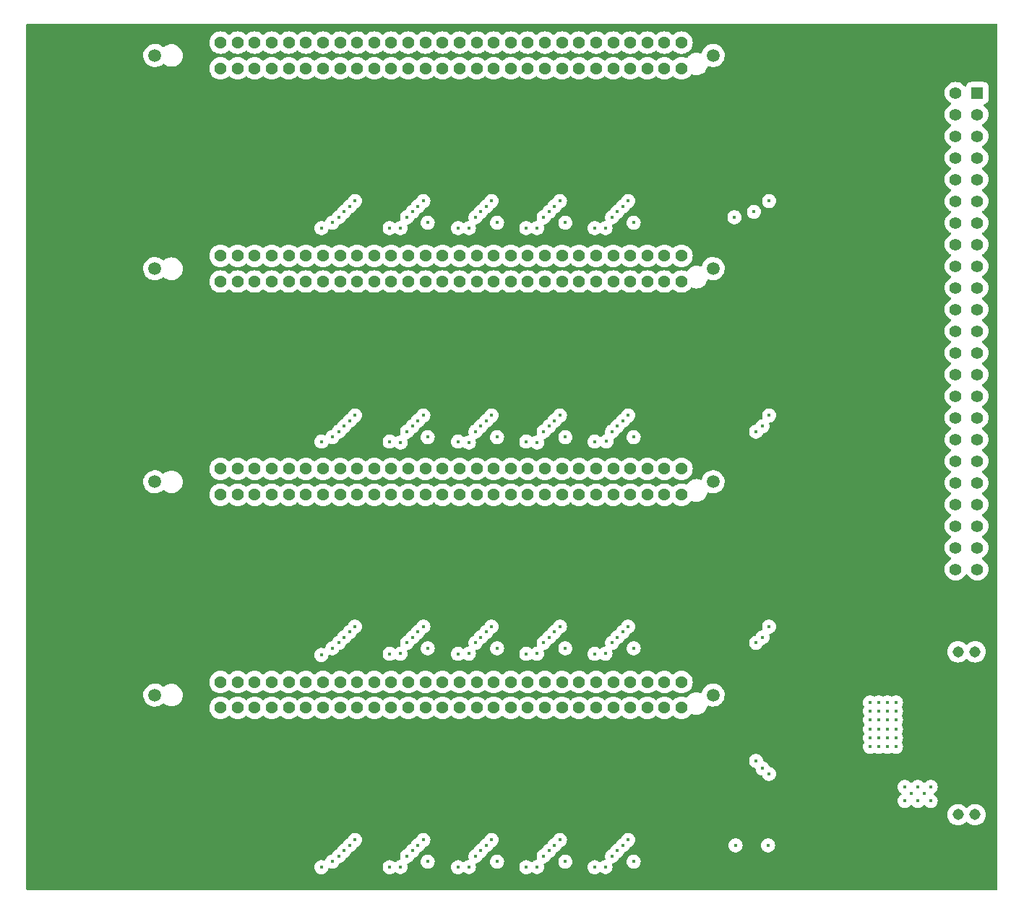
<source format=gbr>
%TF.GenerationSoftware,KiCad,Pcbnew,(6.0.5)*%
%TF.CreationDate,2022-06-09T13:10:52-04:00*%
%TF.ProjectId,32-STEPPER-DRIVER-BOARD,33322d53-5445-4505-9045-522d44524956,rev?*%
%TF.SameCoordinates,Original*%
%TF.FileFunction,Copper,L3,Inr*%
%TF.FilePolarity,Positive*%
%FSLAX46Y46*%
G04 Gerber Fmt 4.6, Leading zero omitted, Abs format (unit mm)*
G04 Created by KiCad (PCBNEW (6.0.5)) date 2022-06-09 13:10:52*
%MOMM*%
%LPD*%
G01*
G04 APERTURE LIST*
%TA.AperFunction,ComponentPad*%
%ADD10C,1.308000*%
%TD*%
%TA.AperFunction,ComponentPad*%
%ADD11C,1.430000*%
%TD*%
%TA.AperFunction,ComponentPad*%
%ADD12C,1.508000*%
%TD*%
%TA.AperFunction,ComponentPad*%
%ADD13C,4.400000*%
%TD*%
%TA.AperFunction,ComponentPad*%
%ADD14R,1.390000X1.390000*%
%TD*%
%TA.AperFunction,ComponentPad*%
%ADD15C,1.390000*%
%TD*%
%TA.AperFunction,ViaPad*%
%ADD16C,0.450000*%
%TD*%
G04 APERTURE END LIST*
D10*
%TO.N,N/C*%
%TO.C,J6*%
X150400000Y-108550000D03*
X152400000Y-108550000D03*
X150400000Y-89450000D03*
X152400000Y-89450000D03*
%TD*%
D11*
%TO.N,GND*%
%TO.C,J2*%
X60000000Y-46020000D03*
X60000000Y-43000000D03*
X62000000Y-46020000D03*
X62000000Y-43000000D03*
%TO.N,VCC*%
X64000000Y-46020000D03*
X64000000Y-43000000D03*
X66000000Y-46020000D03*
X66000000Y-43000000D03*
X68000000Y-46020000D03*
X68000000Y-43000000D03*
%TO.N,2DIR1*%
X70000000Y-46020000D03*
%TO.N,2DIR5*%
X70000000Y-43000000D03*
%TO.N,2A1STEP*%
X72000000Y-46020000D03*
%TO.N,2A5STEP*%
X72000000Y-43000000D03*
%TO.N,2A1EN*%
X74000000Y-46020000D03*
%TO.N,2A5EN*%
X74000000Y-43000000D03*
%TO.N,2A1MS1*%
X76000000Y-46020000D03*
%TO.N,2A5MS1*%
X76000000Y-43000000D03*
%TO.N,2A1MS2*%
X78000000Y-46020000D03*
%TO.N,2A5MS2*%
X78000000Y-43000000D03*
%TO.N,2A1MS3*%
X80000000Y-46020000D03*
%TO.N,2A5MS3*%
X80000000Y-43000000D03*
%TO.N,2DIR2*%
X82000000Y-46020000D03*
%TO.N,2DIR6*%
X82000000Y-43000000D03*
%TO.N,2A2STEP*%
X84000000Y-46020000D03*
%TO.N,2A6STEP*%
X84000000Y-43000000D03*
%TO.N,2A2EN*%
X86000000Y-46020000D03*
%TO.N,2A6EN*%
X86000000Y-43000000D03*
%TO.N,2A2MS1*%
X88000000Y-46020000D03*
%TO.N,2A6MS1*%
X88000000Y-43000000D03*
%TO.N,2A2MS2*%
X90000000Y-46020000D03*
%TO.N,2A6MS2*%
X90000000Y-43000000D03*
%TO.N,2A2MS3*%
X92000000Y-46020000D03*
%TO.N,2A6MS3*%
X92000000Y-43000000D03*
%TO.N,2DIR3*%
X94000000Y-46020000D03*
%TO.N,2DIR7*%
X94000000Y-43000000D03*
%TO.N,2A3STEP*%
X96000000Y-46020000D03*
%TO.N,2A7STEP*%
X96000000Y-43000000D03*
%TO.N,2A3EN*%
X98000000Y-46020000D03*
%TO.N,2A7EN*%
X98000000Y-43000000D03*
%TO.N,2A3MS1*%
X100000000Y-46020000D03*
%TO.N,2A7MS1*%
X100000000Y-43000000D03*
%TO.N,2A3MS2*%
X102000000Y-46020000D03*
%TO.N,2A7MS2*%
X102000000Y-43000000D03*
%TO.N,2A3MS3*%
X104000000Y-46020000D03*
%TO.N,2A7MS3*%
X104000000Y-43000000D03*
%TO.N,2DIR4*%
X106000000Y-46020000D03*
%TO.N,2DIR8*%
X106000000Y-43000000D03*
%TO.N,2A4STEP*%
X108000000Y-46020000D03*
%TO.N,2A8STEP*%
X108000000Y-43000000D03*
%TO.N,2A4EN*%
X110000000Y-46020000D03*
%TO.N,2A8EN*%
X110000000Y-43000000D03*
%TO.N,2A4MS1*%
X112000000Y-46020000D03*
%TO.N,2A8MS1*%
X112000000Y-43000000D03*
%TO.N,2A4MS2*%
X114000000Y-46020000D03*
%TO.N,2A8MS2*%
X114000000Y-43000000D03*
%TO.N,2A4MS3*%
X116000000Y-46020000D03*
%TO.N,2A8MS3*%
X116000000Y-43000000D03*
%TO.N,+5V*%
X118000000Y-46020000D03*
X118000000Y-43000000D03*
D12*
%TO.N,N/C*%
X56300000Y-44510000D03*
X121700000Y-44510000D03*
%TD*%
D13*
%TO.N,GND*%
%TO.C,J10*%
X151765000Y-114300000D03*
%TD*%
D11*
%TO.N,GND*%
%TO.C,J1*%
X60000000Y-21020000D03*
X60000000Y-18000000D03*
X62000000Y-21020000D03*
X62000000Y-18000000D03*
%TO.N,VCC*%
X64000000Y-21020000D03*
X64000000Y-18000000D03*
X66000000Y-21020000D03*
X66000000Y-18000000D03*
X68000000Y-21020000D03*
X68000000Y-18000000D03*
%TO.N,1DIR1*%
X70000000Y-21020000D03*
%TO.N,1DIR5*%
X70000000Y-18000000D03*
%TO.N,1A1STEP*%
X72000000Y-21020000D03*
%TO.N,1A5STEP*%
X72000000Y-18000000D03*
%TO.N,1A1EN*%
X74000000Y-21020000D03*
%TO.N,1A5EN*%
X74000000Y-18000000D03*
%TO.N,1A1MS1*%
X76000000Y-21020000D03*
%TO.N,1A5MS1*%
X76000000Y-18000000D03*
%TO.N,1A1MS2*%
X78000000Y-21020000D03*
%TO.N,1A5MS2*%
X78000000Y-18000000D03*
%TO.N,1A1MS3*%
X80000000Y-21020000D03*
%TO.N,1A5MS3*%
X80000000Y-18000000D03*
%TO.N,1DIR2*%
X82000000Y-21020000D03*
%TO.N,1DIR6*%
X82000000Y-18000000D03*
%TO.N,1A2STEP*%
X84000000Y-21020000D03*
%TO.N,1A6STEP*%
X84000000Y-18000000D03*
%TO.N,1A2EN*%
X86000000Y-21020000D03*
%TO.N,1A6EN*%
X86000000Y-18000000D03*
%TO.N,1A2MS1*%
X88000000Y-21020000D03*
%TO.N,1A6MS1*%
X88000000Y-18000000D03*
%TO.N,1A2MS2*%
X90000000Y-21020000D03*
%TO.N,1A6MS2*%
X90000000Y-18000000D03*
%TO.N,1A2MS3*%
X92000000Y-21020000D03*
%TO.N,1A6MS3*%
X92000000Y-18000000D03*
%TO.N,1DIR3*%
X94000000Y-21020000D03*
%TO.N,1DIR7*%
X94000000Y-18000000D03*
%TO.N,1A3STEP*%
X96000000Y-21020000D03*
%TO.N,1A7STEP*%
X96000000Y-18000000D03*
%TO.N,1A3EN*%
X98000000Y-21020000D03*
%TO.N,1A7EN*%
X98000000Y-18000000D03*
%TO.N,1A3MS1*%
X100000000Y-21020000D03*
%TO.N,1A7MS1*%
X100000000Y-18000000D03*
%TO.N,1A3MS2*%
X102000000Y-21020000D03*
%TO.N,1A7MS2*%
X102000000Y-18000000D03*
%TO.N,1A3MS3*%
X104000000Y-21020000D03*
%TO.N,1A7MS3*%
X104000000Y-18000000D03*
%TO.N,1DIR4*%
X106000000Y-21020000D03*
%TO.N,1DIR8*%
X106000000Y-18000000D03*
%TO.N,1A4STEP*%
X108000000Y-21020000D03*
%TO.N,1A8STEP*%
X108000000Y-18000000D03*
%TO.N,1A4EN*%
X110000000Y-21020000D03*
%TO.N,1A8EN*%
X110000000Y-18000000D03*
%TO.N,1A4MS1*%
X112000000Y-21020000D03*
%TO.N,1A8MS1*%
X112000000Y-18000000D03*
%TO.N,1A4MS2*%
X114000000Y-21020000D03*
%TO.N,1A8MS2*%
X114000000Y-18000000D03*
%TO.N,1A4MS3*%
X116000000Y-21020000D03*
%TO.N,1A8MS3*%
X116000000Y-18000000D03*
%TO.N,+5V*%
X118000000Y-21020000D03*
X118000000Y-18000000D03*
D12*
%TO.N,N/C*%
X56300000Y-19510000D03*
X121700000Y-19510000D03*
%TD*%
D13*
%TO.N,GND*%
%TO.C,J8*%
X151765000Y-19050000D03*
%TD*%
D11*
%TO.N,GND*%
%TO.C,J3*%
X60000000Y-71020000D03*
X60000000Y-68000000D03*
X62000000Y-71020000D03*
X62000000Y-68000000D03*
%TO.N,VCC*%
X64000000Y-71020000D03*
X64000000Y-68000000D03*
X66000000Y-71020000D03*
X66000000Y-68000000D03*
X68000000Y-71020000D03*
X68000000Y-68000000D03*
%TO.N,3DIR1*%
X70000000Y-71020000D03*
%TO.N,3DIR5*%
X70000000Y-68000000D03*
%TO.N,3A1STEP*%
X72000000Y-71020000D03*
%TO.N,3A5STEP*%
X72000000Y-68000000D03*
%TO.N,3A1EN*%
X74000000Y-71020000D03*
%TO.N,3A5EN*%
X74000000Y-68000000D03*
%TO.N,3A1MS1*%
X76000000Y-71020000D03*
%TO.N,3A5MS1*%
X76000000Y-68000000D03*
%TO.N,3A1MS2*%
X78000000Y-71020000D03*
%TO.N,3A5MS2*%
X78000000Y-68000000D03*
%TO.N,3A1MS3*%
X80000000Y-71020000D03*
%TO.N,3A5MS3*%
X80000000Y-68000000D03*
%TO.N,3DIR2*%
X82000000Y-71020000D03*
%TO.N,3DIR6*%
X82000000Y-68000000D03*
%TO.N,3A2STEP*%
X84000000Y-71020000D03*
%TO.N,3A6STEP*%
X84000000Y-68000000D03*
%TO.N,3A2EN*%
X86000000Y-71020000D03*
%TO.N,3A6EN*%
X86000000Y-68000000D03*
%TO.N,3A2MS1*%
X88000000Y-71020000D03*
%TO.N,3A6MS1*%
X88000000Y-68000000D03*
%TO.N,3A2MS2*%
X90000000Y-71020000D03*
%TO.N,3A6MS2*%
X90000000Y-68000000D03*
%TO.N,3A2MS3*%
X92000000Y-71020000D03*
%TO.N,3A6MS3*%
X92000000Y-68000000D03*
%TO.N,3DIR3*%
X94000000Y-71020000D03*
%TO.N,3DIR7*%
X94000000Y-68000000D03*
%TO.N,3A3STEP*%
X96000000Y-71020000D03*
%TO.N,3A7STEP*%
X96000000Y-68000000D03*
%TO.N,3A3EN*%
X98000000Y-71020000D03*
%TO.N,3A7EN*%
X98000000Y-68000000D03*
%TO.N,3A3MS1*%
X100000000Y-71020000D03*
%TO.N,3A7MS1*%
X100000000Y-68000000D03*
%TO.N,3A3MS2*%
X102000000Y-71020000D03*
%TO.N,3A7MS2*%
X102000000Y-68000000D03*
%TO.N,3A3MS3*%
X104000000Y-71020000D03*
%TO.N,3A7MS3*%
X104000000Y-68000000D03*
%TO.N,3DIR4*%
X106000000Y-71020000D03*
%TO.N,3DIR8*%
X106000000Y-68000000D03*
%TO.N,3A4STEP*%
X108000000Y-71020000D03*
%TO.N,3A8STEP*%
X108000000Y-68000000D03*
%TO.N,3A4EN*%
X110000000Y-71020000D03*
%TO.N,3A8EN*%
X110000000Y-68000000D03*
%TO.N,3A4MS1*%
X112000000Y-71020000D03*
%TO.N,3A8MS1*%
X112000000Y-68000000D03*
%TO.N,3A4MS2*%
X114000000Y-71020000D03*
%TO.N,3A8MS2*%
X114000000Y-68000000D03*
%TO.N,3A4MS3*%
X116000000Y-71020000D03*
%TO.N,3A8MS3*%
X116000000Y-68000000D03*
%TO.N,+5V*%
X118000000Y-71020000D03*
X118000000Y-68000000D03*
D12*
%TO.N,N/C*%
X56300000Y-69510000D03*
X121700000Y-69510000D03*
%TD*%
D13*
%TO.N,GND*%
%TO.C,J7*%
X44450000Y-19050000D03*
%TD*%
D11*
%TO.N,GND*%
%TO.C,J4*%
X60000000Y-96020000D03*
X60000000Y-93000000D03*
X62000000Y-96020000D03*
X62000000Y-93000000D03*
%TO.N,VCC*%
X64000000Y-96020000D03*
X64000000Y-93000000D03*
X66000000Y-96020000D03*
X66000000Y-93000000D03*
X68000000Y-96020000D03*
X68000000Y-93000000D03*
%TO.N,4DIR1*%
X70000000Y-96020000D03*
%TO.N,4DIR5*%
X70000000Y-93000000D03*
%TO.N,4A1STEP*%
X72000000Y-96020000D03*
%TO.N,4A5STEP*%
X72000000Y-93000000D03*
%TO.N,4A1EN*%
X74000000Y-96020000D03*
%TO.N,4A5EN*%
X74000000Y-93000000D03*
%TO.N,4A1MS1*%
X76000000Y-96020000D03*
%TO.N,4A5MS1*%
X76000000Y-93000000D03*
%TO.N,4A1MS2*%
X78000000Y-96020000D03*
%TO.N,4A5MS2*%
X78000000Y-93000000D03*
%TO.N,4A1MS3*%
X80000000Y-96020000D03*
%TO.N,4A5MS3*%
X80000000Y-93000000D03*
%TO.N,4DIR2*%
X82000000Y-96020000D03*
%TO.N,4DIR6*%
X82000000Y-93000000D03*
%TO.N,4A2STEP*%
X84000000Y-96020000D03*
%TO.N,4A6STEP*%
X84000000Y-93000000D03*
%TO.N,4A2EN*%
X86000000Y-96020000D03*
%TO.N,4A6EN*%
X86000000Y-93000000D03*
%TO.N,4A2MS1*%
X88000000Y-96020000D03*
%TO.N,4A6MS1*%
X88000000Y-93000000D03*
%TO.N,4A2MS2*%
X90000000Y-96020000D03*
%TO.N,4A6MS2*%
X90000000Y-93000000D03*
%TO.N,4A2MS3*%
X92000000Y-96020000D03*
%TO.N,4A6MS3*%
X92000000Y-93000000D03*
%TO.N,4DIR3*%
X94000000Y-96020000D03*
%TO.N,4DIR7*%
X94000000Y-93000000D03*
%TO.N,4A3STEP*%
X96000000Y-96020000D03*
%TO.N,4A7STEP*%
X96000000Y-93000000D03*
%TO.N,4A3EN*%
X98000000Y-96020000D03*
%TO.N,4A7EN*%
X98000000Y-93000000D03*
%TO.N,4A3MS1*%
X100000000Y-96020000D03*
%TO.N,4A7MS1*%
X100000000Y-93000000D03*
%TO.N,4A3MS2*%
X102000000Y-96020000D03*
%TO.N,4A7MS2*%
X102000000Y-93000000D03*
%TO.N,4A3MS3*%
X104000000Y-96020000D03*
%TO.N,4A7MS3*%
X104000000Y-93000000D03*
%TO.N,4DIR4*%
X106000000Y-96020000D03*
%TO.N,4DIR8*%
X106000000Y-93000000D03*
%TO.N,4A4STEP*%
X108000000Y-96020000D03*
%TO.N,4A8STEP*%
X108000000Y-93000000D03*
%TO.N,4A4EN*%
X110000000Y-96020000D03*
%TO.N,4A8EN*%
X110000000Y-93000000D03*
%TO.N,4A4MS1*%
X112000000Y-96020000D03*
%TO.N,4A8MS1*%
X112000000Y-93000000D03*
%TO.N,4A4MS2*%
X114000000Y-96020000D03*
%TO.N,4A8MS2*%
X114000000Y-93000000D03*
%TO.N,4A4MS3*%
X116000000Y-96020000D03*
%TO.N,4A8MS3*%
X116000000Y-93000000D03*
%TO.N,+5V*%
X118000000Y-96020000D03*
X118000000Y-93000000D03*
D12*
%TO.N,N/C*%
X56300000Y-94510000D03*
X121700000Y-94510000D03*
%TD*%
D14*
%TO.N,1A4STEP*%
%TO.C,J5*%
X152670000Y-23907500D03*
D15*
%TO.N,1A8STEP*%
X150130000Y-23907500D03*
%TO.N,1A3STEP*%
X152670000Y-26447500D03*
%TO.N,1A7STEP*%
X150130000Y-26447500D03*
%TO.N,1A2STEP*%
X152670000Y-28987500D03*
%TO.N,1A6STEP*%
X150130000Y-28987500D03*
%TO.N,1A1STEP*%
X152670000Y-31527500D03*
%TO.N,1A5STEP*%
X150130000Y-31527500D03*
%TO.N,2A4STEP*%
X152670000Y-34067500D03*
%TO.N,2A8STEP*%
X150130000Y-34067500D03*
%TO.N,2A3STEP*%
X152670000Y-36607500D03*
%TO.N,2A7STEP*%
X150130000Y-36607500D03*
%TO.N,2A2STEP*%
X152670000Y-39147500D03*
%TO.N,2A6STEP*%
X150130000Y-39147500D03*
%TO.N,2A1STEP*%
X152670000Y-41687500D03*
%TO.N,2A5STEP*%
X150130000Y-41687500D03*
%TO.N,3A4STEP*%
X152670000Y-44227500D03*
%TO.N,3A8STEP*%
X150130000Y-44227500D03*
%TO.N,3A3STEP*%
X152670000Y-46767500D03*
%TO.N,3A7STEP*%
X150130000Y-46767500D03*
%TO.N,3A2STEP*%
X152670000Y-49307500D03*
%TO.N,3A6STEP*%
X150130000Y-49307500D03*
%TO.N,3A1STEP*%
X152670000Y-51847500D03*
%TO.N,3A5STEP*%
X150130000Y-51847500D03*
%TO.N,4A4STEP*%
X152670000Y-54387500D03*
%TO.N,4A8STEP*%
X150130000Y-54387500D03*
%TO.N,4A3STEP*%
X152670000Y-56927500D03*
%TO.N,4A7STEP*%
X150130000Y-56927500D03*
%TO.N,4A2STEP*%
X152670000Y-59467500D03*
%TO.N,4A6STEP*%
X150130000Y-59467500D03*
%TO.N,4A1STEP*%
X152670000Y-62007500D03*
%TO.N,4A5STEP*%
X150130000Y-62007500D03*
%TO.N,SER1*%
X152670000Y-64547500D03*
%TO.N,SRCLK1*%
X150130000Y-64547500D03*
%TO.N,SRCLK2*%
X152670000Y-67087500D03*
%TO.N,~{SRCLR}*%
X150130000Y-67087500D03*
%TO.N,~{OE}*%
X152670000Y-69627500D03*
%TO.N,RCLK*%
X150130000Y-69627500D03*
%TO.N,SRCLK3*%
X152670000Y-72167500D03*
%TO.N,SER2*%
X150130000Y-72167500D03*
%TO.N,SRCLK4*%
X152670000Y-74707500D03*
%TO.N,SER3*%
X150130000Y-74707500D03*
%TO.N,VCC*%
X152670000Y-77247500D03*
%TO.N,SER4*%
X150130000Y-77247500D03*
%TO.N,+5V*%
X152670000Y-79787500D03*
X150130000Y-79787500D03*
%TO.N,GND*%
X152670000Y-82327500D03*
X150130000Y-82327500D03*
X152670000Y-84867500D03*
X150130000Y-84867500D03*
%TD*%
D13*
%TO.N,GND*%
%TO.C,J9*%
X44450000Y-114300000D03*
%TD*%
D16*
%TO.N,GND*%
X152019000Y-98552000D03*
X126212600Y-18161000D03*
X148971000Y-102616000D03*
X58039000Y-98679000D03*
X151003000Y-93345000D03*
X142773400Y-18161000D03*
X148971000Y-94615000D03*
X57531000Y-30480000D03*
X57912000Y-77470000D03*
X49276000Y-30353000D03*
X151003000Y-94615000D03*
X43434000Y-82169000D03*
X129387600Y-18161000D03*
X149987000Y-93345000D03*
X50038000Y-82169000D03*
X148971000Y-97282000D03*
X58039000Y-102108000D03*
X151003000Y-97282000D03*
X57531000Y-23876000D03*
X148971000Y-93345000D03*
X57912000Y-55499000D03*
X46609000Y-82169000D03*
X151003000Y-98552000D03*
X49911000Y-47752000D03*
X149987000Y-101346000D03*
X151003000Y-101346000D03*
X57912000Y-52324000D03*
X152019000Y-97282000D03*
X149987000Y-102616000D03*
X49911000Y-99568000D03*
X57912000Y-48895000D03*
X49911000Y-63119000D03*
X152019000Y-93345000D03*
X45847000Y-30353000D03*
X152019000Y-101346000D03*
X136169400Y-18161000D03*
X57912000Y-74041000D03*
X43307000Y-47752000D03*
X57912000Y-80645000D03*
X149987000Y-97282000D03*
X58039000Y-105283000D03*
X132816600Y-18161000D03*
X43307000Y-99568000D03*
X46482000Y-47752000D03*
X139344400Y-18161000D03*
X148971000Y-98552000D03*
X152019000Y-102616000D03*
X149987000Y-94615000D03*
X151003000Y-102616000D03*
X149987000Y-98552000D03*
X152019000Y-94615000D03*
X46482000Y-99568000D03*
X43307000Y-63119000D03*
X148971000Y-101346000D03*
X46482000Y-63119000D03*
X57531000Y-27305000D03*
X42672000Y-30353000D03*
%TO.N,VCC*%
X143129000Y-98552000D03*
X140081000Y-97409000D03*
X143129000Y-95377000D03*
X142113000Y-96393000D03*
X141097000Y-99568000D03*
X141097000Y-97409000D03*
X142113000Y-100584000D03*
X140081000Y-98552000D03*
X143129000Y-99568000D03*
X140081000Y-95377000D03*
X140081000Y-96393000D03*
X141097000Y-98552000D03*
X143129000Y-97409000D03*
X141097000Y-100584000D03*
X141097000Y-96393000D03*
X142113000Y-99568000D03*
X142113000Y-95377000D03*
X143129000Y-96393000D03*
X142113000Y-98552000D03*
X141097000Y-95377000D03*
X143129000Y-100584000D03*
X142113000Y-97409000D03*
X140081000Y-100584000D03*
X140081000Y-99568000D03*
%TO.N,+5V*%
X75800000Y-114711500D03*
X83820000Y-114711500D03*
X99822000Y-114711500D03*
X144907000Y-106045000D03*
X147193000Y-106934000D03*
X75819000Y-64800500D03*
X107823000Y-89692500D03*
X99822000Y-89692500D03*
X144145000Y-106934000D03*
X99822000Y-64800500D03*
X147193000Y-105283000D03*
X91821000Y-89692500D03*
X107823000Y-114711500D03*
X99822000Y-39751000D03*
X107823000Y-64800500D03*
X83820000Y-39751000D03*
X91821000Y-64800500D03*
X145669000Y-106934000D03*
X107823000Y-39751000D03*
X145669000Y-105283000D03*
X83820000Y-89692500D03*
X75819000Y-39751000D03*
X91821000Y-39751000D03*
X146431000Y-106045000D03*
X144145000Y-105283000D03*
X83820000Y-64800500D03*
X91821000Y-114711500D03*
X75800000Y-89819500D03*
%TO.N,~{SRCLR}*%
X111760000Y-61722000D03*
X79756000Y-111506000D03*
X95758000Y-36576000D03*
X103759000Y-111506000D03*
X128270000Y-61722000D03*
X128270000Y-36576000D03*
X87757000Y-36576000D03*
X111760000Y-36576000D03*
X79756000Y-86487000D03*
X87757000Y-86487000D03*
X111760000Y-111506000D03*
X95758000Y-61722000D03*
X79756000Y-36576000D03*
X95758000Y-111506000D03*
X128270000Y-103759000D03*
X87757000Y-61722000D03*
X103759000Y-61722000D03*
X111760000Y-86487000D03*
X103759000Y-36576000D03*
X79756000Y-61722000D03*
X95758000Y-86487000D03*
X128270000Y-86487000D03*
X87757000Y-111506000D03*
X103759000Y-86487000D03*
%TO.N,SRCLK1*%
X79121000Y-37211000D03*
X95123000Y-37211000D03*
X87122000Y-37211000D03*
X111125000Y-37211000D03*
X103124000Y-37211000D03*
%TO.N,RCLK*%
X126492000Y-37846000D03*
X86487000Y-62992000D03*
X86487000Y-37846000D03*
X94488000Y-87757000D03*
X102489000Y-112776000D03*
X94488000Y-37846000D03*
X127508000Y-62992000D03*
X78486000Y-62992000D03*
X127508000Y-103124000D03*
X102489000Y-37846000D03*
X94488000Y-112776000D03*
X127508000Y-87757000D03*
X110490000Y-62992000D03*
X110490000Y-112776000D03*
X102489000Y-87757000D03*
X78486000Y-112776000D03*
X86487000Y-87757000D03*
X86487000Y-112776000D03*
X78486000Y-87757000D03*
X110490000Y-37846000D03*
X110490000Y-87757000D03*
X94488000Y-62992000D03*
X102489000Y-62992000D03*
X78486000Y-37846000D03*
%TO.N,~{OE}*%
X77851000Y-88392000D03*
X93853000Y-38481000D03*
X93853000Y-113411000D03*
X101854000Y-63627000D03*
X109855000Y-113411000D03*
X77851000Y-63627000D03*
X85852000Y-38481000D03*
X101854000Y-88392000D03*
X85852000Y-88392000D03*
X124206000Y-38481000D03*
X126746000Y-102235000D03*
X101854000Y-113411000D03*
X93853000Y-63627000D03*
X77851000Y-113411000D03*
X93853000Y-88392000D03*
X85852000Y-63627000D03*
X126746000Y-88392000D03*
X109855000Y-63627000D03*
X101854000Y-38481000D03*
X109855000Y-88392000D03*
X77851000Y-38481000D03*
X126746000Y-63627000D03*
X85852000Y-113411000D03*
X109855000Y-38481000D03*
%TO.N,SER1*%
X109093000Y-39751000D03*
%TO.N,Net-(U4-Pad9)*%
X88265000Y-39116000D03*
X77089000Y-39116000D03*
%TO.N,Net-(U6-Pad9)*%
X101092000Y-64897000D03*
X112395000Y-64262000D03*
%TO.N,Net-(U7-Pad9)*%
X93091000Y-64897000D03*
X104394000Y-64262000D03*
%TO.N,SER2*%
X109220000Y-64775000D03*
%TO.N,Net-(U12-Pad9)*%
X112395000Y-89027000D03*
X101092000Y-89662000D03*
%TO.N,SER3*%
X109093000Y-89662000D03*
%TO.N,Net-(U19-Pad9)*%
X85090000Y-114681000D03*
X96393000Y-114046000D03*
%TO.N,Net-(U20-Pad9)*%
X77089000Y-114046000D03*
X88265000Y-114046000D03*
%TO.N,Net-(U15-Pad9)*%
X77089000Y-89027000D03*
X88265000Y-89027000D03*
%TO.N,Net-(U1-Pad9)*%
X101092000Y-39751000D03*
X112395000Y-39116000D03*
%TO.N,Net-(U2-Pad9)*%
X104394000Y-39116000D03*
X93091000Y-39751000D03*
%TO.N,Net-(U3-Pad9)*%
X96393000Y-39116000D03*
X85090000Y-39751000D03*
%TO.N,Net-(U10-Pad14)*%
X85090000Y-64897000D03*
X96393000Y-64262000D03*
%TO.N,Net-(U10-Pad9)*%
X77089000Y-64262000D03*
X88265000Y-64262000D03*
%TO.N,Net-(U13-Pad9)*%
X104394000Y-89027000D03*
X93091000Y-89662000D03*
%TO.N,Net-(U14-Pad9)*%
X96393000Y-89027000D03*
X85090000Y-89662000D03*
%TO.N,Net-(U17-Pad9)*%
X101092000Y-114681000D03*
X112395000Y-114046000D03*
%TO.N,Net-(U18-Pad9)*%
X93091000Y-114681000D03*
X104394000Y-114046000D03*
%TO.N,SER4*%
X109093000Y-114681000D03*
%TO.N,SRCLK2*%
X87122000Y-62357000D03*
X95123000Y-62357000D03*
X103124000Y-62357000D03*
X79121000Y-62357000D03*
X111125000Y-62357000D03*
%TO.N,SRCLK3*%
X103124000Y-87122000D03*
X95123000Y-87122000D03*
X111125000Y-87122000D03*
X87122000Y-87122000D03*
X79121000Y-87122000D03*
%TO.N,SRCLK4*%
X124333000Y-112141000D03*
X95123000Y-112141000D03*
X128143000Y-112141000D03*
X87122000Y-112141000D03*
X103124000Y-112141000D03*
X111125000Y-112141000D03*
X79121000Y-112141000D03*
%TD*%
%TA.AperFunction,Conductor*%
%TO.N,GND*%
G36*
X154981621Y-15790502D02*
G01*
X155028114Y-15844158D01*
X155039500Y-15896500D01*
X155039500Y-117293500D01*
X155019498Y-117361621D01*
X154965842Y-117408114D01*
X154913500Y-117419500D01*
X41366500Y-117419500D01*
X41298379Y-117399498D01*
X41251886Y-117345842D01*
X41240500Y-117293500D01*
X41240500Y-114711500D01*
X74969953Y-114711500D01*
X74988092Y-114884076D01*
X75041714Y-115049111D01*
X75128478Y-115199389D01*
X75132899Y-115204299D01*
X75237226Y-115320166D01*
X75244590Y-115328345D01*
X75384976Y-115430342D01*
X75391004Y-115433026D01*
X75391006Y-115433027D01*
X75537470Y-115498237D01*
X75543501Y-115500922D01*
X75628369Y-115518961D01*
X75706779Y-115535628D01*
X75706783Y-115535628D01*
X75713236Y-115537000D01*
X75886764Y-115537000D01*
X75893217Y-115535628D01*
X75893221Y-115535628D01*
X75971631Y-115518961D01*
X76056499Y-115500922D01*
X76062530Y-115498237D01*
X76208994Y-115433027D01*
X76208996Y-115433026D01*
X76215024Y-115430342D01*
X76355410Y-115328345D01*
X76362775Y-115320166D01*
X76467101Y-115204299D01*
X76471522Y-115199389D01*
X76558286Y-115049111D01*
X76610355Y-114888857D01*
X76650427Y-114830252D01*
X76715823Y-114802614D01*
X76781437Y-114812687D01*
X76826466Y-114832736D01*
X76826474Y-114832739D01*
X76832501Y-114835422D01*
X76917369Y-114853461D01*
X76995779Y-114870128D01*
X76995783Y-114870128D01*
X77002236Y-114871500D01*
X77175764Y-114871500D01*
X77182217Y-114870128D01*
X77182221Y-114870128D01*
X77260631Y-114853461D01*
X77345499Y-114835422D01*
X77419187Y-114802614D01*
X77497994Y-114767527D01*
X77497996Y-114767526D01*
X77504024Y-114764842D01*
X77577443Y-114711500D01*
X82989953Y-114711500D01*
X83008092Y-114884076D01*
X83061714Y-115049111D01*
X83148478Y-115199389D01*
X83152899Y-115204299D01*
X83257226Y-115320166D01*
X83264590Y-115328345D01*
X83404976Y-115430342D01*
X83411004Y-115433026D01*
X83411006Y-115433027D01*
X83557470Y-115498237D01*
X83563501Y-115500922D01*
X83648369Y-115518961D01*
X83726779Y-115535628D01*
X83726783Y-115535628D01*
X83733236Y-115537000D01*
X83906764Y-115537000D01*
X83913217Y-115535628D01*
X83913221Y-115535628D01*
X83991631Y-115518961D01*
X84076499Y-115500922D01*
X84082530Y-115498237D01*
X84228994Y-115433027D01*
X84228996Y-115433026D01*
X84235024Y-115430342D01*
X84375410Y-115328345D01*
X84379832Y-115323433D01*
X84384734Y-115319020D01*
X84385766Y-115320166D01*
X84439488Y-115287065D01*
X84510471Y-115288412D01*
X84546746Y-115306677D01*
X84674976Y-115399842D01*
X84681004Y-115402526D01*
X84681006Y-115402527D01*
X84827470Y-115467737D01*
X84833501Y-115470422D01*
X84918368Y-115488461D01*
X84996779Y-115505128D01*
X84996783Y-115505128D01*
X85003236Y-115506500D01*
X85176764Y-115506500D01*
X85183217Y-115505128D01*
X85183221Y-115505128D01*
X85261632Y-115488461D01*
X85346499Y-115470422D01*
X85352530Y-115467737D01*
X85498994Y-115402527D01*
X85498996Y-115402526D01*
X85505024Y-115399842D01*
X85645410Y-115297845D01*
X85653904Y-115288412D01*
X85757101Y-115173799D01*
X85761522Y-115168889D01*
X85848286Y-115018611D01*
X85889957Y-114890359D01*
X85899867Y-114859859D01*
X85899868Y-114859855D01*
X85901908Y-114853576D01*
X85920047Y-114681000D01*
X85901908Y-114508424D01*
X85864887Y-114394482D01*
X85862860Y-114323515D01*
X85899523Y-114262717D01*
X85958523Y-114232300D01*
X86108499Y-114200422D01*
X86114530Y-114197737D01*
X86260994Y-114132527D01*
X86260996Y-114132526D01*
X86267024Y-114129842D01*
X86382422Y-114046000D01*
X87434953Y-114046000D01*
X87453092Y-114218576D01*
X87455132Y-114224855D01*
X87455133Y-114224859D01*
X87465520Y-114256826D01*
X87506714Y-114383611D01*
X87593478Y-114533889D01*
X87709590Y-114662845D01*
X87849976Y-114764842D01*
X87856004Y-114767526D01*
X87856006Y-114767527D01*
X87934813Y-114802614D01*
X88008501Y-114835422D01*
X88093369Y-114853461D01*
X88171779Y-114870128D01*
X88171783Y-114870128D01*
X88178236Y-114871500D01*
X88351764Y-114871500D01*
X88358217Y-114870128D01*
X88358221Y-114870128D01*
X88436631Y-114853461D01*
X88521499Y-114835422D01*
X88595187Y-114802614D01*
X88673994Y-114767527D01*
X88673996Y-114767526D01*
X88680024Y-114764842D01*
X88753443Y-114711500D01*
X90990953Y-114711500D01*
X91009092Y-114884076D01*
X91062714Y-115049111D01*
X91149478Y-115199389D01*
X91153899Y-115204299D01*
X91258226Y-115320166D01*
X91265590Y-115328345D01*
X91405976Y-115430342D01*
X91412004Y-115433026D01*
X91412006Y-115433027D01*
X91558470Y-115498237D01*
X91564501Y-115500922D01*
X91649369Y-115518961D01*
X91727779Y-115535628D01*
X91727783Y-115535628D01*
X91734236Y-115537000D01*
X91907764Y-115537000D01*
X91914217Y-115535628D01*
X91914221Y-115535628D01*
X91992631Y-115518961D01*
X92077499Y-115500922D01*
X92083530Y-115498237D01*
X92229994Y-115433027D01*
X92229996Y-115433026D01*
X92236024Y-115430342D01*
X92376410Y-115328345D01*
X92380832Y-115323433D01*
X92385734Y-115319020D01*
X92386766Y-115320166D01*
X92440488Y-115287065D01*
X92511471Y-115288412D01*
X92547746Y-115306677D01*
X92675976Y-115399842D01*
X92682004Y-115402526D01*
X92682006Y-115402527D01*
X92828470Y-115467737D01*
X92834501Y-115470422D01*
X92919368Y-115488461D01*
X92997779Y-115505128D01*
X92997783Y-115505128D01*
X93004236Y-115506500D01*
X93177764Y-115506500D01*
X93184217Y-115505128D01*
X93184221Y-115505128D01*
X93262632Y-115488461D01*
X93347499Y-115470422D01*
X93353530Y-115467737D01*
X93499994Y-115402527D01*
X93499996Y-115402526D01*
X93506024Y-115399842D01*
X93646410Y-115297845D01*
X93654904Y-115288412D01*
X93758101Y-115173799D01*
X93762522Y-115168889D01*
X93849286Y-115018611D01*
X93890957Y-114890359D01*
X93900867Y-114859859D01*
X93900868Y-114859855D01*
X93902908Y-114853576D01*
X93921047Y-114681000D01*
X93902908Y-114508424D01*
X93865887Y-114394482D01*
X93863860Y-114323515D01*
X93900523Y-114262717D01*
X93959523Y-114232300D01*
X94109499Y-114200422D01*
X94115530Y-114197737D01*
X94261994Y-114132527D01*
X94261996Y-114132526D01*
X94268024Y-114129842D01*
X94383422Y-114046000D01*
X95562953Y-114046000D01*
X95581092Y-114218576D01*
X95583132Y-114224855D01*
X95583133Y-114224859D01*
X95593520Y-114256826D01*
X95634714Y-114383611D01*
X95721478Y-114533889D01*
X95837590Y-114662845D01*
X95977976Y-114764842D01*
X95984004Y-114767526D01*
X95984006Y-114767527D01*
X96062813Y-114802614D01*
X96136501Y-114835422D01*
X96221369Y-114853461D01*
X96299779Y-114870128D01*
X96299783Y-114870128D01*
X96306236Y-114871500D01*
X96479764Y-114871500D01*
X96486217Y-114870128D01*
X96486221Y-114870128D01*
X96564631Y-114853461D01*
X96649499Y-114835422D01*
X96723187Y-114802614D01*
X96801994Y-114767527D01*
X96801996Y-114767526D01*
X96808024Y-114764842D01*
X96881443Y-114711500D01*
X98991953Y-114711500D01*
X99010092Y-114884076D01*
X99063714Y-115049111D01*
X99150478Y-115199389D01*
X99154899Y-115204299D01*
X99259226Y-115320166D01*
X99266590Y-115328345D01*
X99406976Y-115430342D01*
X99413004Y-115433026D01*
X99413006Y-115433027D01*
X99559470Y-115498237D01*
X99565501Y-115500922D01*
X99650369Y-115518961D01*
X99728779Y-115535628D01*
X99728783Y-115535628D01*
X99735236Y-115537000D01*
X99908764Y-115537000D01*
X99915217Y-115535628D01*
X99915221Y-115535628D01*
X99993631Y-115518961D01*
X100078499Y-115500922D01*
X100084530Y-115498237D01*
X100230994Y-115433027D01*
X100230996Y-115433026D01*
X100237024Y-115430342D01*
X100377410Y-115328345D01*
X100381832Y-115323433D01*
X100386734Y-115319020D01*
X100387766Y-115320166D01*
X100441488Y-115287065D01*
X100512471Y-115288412D01*
X100548746Y-115306677D01*
X100676976Y-115399842D01*
X100683004Y-115402526D01*
X100683006Y-115402527D01*
X100829470Y-115467737D01*
X100835501Y-115470422D01*
X100920368Y-115488461D01*
X100998779Y-115505128D01*
X100998783Y-115505128D01*
X101005236Y-115506500D01*
X101178764Y-115506500D01*
X101185217Y-115505128D01*
X101185221Y-115505128D01*
X101263632Y-115488461D01*
X101348499Y-115470422D01*
X101354530Y-115467737D01*
X101500994Y-115402527D01*
X101500996Y-115402526D01*
X101507024Y-115399842D01*
X101647410Y-115297845D01*
X101655904Y-115288412D01*
X101759101Y-115173799D01*
X101763522Y-115168889D01*
X101850286Y-115018611D01*
X101891957Y-114890359D01*
X101901867Y-114859859D01*
X101901868Y-114859855D01*
X101903908Y-114853576D01*
X101922047Y-114681000D01*
X101903908Y-114508424D01*
X101866887Y-114394482D01*
X101864860Y-114323515D01*
X101901523Y-114262717D01*
X101960523Y-114232300D01*
X102110499Y-114200422D01*
X102116530Y-114197737D01*
X102262994Y-114132527D01*
X102262996Y-114132526D01*
X102269024Y-114129842D01*
X102384422Y-114046000D01*
X103563953Y-114046000D01*
X103582092Y-114218576D01*
X103584132Y-114224855D01*
X103584133Y-114224859D01*
X103594520Y-114256826D01*
X103635714Y-114383611D01*
X103722478Y-114533889D01*
X103838590Y-114662845D01*
X103978976Y-114764842D01*
X103985004Y-114767526D01*
X103985006Y-114767527D01*
X104063813Y-114802614D01*
X104137501Y-114835422D01*
X104222369Y-114853461D01*
X104300779Y-114870128D01*
X104300783Y-114870128D01*
X104307236Y-114871500D01*
X104480764Y-114871500D01*
X104487217Y-114870128D01*
X104487221Y-114870128D01*
X104565631Y-114853461D01*
X104650499Y-114835422D01*
X104724187Y-114802614D01*
X104802994Y-114767527D01*
X104802996Y-114767526D01*
X104809024Y-114764842D01*
X104882443Y-114711500D01*
X106992953Y-114711500D01*
X107011092Y-114884076D01*
X107064714Y-115049111D01*
X107151478Y-115199389D01*
X107155899Y-115204299D01*
X107260226Y-115320166D01*
X107267590Y-115328345D01*
X107407976Y-115430342D01*
X107414004Y-115433026D01*
X107414006Y-115433027D01*
X107560470Y-115498237D01*
X107566501Y-115500922D01*
X107651369Y-115518961D01*
X107729779Y-115535628D01*
X107729783Y-115535628D01*
X107736236Y-115537000D01*
X107909764Y-115537000D01*
X107916217Y-115535628D01*
X107916221Y-115535628D01*
X107994631Y-115518961D01*
X108079499Y-115500922D01*
X108085530Y-115498237D01*
X108231994Y-115433027D01*
X108231996Y-115433026D01*
X108238024Y-115430342D01*
X108378410Y-115328345D01*
X108382832Y-115323433D01*
X108387734Y-115319020D01*
X108388766Y-115320166D01*
X108442488Y-115287065D01*
X108513471Y-115288412D01*
X108549746Y-115306677D01*
X108677976Y-115399842D01*
X108684004Y-115402526D01*
X108684006Y-115402527D01*
X108830470Y-115467737D01*
X108836501Y-115470422D01*
X108921368Y-115488461D01*
X108999779Y-115505128D01*
X108999783Y-115505128D01*
X109006236Y-115506500D01*
X109179764Y-115506500D01*
X109186217Y-115505128D01*
X109186221Y-115505128D01*
X109264632Y-115488461D01*
X109349499Y-115470422D01*
X109355530Y-115467737D01*
X109501994Y-115402527D01*
X109501996Y-115402526D01*
X109508024Y-115399842D01*
X109648410Y-115297845D01*
X109656904Y-115288412D01*
X109760101Y-115173799D01*
X109764522Y-115168889D01*
X109851286Y-115018611D01*
X109892957Y-114890359D01*
X109902867Y-114859859D01*
X109902868Y-114859855D01*
X109904908Y-114853576D01*
X109923047Y-114681000D01*
X109904908Y-114508424D01*
X109867887Y-114394482D01*
X109865860Y-114323515D01*
X109902523Y-114262717D01*
X109961523Y-114232300D01*
X110111499Y-114200422D01*
X110117530Y-114197737D01*
X110263994Y-114132527D01*
X110263996Y-114132526D01*
X110270024Y-114129842D01*
X110385422Y-114046000D01*
X111564953Y-114046000D01*
X111583092Y-114218576D01*
X111585132Y-114224855D01*
X111585133Y-114224859D01*
X111595520Y-114256826D01*
X111636714Y-114383611D01*
X111723478Y-114533889D01*
X111839590Y-114662845D01*
X111979976Y-114764842D01*
X111986004Y-114767526D01*
X111986006Y-114767527D01*
X112064813Y-114802614D01*
X112138501Y-114835422D01*
X112223369Y-114853461D01*
X112301779Y-114870128D01*
X112301783Y-114870128D01*
X112308236Y-114871500D01*
X112481764Y-114871500D01*
X112488217Y-114870128D01*
X112488221Y-114870128D01*
X112566631Y-114853461D01*
X112651499Y-114835422D01*
X112725187Y-114802614D01*
X112803994Y-114767527D01*
X112803996Y-114767526D01*
X112810024Y-114764842D01*
X112950410Y-114662845D01*
X113066522Y-114533889D01*
X113153286Y-114383611D01*
X113194480Y-114256826D01*
X113204867Y-114224859D01*
X113204868Y-114224855D01*
X113206908Y-114218576D01*
X113225047Y-114046000D01*
X113206908Y-113873424D01*
X113201085Y-113855500D01*
X113172812Y-113768485D01*
X113153286Y-113708389D01*
X113066522Y-113558111D01*
X112950410Y-113429155D01*
X112810024Y-113327158D01*
X112803996Y-113324474D01*
X112803994Y-113324473D01*
X112657530Y-113259263D01*
X112657529Y-113259263D01*
X112651499Y-113256578D01*
X112566090Y-113238424D01*
X112488221Y-113221872D01*
X112488217Y-113221872D01*
X112481764Y-113220500D01*
X112308236Y-113220500D01*
X112301783Y-113221872D01*
X112301779Y-113221872D01*
X112223910Y-113238424D01*
X112138501Y-113256578D01*
X112132472Y-113259262D01*
X112132470Y-113259263D01*
X111986007Y-113324473D01*
X111986005Y-113324474D01*
X111979977Y-113327158D01*
X111839590Y-113429155D01*
X111723478Y-113558111D01*
X111636714Y-113708389D01*
X111617188Y-113768485D01*
X111588916Y-113855500D01*
X111583092Y-113873424D01*
X111564953Y-114046000D01*
X110385422Y-114046000D01*
X110410410Y-114027845D01*
X110526522Y-113898889D01*
X110613286Y-113748611D01*
X110644860Y-113651434D01*
X110684933Y-113592828D01*
X110733917Y-113569320D01*
X110733760Y-113568836D01*
X110737372Y-113567662D01*
X110738494Y-113567124D01*
X110740042Y-113566795D01*
X110740047Y-113566793D01*
X110746499Y-113565422D01*
X110774604Y-113552909D01*
X110898994Y-113497527D01*
X110898996Y-113497526D01*
X110905024Y-113494842D01*
X111045410Y-113392845D01*
X111161522Y-113263889D01*
X111248286Y-113113611D01*
X111279860Y-113016434D01*
X111319933Y-112957828D01*
X111368917Y-112934320D01*
X111368760Y-112933836D01*
X111372372Y-112932662D01*
X111373494Y-112932124D01*
X111375042Y-112931795D01*
X111375047Y-112931793D01*
X111381499Y-112930422D01*
X111409604Y-112917909D01*
X111533994Y-112862527D01*
X111533996Y-112862526D01*
X111540024Y-112859842D01*
X111680410Y-112757845D01*
X111796522Y-112628889D01*
X111883286Y-112478611D01*
X111914860Y-112381434D01*
X111954933Y-112322828D01*
X112003917Y-112299320D01*
X112003760Y-112298836D01*
X112007372Y-112297662D01*
X112008494Y-112297124D01*
X112010042Y-112296795D01*
X112010047Y-112296793D01*
X112016499Y-112295422D01*
X112044604Y-112282909D01*
X112168994Y-112227527D01*
X112168996Y-112227526D01*
X112175024Y-112224842D01*
X112290422Y-112141000D01*
X123502953Y-112141000D01*
X123521092Y-112313576D01*
X123574714Y-112478611D01*
X123661478Y-112628889D01*
X123777590Y-112757845D01*
X123917976Y-112859842D01*
X123924004Y-112862526D01*
X123924006Y-112862527D01*
X124049052Y-112918201D01*
X124076501Y-112930422D01*
X124155958Y-112947311D01*
X124239779Y-112965128D01*
X124239783Y-112965128D01*
X124246236Y-112966500D01*
X124419764Y-112966500D01*
X124426217Y-112965128D01*
X124426221Y-112965128D01*
X124510042Y-112947311D01*
X124589499Y-112930422D01*
X124616948Y-112918201D01*
X124741994Y-112862527D01*
X124741996Y-112862526D01*
X124748024Y-112859842D01*
X124888410Y-112757845D01*
X125004522Y-112628889D01*
X125091286Y-112478611D01*
X125144908Y-112313576D01*
X125163047Y-112141000D01*
X127312953Y-112141000D01*
X127331092Y-112313576D01*
X127384714Y-112478611D01*
X127471478Y-112628889D01*
X127587590Y-112757845D01*
X127727976Y-112859842D01*
X127734004Y-112862526D01*
X127734006Y-112862527D01*
X127859052Y-112918201D01*
X127886501Y-112930422D01*
X127965958Y-112947311D01*
X128049779Y-112965128D01*
X128049783Y-112965128D01*
X128056236Y-112966500D01*
X128229764Y-112966500D01*
X128236217Y-112965128D01*
X128236221Y-112965128D01*
X128320042Y-112947311D01*
X128399499Y-112930422D01*
X128426948Y-112918201D01*
X128551994Y-112862527D01*
X128551996Y-112862526D01*
X128558024Y-112859842D01*
X128698410Y-112757845D01*
X128814522Y-112628889D01*
X128901286Y-112478611D01*
X128954908Y-112313576D01*
X128973047Y-112141000D01*
X128954908Y-111968424D01*
X128901286Y-111803389D01*
X128814522Y-111653111D01*
X128698410Y-111524155D01*
X128558024Y-111422158D01*
X128551996Y-111419474D01*
X128551994Y-111419473D01*
X128405530Y-111354263D01*
X128405529Y-111354263D01*
X128399499Y-111351578D01*
X128314090Y-111333424D01*
X128236221Y-111316872D01*
X128236217Y-111316872D01*
X128229764Y-111315500D01*
X128056236Y-111315500D01*
X128049783Y-111316872D01*
X128049779Y-111316872D01*
X127971910Y-111333424D01*
X127886501Y-111351578D01*
X127880472Y-111354262D01*
X127880470Y-111354263D01*
X127734007Y-111419473D01*
X127734005Y-111419474D01*
X127727977Y-111422158D01*
X127587590Y-111524155D01*
X127471478Y-111653111D01*
X127384714Y-111803389D01*
X127331092Y-111968424D01*
X127312953Y-112141000D01*
X125163047Y-112141000D01*
X125144908Y-111968424D01*
X125091286Y-111803389D01*
X125004522Y-111653111D01*
X124888410Y-111524155D01*
X124748024Y-111422158D01*
X124741996Y-111419474D01*
X124741994Y-111419473D01*
X124595530Y-111354263D01*
X124595529Y-111354263D01*
X124589499Y-111351578D01*
X124504090Y-111333424D01*
X124426221Y-111316872D01*
X124426217Y-111316872D01*
X124419764Y-111315500D01*
X124246236Y-111315500D01*
X124239783Y-111316872D01*
X124239779Y-111316872D01*
X124161910Y-111333424D01*
X124076501Y-111351578D01*
X124070472Y-111354262D01*
X124070470Y-111354263D01*
X123924007Y-111419473D01*
X123924005Y-111419474D01*
X123917977Y-111422158D01*
X123777590Y-111524155D01*
X123661478Y-111653111D01*
X123574714Y-111803389D01*
X123521092Y-111968424D01*
X123502953Y-112141000D01*
X112290422Y-112141000D01*
X112315410Y-112122845D01*
X112431522Y-111993889D01*
X112518286Y-111843611D01*
X112571908Y-111678576D01*
X112590047Y-111506000D01*
X112571908Y-111333424D01*
X112566085Y-111315500D01*
X112520326Y-111174669D01*
X112520325Y-111174666D01*
X112518286Y-111168389D01*
X112431522Y-111018111D01*
X112315410Y-110889155D01*
X112175024Y-110787158D01*
X112168996Y-110784474D01*
X112168994Y-110784473D01*
X112022530Y-110719263D01*
X112022529Y-110719263D01*
X112016499Y-110716578D01*
X111931632Y-110698539D01*
X111853221Y-110681872D01*
X111853217Y-110681872D01*
X111846764Y-110680500D01*
X111673236Y-110680500D01*
X111666783Y-110681872D01*
X111666779Y-110681872D01*
X111588368Y-110698539D01*
X111503501Y-110716578D01*
X111497472Y-110719262D01*
X111497470Y-110719263D01*
X111351007Y-110784473D01*
X111351005Y-110784474D01*
X111344977Y-110787158D01*
X111204590Y-110889155D01*
X111088478Y-111018111D01*
X111001714Y-111168389D01*
X110999675Y-111174666D01*
X110970140Y-111265566D01*
X110930067Y-111324172D01*
X110881083Y-111347680D01*
X110881240Y-111348164D01*
X110877628Y-111349338D01*
X110876506Y-111349876D01*
X110874958Y-111350205D01*
X110874953Y-111350207D01*
X110868501Y-111351578D01*
X110846584Y-111361336D01*
X110716007Y-111419473D01*
X110716005Y-111419474D01*
X110709977Y-111422158D01*
X110569590Y-111524155D01*
X110453478Y-111653111D01*
X110366714Y-111803389D01*
X110335140Y-111900566D01*
X110295067Y-111959172D01*
X110246083Y-111982680D01*
X110246240Y-111983164D01*
X110242628Y-111984338D01*
X110241506Y-111984876D01*
X110239958Y-111985205D01*
X110239953Y-111985207D01*
X110233501Y-111986578D01*
X110227475Y-111989261D01*
X110081007Y-112054473D01*
X110081005Y-112054474D01*
X110074977Y-112057158D01*
X109934590Y-112159155D01*
X109818478Y-112288111D01*
X109731714Y-112438389D01*
X109700140Y-112535566D01*
X109660067Y-112594172D01*
X109611083Y-112617680D01*
X109611240Y-112618164D01*
X109607628Y-112619338D01*
X109606506Y-112619876D01*
X109604958Y-112620205D01*
X109604953Y-112620207D01*
X109598501Y-112621578D01*
X109592475Y-112624261D01*
X109446007Y-112689473D01*
X109446005Y-112689474D01*
X109439977Y-112692158D01*
X109299590Y-112794155D01*
X109183478Y-112923111D01*
X109096714Y-113073389D01*
X109074562Y-113141568D01*
X109047168Y-113225880D01*
X109043092Y-113238424D01*
X109024953Y-113411000D01*
X109043092Y-113583576D01*
X109045132Y-113589855D01*
X109045133Y-113589859D01*
X109080113Y-113697518D01*
X109082140Y-113768485D01*
X109045477Y-113829283D01*
X108986477Y-113859700D01*
X108836501Y-113891578D01*
X108830472Y-113894262D01*
X108830470Y-113894263D01*
X108684007Y-113959473D01*
X108684005Y-113959474D01*
X108677977Y-113962158D01*
X108672636Y-113966038D01*
X108672635Y-113966039D01*
X108630656Y-113996539D01*
X108537590Y-114064155D01*
X108533169Y-114069065D01*
X108528266Y-114073480D01*
X108527234Y-114072334D01*
X108473512Y-114105435D01*
X108402529Y-114104088D01*
X108366254Y-114085823D01*
X108243366Y-113996539D01*
X108243365Y-113996538D01*
X108238024Y-113992658D01*
X108231996Y-113989974D01*
X108231994Y-113989973D01*
X108085530Y-113924763D01*
X108085529Y-113924763D01*
X108079499Y-113922078D01*
X107993502Y-113903799D01*
X107916221Y-113887372D01*
X107916217Y-113887372D01*
X107909764Y-113886000D01*
X107736236Y-113886000D01*
X107729783Y-113887372D01*
X107729779Y-113887372D01*
X107652498Y-113903799D01*
X107566501Y-113922078D01*
X107560472Y-113924762D01*
X107560470Y-113924763D01*
X107414007Y-113989973D01*
X107414005Y-113989974D01*
X107407977Y-113992658D01*
X107402636Y-113996538D01*
X107402635Y-113996539D01*
X107296735Y-114073480D01*
X107267590Y-114094655D01*
X107263169Y-114099565D01*
X107263168Y-114099566D01*
X107257884Y-114105435D01*
X107151478Y-114223611D01*
X107064714Y-114373889D01*
X107058023Y-114394482D01*
X107014586Y-114528171D01*
X107011092Y-114538924D01*
X106992953Y-114711500D01*
X104882443Y-114711500D01*
X104949410Y-114662845D01*
X105065522Y-114533889D01*
X105152286Y-114383611D01*
X105193480Y-114256826D01*
X105203867Y-114224859D01*
X105203868Y-114224855D01*
X105205908Y-114218576D01*
X105224047Y-114046000D01*
X105205908Y-113873424D01*
X105200085Y-113855500D01*
X105171812Y-113768485D01*
X105152286Y-113708389D01*
X105065522Y-113558111D01*
X104949410Y-113429155D01*
X104809024Y-113327158D01*
X104802996Y-113324474D01*
X104802994Y-113324473D01*
X104656530Y-113259263D01*
X104656529Y-113259263D01*
X104650499Y-113256578D01*
X104565090Y-113238424D01*
X104487221Y-113221872D01*
X104487217Y-113221872D01*
X104480764Y-113220500D01*
X104307236Y-113220500D01*
X104300783Y-113221872D01*
X104300779Y-113221872D01*
X104222910Y-113238424D01*
X104137501Y-113256578D01*
X104131472Y-113259262D01*
X104131470Y-113259263D01*
X103985007Y-113324473D01*
X103985005Y-113324474D01*
X103978977Y-113327158D01*
X103838590Y-113429155D01*
X103722478Y-113558111D01*
X103635714Y-113708389D01*
X103616188Y-113768485D01*
X103587916Y-113855500D01*
X103582092Y-113873424D01*
X103563953Y-114046000D01*
X102384422Y-114046000D01*
X102409410Y-114027845D01*
X102525522Y-113898889D01*
X102612286Y-113748611D01*
X102643860Y-113651434D01*
X102683933Y-113592828D01*
X102732917Y-113569320D01*
X102732760Y-113568836D01*
X102736372Y-113567662D01*
X102737494Y-113567124D01*
X102739042Y-113566795D01*
X102739047Y-113566793D01*
X102745499Y-113565422D01*
X102773604Y-113552909D01*
X102897994Y-113497527D01*
X102897996Y-113497526D01*
X102904024Y-113494842D01*
X103044410Y-113392845D01*
X103160522Y-113263889D01*
X103247286Y-113113611D01*
X103278860Y-113016434D01*
X103318933Y-112957828D01*
X103367917Y-112934320D01*
X103367760Y-112933836D01*
X103371372Y-112932662D01*
X103372494Y-112932124D01*
X103374042Y-112931795D01*
X103374047Y-112931793D01*
X103380499Y-112930422D01*
X103408604Y-112917909D01*
X103532994Y-112862527D01*
X103532996Y-112862526D01*
X103539024Y-112859842D01*
X103679410Y-112757845D01*
X103795522Y-112628889D01*
X103882286Y-112478611D01*
X103913860Y-112381434D01*
X103953933Y-112322828D01*
X104002917Y-112299320D01*
X104002760Y-112298836D01*
X104006372Y-112297662D01*
X104007494Y-112297124D01*
X104009042Y-112296795D01*
X104009047Y-112296793D01*
X104015499Y-112295422D01*
X104043604Y-112282909D01*
X104167994Y-112227527D01*
X104167996Y-112227526D01*
X104174024Y-112224842D01*
X104314410Y-112122845D01*
X104430522Y-111993889D01*
X104517286Y-111843611D01*
X104570908Y-111678576D01*
X104589047Y-111506000D01*
X104570908Y-111333424D01*
X104565085Y-111315500D01*
X104519326Y-111174669D01*
X104519325Y-111174666D01*
X104517286Y-111168389D01*
X104430522Y-111018111D01*
X104314410Y-110889155D01*
X104174024Y-110787158D01*
X104167996Y-110784474D01*
X104167994Y-110784473D01*
X104021530Y-110719263D01*
X104021529Y-110719263D01*
X104015499Y-110716578D01*
X103930632Y-110698539D01*
X103852221Y-110681872D01*
X103852217Y-110681872D01*
X103845764Y-110680500D01*
X103672236Y-110680500D01*
X103665783Y-110681872D01*
X103665779Y-110681872D01*
X103587368Y-110698539D01*
X103502501Y-110716578D01*
X103496472Y-110719262D01*
X103496470Y-110719263D01*
X103350007Y-110784473D01*
X103350005Y-110784474D01*
X103343977Y-110787158D01*
X103203590Y-110889155D01*
X103087478Y-111018111D01*
X103000714Y-111168389D01*
X102998675Y-111174666D01*
X102969140Y-111265566D01*
X102929067Y-111324172D01*
X102880083Y-111347680D01*
X102880240Y-111348164D01*
X102876628Y-111349338D01*
X102875506Y-111349876D01*
X102873958Y-111350205D01*
X102873953Y-111350207D01*
X102867501Y-111351578D01*
X102845584Y-111361336D01*
X102715007Y-111419473D01*
X102715005Y-111419474D01*
X102708977Y-111422158D01*
X102568590Y-111524155D01*
X102452478Y-111653111D01*
X102365714Y-111803389D01*
X102334140Y-111900566D01*
X102294067Y-111959172D01*
X102245083Y-111982680D01*
X102245240Y-111983164D01*
X102241628Y-111984338D01*
X102240506Y-111984876D01*
X102238958Y-111985205D01*
X102238953Y-111985207D01*
X102232501Y-111986578D01*
X102226475Y-111989261D01*
X102080007Y-112054473D01*
X102080005Y-112054474D01*
X102073977Y-112057158D01*
X101933590Y-112159155D01*
X101817478Y-112288111D01*
X101730714Y-112438389D01*
X101699140Y-112535566D01*
X101659067Y-112594172D01*
X101610083Y-112617680D01*
X101610240Y-112618164D01*
X101606628Y-112619338D01*
X101605506Y-112619876D01*
X101603958Y-112620205D01*
X101603953Y-112620207D01*
X101597501Y-112621578D01*
X101591475Y-112624261D01*
X101445007Y-112689473D01*
X101445005Y-112689474D01*
X101438977Y-112692158D01*
X101298590Y-112794155D01*
X101182478Y-112923111D01*
X101095714Y-113073389D01*
X101073562Y-113141568D01*
X101046168Y-113225880D01*
X101042092Y-113238424D01*
X101023953Y-113411000D01*
X101042092Y-113583576D01*
X101044132Y-113589855D01*
X101044133Y-113589859D01*
X101079113Y-113697518D01*
X101081140Y-113768485D01*
X101044477Y-113829283D01*
X100985477Y-113859700D01*
X100835501Y-113891578D01*
X100829472Y-113894262D01*
X100829470Y-113894263D01*
X100683007Y-113959473D01*
X100683005Y-113959474D01*
X100676977Y-113962158D01*
X100671636Y-113966038D01*
X100671635Y-113966039D01*
X100629656Y-113996539D01*
X100536590Y-114064155D01*
X100532169Y-114069065D01*
X100527266Y-114073480D01*
X100526234Y-114072334D01*
X100472512Y-114105435D01*
X100401529Y-114104088D01*
X100365254Y-114085823D01*
X100242366Y-113996539D01*
X100242365Y-113996538D01*
X100237024Y-113992658D01*
X100230996Y-113989974D01*
X100230994Y-113989973D01*
X100084530Y-113924763D01*
X100084529Y-113924763D01*
X100078499Y-113922078D01*
X99992502Y-113903799D01*
X99915221Y-113887372D01*
X99915217Y-113887372D01*
X99908764Y-113886000D01*
X99735236Y-113886000D01*
X99728783Y-113887372D01*
X99728779Y-113887372D01*
X99651498Y-113903799D01*
X99565501Y-113922078D01*
X99559472Y-113924762D01*
X99559470Y-113924763D01*
X99413007Y-113989973D01*
X99413005Y-113989974D01*
X99406977Y-113992658D01*
X99401636Y-113996538D01*
X99401635Y-113996539D01*
X99295735Y-114073480D01*
X99266590Y-114094655D01*
X99262169Y-114099565D01*
X99262168Y-114099566D01*
X99256884Y-114105435D01*
X99150478Y-114223611D01*
X99063714Y-114373889D01*
X99057023Y-114394482D01*
X99013586Y-114528171D01*
X99010092Y-114538924D01*
X98991953Y-114711500D01*
X96881443Y-114711500D01*
X96948410Y-114662845D01*
X97064522Y-114533889D01*
X97151286Y-114383611D01*
X97192480Y-114256826D01*
X97202867Y-114224859D01*
X97202868Y-114224855D01*
X97204908Y-114218576D01*
X97223047Y-114046000D01*
X97204908Y-113873424D01*
X97199085Y-113855500D01*
X97170812Y-113768485D01*
X97151286Y-113708389D01*
X97064522Y-113558111D01*
X96948410Y-113429155D01*
X96808024Y-113327158D01*
X96801996Y-113324474D01*
X96801994Y-113324473D01*
X96655530Y-113259263D01*
X96655529Y-113259263D01*
X96649499Y-113256578D01*
X96564090Y-113238424D01*
X96486221Y-113221872D01*
X96486217Y-113221872D01*
X96479764Y-113220500D01*
X96306236Y-113220500D01*
X96299783Y-113221872D01*
X96299779Y-113221872D01*
X96221910Y-113238424D01*
X96136501Y-113256578D01*
X96130472Y-113259262D01*
X96130470Y-113259263D01*
X95984007Y-113324473D01*
X95984005Y-113324474D01*
X95977977Y-113327158D01*
X95837590Y-113429155D01*
X95721478Y-113558111D01*
X95634714Y-113708389D01*
X95615188Y-113768485D01*
X95586916Y-113855500D01*
X95581092Y-113873424D01*
X95562953Y-114046000D01*
X94383422Y-114046000D01*
X94408410Y-114027845D01*
X94524522Y-113898889D01*
X94611286Y-113748611D01*
X94642860Y-113651434D01*
X94682933Y-113592828D01*
X94731917Y-113569320D01*
X94731760Y-113568836D01*
X94735372Y-113567662D01*
X94736494Y-113567124D01*
X94738042Y-113566795D01*
X94738047Y-113566793D01*
X94744499Y-113565422D01*
X94772604Y-113552909D01*
X94896994Y-113497527D01*
X94896996Y-113497526D01*
X94903024Y-113494842D01*
X95043410Y-113392845D01*
X95159522Y-113263889D01*
X95246286Y-113113611D01*
X95277860Y-113016434D01*
X95317933Y-112957828D01*
X95366917Y-112934320D01*
X95366760Y-112933836D01*
X95370372Y-112932662D01*
X95371494Y-112932124D01*
X95373042Y-112931795D01*
X95373047Y-112931793D01*
X95379499Y-112930422D01*
X95407604Y-112917909D01*
X95531994Y-112862527D01*
X95531996Y-112862526D01*
X95538024Y-112859842D01*
X95678410Y-112757845D01*
X95794522Y-112628889D01*
X95881286Y-112478611D01*
X95912860Y-112381434D01*
X95952933Y-112322828D01*
X96001917Y-112299320D01*
X96001760Y-112298836D01*
X96005372Y-112297662D01*
X96006494Y-112297124D01*
X96008042Y-112296795D01*
X96008047Y-112296793D01*
X96014499Y-112295422D01*
X96042604Y-112282909D01*
X96166994Y-112227527D01*
X96166996Y-112227526D01*
X96173024Y-112224842D01*
X96313410Y-112122845D01*
X96429522Y-111993889D01*
X96516286Y-111843611D01*
X96569908Y-111678576D01*
X96588047Y-111506000D01*
X96569908Y-111333424D01*
X96564085Y-111315500D01*
X96518326Y-111174669D01*
X96518325Y-111174666D01*
X96516286Y-111168389D01*
X96429522Y-111018111D01*
X96313410Y-110889155D01*
X96173024Y-110787158D01*
X96166996Y-110784474D01*
X96166994Y-110784473D01*
X96020530Y-110719263D01*
X96020529Y-110719263D01*
X96014499Y-110716578D01*
X95929632Y-110698539D01*
X95851221Y-110681872D01*
X95851217Y-110681872D01*
X95844764Y-110680500D01*
X95671236Y-110680500D01*
X95664783Y-110681872D01*
X95664779Y-110681872D01*
X95586368Y-110698539D01*
X95501501Y-110716578D01*
X95495472Y-110719262D01*
X95495470Y-110719263D01*
X95349007Y-110784473D01*
X95349005Y-110784474D01*
X95342977Y-110787158D01*
X95202590Y-110889155D01*
X95086478Y-111018111D01*
X94999714Y-111168389D01*
X94997675Y-111174666D01*
X94968140Y-111265566D01*
X94928067Y-111324172D01*
X94879083Y-111347680D01*
X94879240Y-111348164D01*
X94875628Y-111349338D01*
X94874506Y-111349876D01*
X94872958Y-111350205D01*
X94872953Y-111350207D01*
X94866501Y-111351578D01*
X94844584Y-111361336D01*
X94714007Y-111419473D01*
X94714005Y-111419474D01*
X94707977Y-111422158D01*
X94567590Y-111524155D01*
X94451478Y-111653111D01*
X94364714Y-111803389D01*
X94333140Y-111900566D01*
X94293067Y-111959172D01*
X94244083Y-111982680D01*
X94244240Y-111983164D01*
X94240628Y-111984338D01*
X94239506Y-111984876D01*
X94237958Y-111985205D01*
X94237953Y-111985207D01*
X94231501Y-111986578D01*
X94225475Y-111989261D01*
X94079007Y-112054473D01*
X94079005Y-112054474D01*
X94072977Y-112057158D01*
X93932590Y-112159155D01*
X93816478Y-112288111D01*
X93729714Y-112438389D01*
X93698140Y-112535566D01*
X93658067Y-112594172D01*
X93609083Y-112617680D01*
X93609240Y-112618164D01*
X93605628Y-112619338D01*
X93604506Y-112619876D01*
X93602958Y-112620205D01*
X93602953Y-112620207D01*
X93596501Y-112621578D01*
X93590475Y-112624261D01*
X93444007Y-112689473D01*
X93444005Y-112689474D01*
X93437977Y-112692158D01*
X93297590Y-112794155D01*
X93181478Y-112923111D01*
X93094714Y-113073389D01*
X93072562Y-113141568D01*
X93045168Y-113225880D01*
X93041092Y-113238424D01*
X93022953Y-113411000D01*
X93041092Y-113583576D01*
X93043132Y-113589855D01*
X93043133Y-113589859D01*
X93078113Y-113697518D01*
X93080140Y-113768485D01*
X93043477Y-113829283D01*
X92984477Y-113859700D01*
X92834501Y-113891578D01*
X92828472Y-113894262D01*
X92828470Y-113894263D01*
X92682007Y-113959473D01*
X92682005Y-113959474D01*
X92675977Y-113962158D01*
X92670636Y-113966038D01*
X92670635Y-113966039D01*
X92628656Y-113996539D01*
X92535590Y-114064155D01*
X92531169Y-114069065D01*
X92526266Y-114073480D01*
X92525234Y-114072334D01*
X92471512Y-114105435D01*
X92400529Y-114104088D01*
X92364254Y-114085823D01*
X92241366Y-113996539D01*
X92241365Y-113996538D01*
X92236024Y-113992658D01*
X92229996Y-113989974D01*
X92229994Y-113989973D01*
X92083530Y-113924763D01*
X92083529Y-113924763D01*
X92077499Y-113922078D01*
X91991502Y-113903799D01*
X91914221Y-113887372D01*
X91914217Y-113887372D01*
X91907764Y-113886000D01*
X91734236Y-113886000D01*
X91727783Y-113887372D01*
X91727779Y-113887372D01*
X91650498Y-113903799D01*
X91564501Y-113922078D01*
X91558472Y-113924762D01*
X91558470Y-113924763D01*
X91412007Y-113989973D01*
X91412005Y-113989974D01*
X91405977Y-113992658D01*
X91400636Y-113996538D01*
X91400635Y-113996539D01*
X91294735Y-114073480D01*
X91265590Y-114094655D01*
X91261169Y-114099565D01*
X91261168Y-114099566D01*
X91255884Y-114105435D01*
X91149478Y-114223611D01*
X91062714Y-114373889D01*
X91056023Y-114394482D01*
X91012586Y-114528171D01*
X91009092Y-114538924D01*
X90990953Y-114711500D01*
X88753443Y-114711500D01*
X88820410Y-114662845D01*
X88936522Y-114533889D01*
X89023286Y-114383611D01*
X89064480Y-114256826D01*
X89074867Y-114224859D01*
X89074868Y-114224855D01*
X89076908Y-114218576D01*
X89095047Y-114046000D01*
X89076908Y-113873424D01*
X89071085Y-113855500D01*
X89042812Y-113768485D01*
X89023286Y-113708389D01*
X88936522Y-113558111D01*
X88820410Y-113429155D01*
X88680024Y-113327158D01*
X88673996Y-113324474D01*
X88673994Y-113324473D01*
X88527530Y-113259263D01*
X88527529Y-113259263D01*
X88521499Y-113256578D01*
X88436090Y-113238424D01*
X88358221Y-113221872D01*
X88358217Y-113221872D01*
X88351764Y-113220500D01*
X88178236Y-113220500D01*
X88171783Y-113221872D01*
X88171779Y-113221872D01*
X88093910Y-113238424D01*
X88008501Y-113256578D01*
X88002472Y-113259262D01*
X88002470Y-113259263D01*
X87856007Y-113324473D01*
X87856005Y-113324474D01*
X87849977Y-113327158D01*
X87709590Y-113429155D01*
X87593478Y-113558111D01*
X87506714Y-113708389D01*
X87487188Y-113768485D01*
X87458916Y-113855500D01*
X87453092Y-113873424D01*
X87434953Y-114046000D01*
X86382422Y-114046000D01*
X86407410Y-114027845D01*
X86523522Y-113898889D01*
X86610286Y-113748611D01*
X86641860Y-113651434D01*
X86681933Y-113592828D01*
X86730917Y-113569320D01*
X86730760Y-113568836D01*
X86734372Y-113567662D01*
X86735494Y-113567124D01*
X86737042Y-113566795D01*
X86737047Y-113566793D01*
X86743499Y-113565422D01*
X86771604Y-113552909D01*
X86895994Y-113497527D01*
X86895996Y-113497526D01*
X86902024Y-113494842D01*
X87042410Y-113392845D01*
X87158522Y-113263889D01*
X87245286Y-113113611D01*
X87276860Y-113016434D01*
X87316933Y-112957828D01*
X87365917Y-112934320D01*
X87365760Y-112933836D01*
X87369372Y-112932662D01*
X87370494Y-112932124D01*
X87372042Y-112931795D01*
X87372047Y-112931793D01*
X87378499Y-112930422D01*
X87406604Y-112917909D01*
X87530994Y-112862527D01*
X87530996Y-112862526D01*
X87537024Y-112859842D01*
X87677410Y-112757845D01*
X87793522Y-112628889D01*
X87880286Y-112478611D01*
X87911860Y-112381434D01*
X87951933Y-112322828D01*
X88000917Y-112299320D01*
X88000760Y-112298836D01*
X88004372Y-112297662D01*
X88005494Y-112297124D01*
X88007042Y-112296795D01*
X88007047Y-112296793D01*
X88013499Y-112295422D01*
X88041604Y-112282909D01*
X88165994Y-112227527D01*
X88165996Y-112227526D01*
X88172024Y-112224842D01*
X88312410Y-112122845D01*
X88428522Y-111993889D01*
X88515286Y-111843611D01*
X88568908Y-111678576D01*
X88587047Y-111506000D01*
X88568908Y-111333424D01*
X88563085Y-111315500D01*
X88517326Y-111174669D01*
X88517325Y-111174666D01*
X88515286Y-111168389D01*
X88428522Y-111018111D01*
X88312410Y-110889155D01*
X88172024Y-110787158D01*
X88165996Y-110784474D01*
X88165994Y-110784473D01*
X88019530Y-110719263D01*
X88019529Y-110719263D01*
X88013499Y-110716578D01*
X87928632Y-110698539D01*
X87850221Y-110681872D01*
X87850217Y-110681872D01*
X87843764Y-110680500D01*
X87670236Y-110680500D01*
X87663783Y-110681872D01*
X87663779Y-110681872D01*
X87585368Y-110698539D01*
X87500501Y-110716578D01*
X87494472Y-110719262D01*
X87494470Y-110719263D01*
X87348007Y-110784473D01*
X87348005Y-110784474D01*
X87341977Y-110787158D01*
X87201590Y-110889155D01*
X87085478Y-111018111D01*
X86998714Y-111168389D01*
X86996675Y-111174666D01*
X86967140Y-111265566D01*
X86927067Y-111324172D01*
X86878083Y-111347680D01*
X86878240Y-111348164D01*
X86874628Y-111349338D01*
X86873506Y-111349876D01*
X86871958Y-111350205D01*
X86871953Y-111350207D01*
X86865501Y-111351578D01*
X86843584Y-111361336D01*
X86713007Y-111419473D01*
X86713005Y-111419474D01*
X86706977Y-111422158D01*
X86566590Y-111524155D01*
X86450478Y-111653111D01*
X86363714Y-111803389D01*
X86332140Y-111900566D01*
X86292067Y-111959172D01*
X86243083Y-111982680D01*
X86243240Y-111983164D01*
X86239628Y-111984338D01*
X86238506Y-111984876D01*
X86236958Y-111985205D01*
X86236953Y-111985207D01*
X86230501Y-111986578D01*
X86224475Y-111989261D01*
X86078007Y-112054473D01*
X86078005Y-112054474D01*
X86071977Y-112057158D01*
X85931590Y-112159155D01*
X85815478Y-112288111D01*
X85728714Y-112438389D01*
X85697140Y-112535566D01*
X85657067Y-112594172D01*
X85608083Y-112617680D01*
X85608240Y-112618164D01*
X85604628Y-112619338D01*
X85603506Y-112619876D01*
X85601958Y-112620205D01*
X85601953Y-112620207D01*
X85595501Y-112621578D01*
X85589475Y-112624261D01*
X85443007Y-112689473D01*
X85443005Y-112689474D01*
X85436977Y-112692158D01*
X85296590Y-112794155D01*
X85180478Y-112923111D01*
X85093714Y-113073389D01*
X85071562Y-113141568D01*
X85044168Y-113225880D01*
X85040092Y-113238424D01*
X85021953Y-113411000D01*
X85040092Y-113583576D01*
X85042132Y-113589855D01*
X85042133Y-113589859D01*
X85077113Y-113697518D01*
X85079140Y-113768485D01*
X85042477Y-113829283D01*
X84983477Y-113859700D01*
X84833501Y-113891578D01*
X84827472Y-113894262D01*
X84827470Y-113894263D01*
X84681007Y-113959473D01*
X84681005Y-113959474D01*
X84674977Y-113962158D01*
X84669636Y-113966038D01*
X84669635Y-113966039D01*
X84627656Y-113996539D01*
X84534590Y-114064155D01*
X84530169Y-114069065D01*
X84525266Y-114073480D01*
X84524234Y-114072334D01*
X84470512Y-114105435D01*
X84399529Y-114104088D01*
X84363254Y-114085823D01*
X84240366Y-113996539D01*
X84240365Y-113996538D01*
X84235024Y-113992658D01*
X84228996Y-113989974D01*
X84228994Y-113989973D01*
X84082530Y-113924763D01*
X84082529Y-113924763D01*
X84076499Y-113922078D01*
X83990502Y-113903799D01*
X83913221Y-113887372D01*
X83913217Y-113887372D01*
X83906764Y-113886000D01*
X83733236Y-113886000D01*
X83726783Y-113887372D01*
X83726779Y-113887372D01*
X83649498Y-113903799D01*
X83563501Y-113922078D01*
X83557472Y-113924762D01*
X83557470Y-113924763D01*
X83411007Y-113989973D01*
X83411005Y-113989974D01*
X83404977Y-113992658D01*
X83399636Y-113996538D01*
X83399635Y-113996539D01*
X83293735Y-114073480D01*
X83264590Y-114094655D01*
X83260169Y-114099565D01*
X83260168Y-114099566D01*
X83254884Y-114105435D01*
X83148478Y-114223611D01*
X83061714Y-114373889D01*
X83055023Y-114394482D01*
X83011586Y-114528171D01*
X83008092Y-114538924D01*
X82989953Y-114711500D01*
X77577443Y-114711500D01*
X77644410Y-114662845D01*
X77760522Y-114533889D01*
X77847286Y-114383611D01*
X77869438Y-114315432D01*
X77909511Y-114256826D01*
X77963075Y-114231120D01*
X78101041Y-114201795D01*
X78101044Y-114201794D01*
X78107499Y-114200422D01*
X78113530Y-114197737D01*
X78259994Y-114132527D01*
X78259996Y-114132526D01*
X78266024Y-114129842D01*
X78406410Y-114027845D01*
X78522522Y-113898889D01*
X78609286Y-113748611D01*
X78640860Y-113651434D01*
X78680933Y-113592828D01*
X78729917Y-113569320D01*
X78729760Y-113568836D01*
X78733372Y-113567662D01*
X78734494Y-113567124D01*
X78736042Y-113566795D01*
X78736047Y-113566793D01*
X78742499Y-113565422D01*
X78770604Y-113552909D01*
X78894994Y-113497527D01*
X78894996Y-113497526D01*
X78901024Y-113494842D01*
X79041410Y-113392845D01*
X79157522Y-113263889D01*
X79244286Y-113113611D01*
X79275860Y-113016434D01*
X79315933Y-112957828D01*
X79364917Y-112934320D01*
X79364760Y-112933836D01*
X79368372Y-112932662D01*
X79369494Y-112932124D01*
X79371042Y-112931795D01*
X79371047Y-112931793D01*
X79377499Y-112930422D01*
X79405604Y-112917909D01*
X79529994Y-112862527D01*
X79529996Y-112862526D01*
X79536024Y-112859842D01*
X79676410Y-112757845D01*
X79792522Y-112628889D01*
X79879286Y-112478611D01*
X79910860Y-112381434D01*
X79950933Y-112322828D01*
X79999917Y-112299320D01*
X79999760Y-112298836D01*
X80003372Y-112297662D01*
X80004494Y-112297124D01*
X80006042Y-112296795D01*
X80006047Y-112296793D01*
X80012499Y-112295422D01*
X80040604Y-112282909D01*
X80164994Y-112227527D01*
X80164996Y-112227526D01*
X80171024Y-112224842D01*
X80311410Y-112122845D01*
X80427522Y-111993889D01*
X80514286Y-111843611D01*
X80567908Y-111678576D01*
X80586047Y-111506000D01*
X80567908Y-111333424D01*
X80562085Y-111315500D01*
X80516326Y-111174669D01*
X80516325Y-111174666D01*
X80514286Y-111168389D01*
X80427522Y-111018111D01*
X80311410Y-110889155D01*
X80171024Y-110787158D01*
X80164996Y-110784474D01*
X80164994Y-110784473D01*
X80018530Y-110719263D01*
X80018529Y-110719263D01*
X80012499Y-110716578D01*
X79927632Y-110698539D01*
X79849221Y-110681872D01*
X79849217Y-110681872D01*
X79842764Y-110680500D01*
X79669236Y-110680500D01*
X79662783Y-110681872D01*
X79662779Y-110681872D01*
X79584368Y-110698539D01*
X79499501Y-110716578D01*
X79493472Y-110719262D01*
X79493470Y-110719263D01*
X79347007Y-110784473D01*
X79347005Y-110784474D01*
X79340977Y-110787158D01*
X79200590Y-110889155D01*
X79084478Y-111018111D01*
X78997714Y-111168389D01*
X78995675Y-111174666D01*
X78966140Y-111265566D01*
X78926067Y-111324172D01*
X78877083Y-111347680D01*
X78877240Y-111348164D01*
X78873628Y-111349338D01*
X78872506Y-111349876D01*
X78870958Y-111350205D01*
X78870953Y-111350207D01*
X78864501Y-111351578D01*
X78842584Y-111361336D01*
X78712007Y-111419473D01*
X78712005Y-111419474D01*
X78705977Y-111422158D01*
X78565590Y-111524155D01*
X78449478Y-111653111D01*
X78362714Y-111803389D01*
X78331140Y-111900566D01*
X78291067Y-111959172D01*
X78242083Y-111982680D01*
X78242240Y-111983164D01*
X78238628Y-111984338D01*
X78237506Y-111984876D01*
X78235958Y-111985205D01*
X78235953Y-111985207D01*
X78229501Y-111986578D01*
X78223475Y-111989261D01*
X78077007Y-112054473D01*
X78077005Y-112054474D01*
X78070977Y-112057158D01*
X77930590Y-112159155D01*
X77814478Y-112288111D01*
X77727714Y-112438389D01*
X77696140Y-112535566D01*
X77656067Y-112594172D01*
X77607083Y-112617680D01*
X77607240Y-112618164D01*
X77603628Y-112619338D01*
X77602506Y-112619876D01*
X77600958Y-112620205D01*
X77600953Y-112620207D01*
X77594501Y-112621578D01*
X77588475Y-112624261D01*
X77442007Y-112689473D01*
X77442005Y-112689474D01*
X77435977Y-112692158D01*
X77295590Y-112794155D01*
X77179478Y-112923111D01*
X77092714Y-113073389D01*
X77077789Y-113119326D01*
X77070562Y-113141568D01*
X77030489Y-113200174D01*
X76976925Y-113225880D01*
X76838959Y-113255205D01*
X76838956Y-113255206D01*
X76832501Y-113256578D01*
X76826472Y-113259262D01*
X76826470Y-113259263D01*
X76680007Y-113324473D01*
X76680005Y-113324474D01*
X76673977Y-113327158D01*
X76533590Y-113429155D01*
X76417478Y-113558111D01*
X76330714Y-113708389D01*
X76278646Y-113868642D01*
X76238573Y-113927248D01*
X76173177Y-113954886D01*
X76107563Y-113944813D01*
X76062534Y-113924764D01*
X76062526Y-113924761D01*
X76056499Y-113922078D01*
X75970502Y-113903799D01*
X75893221Y-113887372D01*
X75893217Y-113887372D01*
X75886764Y-113886000D01*
X75713236Y-113886000D01*
X75706783Y-113887372D01*
X75706779Y-113887372D01*
X75629498Y-113903799D01*
X75543501Y-113922078D01*
X75537472Y-113924762D01*
X75537470Y-113924763D01*
X75391007Y-113989973D01*
X75391005Y-113989974D01*
X75384977Y-113992658D01*
X75379636Y-113996538D01*
X75379635Y-113996539D01*
X75273735Y-114073480D01*
X75244590Y-114094655D01*
X75240169Y-114099565D01*
X75240168Y-114099566D01*
X75234884Y-114105435D01*
X75128478Y-114223611D01*
X75041714Y-114373889D01*
X75035023Y-114394482D01*
X74991586Y-114528171D01*
X74988092Y-114538924D01*
X74969953Y-114711500D01*
X41240500Y-114711500D01*
X41240500Y-108550000D01*
X149140708Y-108550000D01*
X149159839Y-108768674D01*
X149216653Y-108980703D01*
X149218978Y-108985688D01*
X149307095Y-109174659D01*
X149307098Y-109174664D01*
X149309421Y-109179646D01*
X149435326Y-109359457D01*
X149590543Y-109514674D01*
X149595051Y-109517831D01*
X149595054Y-109517833D01*
X149765845Y-109637422D01*
X149770354Y-109640579D01*
X149775336Y-109642902D01*
X149775341Y-109642905D01*
X149876116Y-109689896D01*
X149969297Y-109733347D01*
X150181326Y-109790161D01*
X150400000Y-109809292D01*
X150618674Y-109790161D01*
X150830703Y-109733347D01*
X150923884Y-109689896D01*
X151024659Y-109642905D01*
X151024664Y-109642902D01*
X151029646Y-109640579D01*
X151034155Y-109637422D01*
X151204946Y-109517833D01*
X151204949Y-109517831D01*
X151209457Y-109514674D01*
X151310905Y-109413226D01*
X151373217Y-109379200D01*
X151444032Y-109384265D01*
X151489095Y-109413226D01*
X151590543Y-109514674D01*
X151595051Y-109517831D01*
X151595054Y-109517833D01*
X151765845Y-109637422D01*
X151770354Y-109640579D01*
X151775336Y-109642902D01*
X151775341Y-109642905D01*
X151876116Y-109689896D01*
X151969297Y-109733347D01*
X152181326Y-109790161D01*
X152400000Y-109809292D01*
X152618674Y-109790161D01*
X152830703Y-109733347D01*
X152923884Y-109689896D01*
X153024659Y-109642905D01*
X153024664Y-109642902D01*
X153029646Y-109640579D01*
X153034155Y-109637422D01*
X153204946Y-109517833D01*
X153204949Y-109517831D01*
X153209457Y-109514674D01*
X153364674Y-109359457D01*
X153490579Y-109179646D01*
X153492902Y-109174664D01*
X153492905Y-109174659D01*
X153581022Y-108985688D01*
X153583347Y-108980703D01*
X153640161Y-108768674D01*
X153659292Y-108550000D01*
X153640161Y-108331326D01*
X153583347Y-108119297D01*
X153539896Y-108026116D01*
X153492905Y-107925341D01*
X153492902Y-107925336D01*
X153490579Y-107920354D01*
X153377948Y-107759500D01*
X153367833Y-107745054D01*
X153367831Y-107745051D01*
X153364674Y-107740543D01*
X153209457Y-107585326D01*
X153204949Y-107582169D01*
X153204946Y-107582167D01*
X153034155Y-107462578D01*
X153034153Y-107462577D01*
X153029646Y-107459421D01*
X153024664Y-107457098D01*
X153024659Y-107457095D01*
X152879716Y-107389508D01*
X152830703Y-107366653D01*
X152618674Y-107309839D01*
X152400000Y-107290708D01*
X152181326Y-107309839D01*
X151969297Y-107366653D01*
X151920284Y-107389508D01*
X151775341Y-107457095D01*
X151775336Y-107457098D01*
X151770354Y-107459421D01*
X151765847Y-107462577D01*
X151765845Y-107462578D01*
X151595054Y-107582167D01*
X151595051Y-107582169D01*
X151590543Y-107585326D01*
X151489095Y-107686774D01*
X151426783Y-107720800D01*
X151355968Y-107715735D01*
X151310905Y-107686774D01*
X151209457Y-107585326D01*
X151204949Y-107582169D01*
X151204946Y-107582167D01*
X151034155Y-107462578D01*
X151034153Y-107462577D01*
X151029646Y-107459421D01*
X151024664Y-107457098D01*
X151024659Y-107457095D01*
X150879716Y-107389508D01*
X150830703Y-107366653D01*
X150618674Y-107309839D01*
X150400000Y-107290708D01*
X150181326Y-107309839D01*
X149969297Y-107366653D01*
X149920284Y-107389508D01*
X149775341Y-107457095D01*
X149775336Y-107457098D01*
X149770354Y-107459421D01*
X149765847Y-107462577D01*
X149765845Y-107462578D01*
X149595054Y-107582167D01*
X149595051Y-107582169D01*
X149590543Y-107585326D01*
X149435326Y-107740543D01*
X149432169Y-107745051D01*
X149432167Y-107745054D01*
X149422052Y-107759500D01*
X149309421Y-107920354D01*
X149307098Y-107925336D01*
X149307095Y-107925341D01*
X149260104Y-108026116D01*
X149216653Y-108119297D01*
X149159839Y-108331326D01*
X149140708Y-108550000D01*
X41240500Y-108550000D01*
X41240500Y-106934000D01*
X143314953Y-106934000D01*
X143333092Y-107106576D01*
X143386714Y-107271611D01*
X143473478Y-107421889D01*
X143589590Y-107550845D01*
X143729976Y-107652842D01*
X143736004Y-107655526D01*
X143736006Y-107655527D01*
X143882470Y-107720737D01*
X143888501Y-107723422D01*
X143950716Y-107736646D01*
X144051779Y-107758128D01*
X144051783Y-107758128D01*
X144058236Y-107759500D01*
X144231764Y-107759500D01*
X144238217Y-107758128D01*
X144238221Y-107758128D01*
X144339284Y-107736646D01*
X144401499Y-107723422D01*
X144407530Y-107720737D01*
X144553994Y-107655527D01*
X144553996Y-107655526D01*
X144560024Y-107652842D01*
X144700410Y-107550845D01*
X144813366Y-107425394D01*
X144873809Y-107388156D01*
X144944793Y-107389508D01*
X145000634Y-107425394D01*
X145113590Y-107550845D01*
X145253976Y-107652842D01*
X145260004Y-107655526D01*
X145260006Y-107655527D01*
X145406470Y-107720737D01*
X145412501Y-107723422D01*
X145474716Y-107736646D01*
X145575779Y-107758128D01*
X145575783Y-107758128D01*
X145582236Y-107759500D01*
X145755764Y-107759500D01*
X145762217Y-107758128D01*
X145762221Y-107758128D01*
X145863284Y-107736646D01*
X145925499Y-107723422D01*
X145931530Y-107720737D01*
X146077994Y-107655527D01*
X146077996Y-107655526D01*
X146084024Y-107652842D01*
X146224410Y-107550845D01*
X146337366Y-107425394D01*
X146397809Y-107388156D01*
X146468793Y-107389508D01*
X146524634Y-107425394D01*
X146637590Y-107550845D01*
X146777976Y-107652842D01*
X146784004Y-107655526D01*
X146784006Y-107655527D01*
X146930470Y-107720737D01*
X146936501Y-107723422D01*
X146998716Y-107736646D01*
X147099779Y-107758128D01*
X147099783Y-107758128D01*
X147106236Y-107759500D01*
X147279764Y-107759500D01*
X147286217Y-107758128D01*
X147286221Y-107758128D01*
X147387284Y-107736646D01*
X147449499Y-107723422D01*
X147455530Y-107720737D01*
X147601994Y-107655527D01*
X147601996Y-107655526D01*
X147608024Y-107652842D01*
X147748410Y-107550845D01*
X147864522Y-107421889D01*
X147951286Y-107271611D01*
X148004908Y-107106576D01*
X148023047Y-106934000D01*
X148004908Y-106761424D01*
X147951286Y-106596389D01*
X147864522Y-106446111D01*
X147748410Y-106317155D01*
X147608024Y-106215158D01*
X147608255Y-106214840D01*
X147561911Y-106166232D01*
X147548478Y-106096518D01*
X147574867Y-106030608D01*
X147608040Y-106001864D01*
X147608024Y-106001842D01*
X147608279Y-106001657D01*
X147608281Y-106001655D01*
X147613369Y-105997959D01*
X147658983Y-105964818D01*
X147748410Y-105899845D01*
X147864522Y-105770889D01*
X147951286Y-105620611D01*
X148004908Y-105455576D01*
X148023047Y-105283000D01*
X148004908Y-105110424D01*
X147951286Y-104945389D01*
X147864522Y-104795111D01*
X147748410Y-104666155D01*
X147608024Y-104564158D01*
X147601996Y-104561474D01*
X147601994Y-104561473D01*
X147455530Y-104496263D01*
X147455529Y-104496263D01*
X147449499Y-104493578D01*
X147357208Y-104473961D01*
X147286221Y-104458872D01*
X147286217Y-104458872D01*
X147279764Y-104457500D01*
X147106236Y-104457500D01*
X147099783Y-104458872D01*
X147099779Y-104458872D01*
X147028792Y-104473961D01*
X146936501Y-104493578D01*
X146930472Y-104496262D01*
X146930470Y-104496263D01*
X146784007Y-104561473D01*
X146784005Y-104561474D01*
X146777977Y-104564158D01*
X146772636Y-104568038D01*
X146772635Y-104568039D01*
X146749979Y-104584500D01*
X146637590Y-104666155D01*
X146524634Y-104791606D01*
X146464191Y-104828844D01*
X146393207Y-104827492D01*
X146337366Y-104791606D01*
X146224410Y-104666155D01*
X146084024Y-104564158D01*
X146077996Y-104561474D01*
X146077994Y-104561473D01*
X145931530Y-104496263D01*
X145931529Y-104496263D01*
X145925499Y-104493578D01*
X145833208Y-104473961D01*
X145762221Y-104458872D01*
X145762217Y-104458872D01*
X145755764Y-104457500D01*
X145582236Y-104457500D01*
X145575783Y-104458872D01*
X145575779Y-104458872D01*
X145504792Y-104473961D01*
X145412501Y-104493578D01*
X145406472Y-104496262D01*
X145406470Y-104496263D01*
X145260007Y-104561473D01*
X145260005Y-104561474D01*
X145253977Y-104564158D01*
X145248636Y-104568038D01*
X145248635Y-104568039D01*
X145225979Y-104584500D01*
X145113590Y-104666155D01*
X145000634Y-104791606D01*
X144940191Y-104828844D01*
X144869207Y-104827492D01*
X144813366Y-104791606D01*
X144700410Y-104666155D01*
X144560024Y-104564158D01*
X144553996Y-104561474D01*
X144553994Y-104561473D01*
X144407530Y-104496263D01*
X144407529Y-104496263D01*
X144401499Y-104493578D01*
X144309208Y-104473961D01*
X144238221Y-104458872D01*
X144238217Y-104458872D01*
X144231764Y-104457500D01*
X144058236Y-104457500D01*
X144051783Y-104458872D01*
X144051779Y-104458872D01*
X143980792Y-104473961D01*
X143888501Y-104493578D01*
X143882472Y-104496262D01*
X143882470Y-104496263D01*
X143736007Y-104561473D01*
X143736005Y-104561474D01*
X143729977Y-104564158D01*
X143724636Y-104568038D01*
X143724635Y-104568039D01*
X143701979Y-104584500D01*
X143589590Y-104666155D01*
X143473478Y-104795111D01*
X143386714Y-104945389D01*
X143333092Y-105110424D01*
X143314953Y-105283000D01*
X143333092Y-105455576D01*
X143386714Y-105620611D01*
X143473478Y-105770889D01*
X143589590Y-105899845D01*
X143659783Y-105950844D01*
X143724631Y-105997959D01*
X143724634Y-105997961D01*
X143728232Y-106000575D01*
X143728233Y-106000576D01*
X143729976Y-106001842D01*
X143729744Y-106002161D01*
X143776086Y-106050762D01*
X143789524Y-106120475D01*
X143763138Y-106186387D01*
X143729961Y-106215136D01*
X143729977Y-106215158D01*
X143589590Y-106317155D01*
X143473478Y-106446111D01*
X143386714Y-106596389D01*
X143333092Y-106761424D01*
X143314953Y-106934000D01*
X41240500Y-106934000D01*
X41240500Y-102235000D01*
X125915953Y-102235000D01*
X125934092Y-102407576D01*
X125987714Y-102572611D01*
X126074478Y-102722889D01*
X126190590Y-102851845D01*
X126263960Y-102905152D01*
X126310383Y-102938880D01*
X126330976Y-102953842D01*
X126337004Y-102956526D01*
X126337006Y-102956527D01*
X126372350Y-102972263D01*
X126489501Y-103024422D01*
X126495956Y-103025794D01*
X126495959Y-103025795D01*
X126575683Y-103042740D01*
X126581793Y-103044039D01*
X126582009Y-103044085D01*
X126644483Y-103077813D01*
X126678805Y-103139963D01*
X126681123Y-103154161D01*
X126696092Y-103296576D01*
X126749714Y-103461611D01*
X126836478Y-103611889D01*
X126952590Y-103740845D01*
X127092976Y-103842842D01*
X127099004Y-103845526D01*
X127099006Y-103845527D01*
X127245470Y-103910737D01*
X127251501Y-103913422D01*
X127257956Y-103914794D01*
X127257959Y-103914795D01*
X127395925Y-103944120D01*
X127458399Y-103977848D01*
X127489562Y-104028432D01*
X127511714Y-104096611D01*
X127598478Y-104246889D01*
X127714590Y-104375845D01*
X127854976Y-104477842D01*
X127861004Y-104480526D01*
X127861006Y-104480527D01*
X127896350Y-104496263D01*
X128013501Y-104548422D01*
X128074902Y-104561473D01*
X128176779Y-104583128D01*
X128176783Y-104583128D01*
X128183236Y-104584500D01*
X128356764Y-104584500D01*
X128363217Y-104583128D01*
X128363221Y-104583128D01*
X128465098Y-104561473D01*
X128526499Y-104548422D01*
X128643650Y-104496263D01*
X128678994Y-104480527D01*
X128678996Y-104480526D01*
X128685024Y-104477842D01*
X128825410Y-104375845D01*
X128941522Y-104246889D01*
X129028286Y-104096611D01*
X129066874Y-103977848D01*
X129079867Y-103937859D01*
X129079868Y-103937855D01*
X129081908Y-103931576D01*
X129100047Y-103759000D01*
X129081908Y-103586424D01*
X129028286Y-103421389D01*
X128941522Y-103271111D01*
X128825410Y-103142155D01*
X128685024Y-103040158D01*
X128678996Y-103037474D01*
X128678994Y-103037473D01*
X128532530Y-102972263D01*
X128532529Y-102972263D01*
X128526499Y-102969578D01*
X128520044Y-102968206D01*
X128520041Y-102968205D01*
X128382075Y-102938880D01*
X128319601Y-102905152D01*
X128288438Y-102854568D01*
X128268326Y-102792669D01*
X128266286Y-102786389D01*
X128179522Y-102636111D01*
X128063410Y-102507155D01*
X127923024Y-102405158D01*
X127916996Y-102402474D01*
X127916994Y-102402473D01*
X127770530Y-102337263D01*
X127770529Y-102337263D01*
X127764499Y-102334578D01*
X127758044Y-102333206D01*
X127758041Y-102333205D01*
X127671991Y-102314915D01*
X127609517Y-102281187D01*
X127575195Y-102219037D01*
X127572877Y-102204839D01*
X127558598Y-102068991D01*
X127557908Y-102062424D01*
X127504286Y-101897389D01*
X127417522Y-101747111D01*
X127301410Y-101618155D01*
X127161024Y-101516158D01*
X127154996Y-101513474D01*
X127154994Y-101513473D01*
X127008530Y-101448263D01*
X127008529Y-101448263D01*
X127002499Y-101445578D01*
X126917632Y-101427539D01*
X126839221Y-101410872D01*
X126839217Y-101410872D01*
X126832764Y-101409500D01*
X126659236Y-101409500D01*
X126652783Y-101410872D01*
X126652779Y-101410872D01*
X126574369Y-101427539D01*
X126489501Y-101445578D01*
X126483472Y-101448262D01*
X126483470Y-101448263D01*
X126337007Y-101513473D01*
X126337005Y-101513474D01*
X126330977Y-101516158D01*
X126190590Y-101618155D01*
X126074478Y-101747111D01*
X125987714Y-101897389D01*
X125934092Y-102062424D01*
X125915953Y-102235000D01*
X41240500Y-102235000D01*
X41240500Y-100584000D01*
X139250953Y-100584000D01*
X139269092Y-100756576D01*
X139322714Y-100921611D01*
X139409478Y-101071889D01*
X139525590Y-101200845D01*
X139665976Y-101302842D01*
X139672004Y-101305526D01*
X139672006Y-101305527D01*
X139818470Y-101370737D01*
X139824501Y-101373422D01*
X139909369Y-101391461D01*
X139987779Y-101408128D01*
X139987783Y-101408128D01*
X139994236Y-101409500D01*
X140167764Y-101409500D01*
X140174217Y-101408128D01*
X140174221Y-101408128D01*
X140252632Y-101391461D01*
X140337499Y-101373422D01*
X140343530Y-101370737D01*
X140489994Y-101305527D01*
X140489996Y-101305526D01*
X140496024Y-101302842D01*
X140514939Y-101289099D01*
X140581805Y-101265241D01*
X140650957Y-101281320D01*
X140663052Y-101289093D01*
X140681976Y-101302842D01*
X140688004Y-101305526D01*
X140688006Y-101305527D01*
X140834470Y-101370737D01*
X140840501Y-101373422D01*
X140925369Y-101391461D01*
X141003779Y-101408128D01*
X141003783Y-101408128D01*
X141010236Y-101409500D01*
X141183764Y-101409500D01*
X141190217Y-101408128D01*
X141190221Y-101408128D01*
X141268632Y-101391461D01*
X141353499Y-101373422D01*
X141359530Y-101370737D01*
X141505994Y-101305527D01*
X141505996Y-101305526D01*
X141512024Y-101302842D01*
X141530939Y-101289099D01*
X141597805Y-101265241D01*
X141666957Y-101281320D01*
X141679052Y-101289093D01*
X141697976Y-101302842D01*
X141704004Y-101305526D01*
X141704006Y-101305527D01*
X141850470Y-101370737D01*
X141856501Y-101373422D01*
X141941369Y-101391461D01*
X142019779Y-101408128D01*
X142019783Y-101408128D01*
X142026236Y-101409500D01*
X142199764Y-101409500D01*
X142206217Y-101408128D01*
X142206221Y-101408128D01*
X142284632Y-101391461D01*
X142369499Y-101373422D01*
X142375530Y-101370737D01*
X142521994Y-101305527D01*
X142521996Y-101305526D01*
X142528024Y-101302842D01*
X142546939Y-101289099D01*
X142613805Y-101265241D01*
X142682957Y-101281320D01*
X142695052Y-101289093D01*
X142713976Y-101302842D01*
X142720004Y-101305526D01*
X142720006Y-101305527D01*
X142866470Y-101370737D01*
X142872501Y-101373422D01*
X142957369Y-101391461D01*
X143035779Y-101408128D01*
X143035783Y-101408128D01*
X143042236Y-101409500D01*
X143215764Y-101409500D01*
X143222217Y-101408128D01*
X143222221Y-101408128D01*
X143300632Y-101391461D01*
X143385499Y-101373422D01*
X143391530Y-101370737D01*
X143537994Y-101305527D01*
X143537996Y-101305526D01*
X143544024Y-101302842D01*
X143684410Y-101200845D01*
X143800522Y-101071889D01*
X143887286Y-100921611D01*
X143940908Y-100756576D01*
X143959047Y-100584000D01*
X143940908Y-100411424D01*
X143887286Y-100246389D01*
X143877247Y-100229001D01*
X143825285Y-100139000D01*
X143808547Y-100070005D01*
X143825285Y-100013000D01*
X143883984Y-99911330D01*
X143887286Y-99905611D01*
X143940908Y-99740576D01*
X143959047Y-99568000D01*
X143940908Y-99395424D01*
X143887286Y-99230389D01*
X143877247Y-99213001D01*
X143825285Y-99123000D01*
X143808547Y-99054005D01*
X143825285Y-98997000D01*
X143883984Y-98895330D01*
X143887286Y-98889611D01*
X143940908Y-98724576D01*
X143959047Y-98552000D01*
X143940908Y-98379424D01*
X143887286Y-98214389D01*
X143800522Y-98064111D01*
X143796106Y-98059206D01*
X143792731Y-98054561D01*
X143768872Y-97987693D01*
X143784953Y-97918542D01*
X143792731Y-97906439D01*
X143796106Y-97901794D01*
X143800522Y-97896889D01*
X143887286Y-97746611D01*
X143940908Y-97581576D01*
X143959047Y-97409000D01*
X143940908Y-97236424D01*
X143887286Y-97071389D01*
X143877247Y-97054001D01*
X143825285Y-96964000D01*
X143808547Y-96895005D01*
X143825285Y-96838000D01*
X143883984Y-96736330D01*
X143887286Y-96730611D01*
X143940908Y-96565576D01*
X143959047Y-96393000D01*
X143940908Y-96220424D01*
X143927706Y-96179790D01*
X143889326Y-96061669D01*
X143887286Y-96055389D01*
X143863693Y-96014525D01*
X143825285Y-95948000D01*
X143808547Y-95879005D01*
X143825285Y-95822000D01*
X143883984Y-95720330D01*
X143887286Y-95714611D01*
X143918014Y-95620039D01*
X143938867Y-95555859D01*
X143938868Y-95555855D01*
X143940908Y-95549576D01*
X143959047Y-95377000D01*
X143940908Y-95204424D01*
X143931440Y-95175282D01*
X143906806Y-95099468D01*
X143887286Y-95039389D01*
X143800522Y-94889111D01*
X143684410Y-94760155D01*
X143544024Y-94658158D01*
X143537996Y-94655474D01*
X143537994Y-94655473D01*
X143391530Y-94590263D01*
X143391529Y-94590263D01*
X143385499Y-94587578D01*
X143300632Y-94569539D01*
X143222221Y-94552872D01*
X143222217Y-94552872D01*
X143215764Y-94551500D01*
X143042236Y-94551500D01*
X143035783Y-94552872D01*
X143035779Y-94552872D01*
X142957368Y-94569539D01*
X142872501Y-94587578D01*
X142866472Y-94590262D01*
X142866470Y-94590263D01*
X142720007Y-94655473D01*
X142720005Y-94655474D01*
X142713977Y-94658158D01*
X142695062Y-94671901D01*
X142628196Y-94695759D01*
X142559044Y-94679680D01*
X142546938Y-94671900D01*
X142533363Y-94662037D01*
X142528024Y-94658158D01*
X142521996Y-94655474D01*
X142375530Y-94590263D01*
X142375529Y-94590263D01*
X142369499Y-94587578D01*
X142284632Y-94569539D01*
X142206221Y-94552872D01*
X142206217Y-94552872D01*
X142199764Y-94551500D01*
X142026236Y-94551500D01*
X142019783Y-94552872D01*
X142019779Y-94552872D01*
X141941368Y-94569539D01*
X141856501Y-94587578D01*
X141850472Y-94590262D01*
X141850470Y-94590263D01*
X141704007Y-94655473D01*
X141704005Y-94655474D01*
X141697977Y-94658158D01*
X141679062Y-94671901D01*
X141612196Y-94695759D01*
X141543044Y-94679680D01*
X141530938Y-94671900D01*
X141517363Y-94662037D01*
X141512024Y-94658158D01*
X141505996Y-94655474D01*
X141359530Y-94590263D01*
X141359529Y-94590263D01*
X141353499Y-94587578D01*
X141268632Y-94569539D01*
X141190221Y-94552872D01*
X141190217Y-94552872D01*
X141183764Y-94551500D01*
X141010236Y-94551500D01*
X141003783Y-94552872D01*
X141003779Y-94552872D01*
X140925368Y-94569539D01*
X140840501Y-94587578D01*
X140834472Y-94590262D01*
X140834470Y-94590263D01*
X140688007Y-94655473D01*
X140688005Y-94655474D01*
X140681977Y-94658158D01*
X140663062Y-94671901D01*
X140596196Y-94695759D01*
X140527044Y-94679680D01*
X140514938Y-94671900D01*
X140501363Y-94662037D01*
X140496024Y-94658158D01*
X140489996Y-94655474D01*
X140343530Y-94590263D01*
X140343529Y-94590263D01*
X140337499Y-94587578D01*
X140252632Y-94569539D01*
X140174221Y-94552872D01*
X140174217Y-94552872D01*
X140167764Y-94551500D01*
X139994236Y-94551500D01*
X139987783Y-94552872D01*
X139987779Y-94552872D01*
X139909368Y-94569539D01*
X139824501Y-94587578D01*
X139818472Y-94590262D01*
X139818470Y-94590263D01*
X139672007Y-94655473D01*
X139672005Y-94655474D01*
X139665977Y-94658158D01*
X139660638Y-94662037D01*
X139660635Y-94662039D01*
X139551886Y-94741050D01*
X139525590Y-94760155D01*
X139409478Y-94889111D01*
X139322714Y-95039389D01*
X139303194Y-95099468D01*
X139278561Y-95175282D01*
X139269092Y-95204424D01*
X139250953Y-95377000D01*
X139269092Y-95549576D01*
X139271132Y-95555855D01*
X139271133Y-95555859D01*
X139291986Y-95620039D01*
X139322714Y-95714611D01*
X139326016Y-95720330D01*
X139384715Y-95822000D01*
X139401453Y-95890995D01*
X139384715Y-95948000D01*
X139346307Y-96014525D01*
X139322714Y-96055389D01*
X139320674Y-96061669D01*
X139282295Y-96179790D01*
X139269092Y-96220424D01*
X139250953Y-96393000D01*
X139269092Y-96565576D01*
X139322714Y-96730611D01*
X139326016Y-96736330D01*
X139384715Y-96838000D01*
X139401453Y-96906995D01*
X139384715Y-96964000D01*
X139332753Y-97054001D01*
X139322714Y-97071389D01*
X139269092Y-97236424D01*
X139250953Y-97409000D01*
X139269092Y-97581576D01*
X139322714Y-97746611D01*
X139409478Y-97896889D01*
X139413894Y-97901794D01*
X139417269Y-97906439D01*
X139441128Y-97973307D01*
X139425047Y-98042458D01*
X139417269Y-98054561D01*
X139413894Y-98059206D01*
X139409478Y-98064111D01*
X139322714Y-98214389D01*
X139269092Y-98379424D01*
X139250953Y-98552000D01*
X139269092Y-98724576D01*
X139322714Y-98889611D01*
X139326016Y-98895330D01*
X139384715Y-98997000D01*
X139401453Y-99065995D01*
X139384715Y-99123000D01*
X139332753Y-99213001D01*
X139322714Y-99230389D01*
X139269092Y-99395424D01*
X139250953Y-99568000D01*
X139269092Y-99740576D01*
X139322714Y-99905611D01*
X139326016Y-99911330D01*
X139384715Y-100013000D01*
X139401453Y-100081995D01*
X139384715Y-100139000D01*
X139332753Y-100229001D01*
X139322714Y-100246389D01*
X139269092Y-100411424D01*
X139250953Y-100584000D01*
X41240500Y-100584000D01*
X41240500Y-96020000D01*
X62679475Y-96020000D01*
X62699537Y-96249307D01*
X62700961Y-96254621D01*
X62700961Y-96254622D01*
X62730609Y-96365269D01*
X62759112Y-96471646D01*
X62761434Y-96476626D01*
X62761435Y-96476628D01*
X62848017Y-96662301D01*
X62856392Y-96680262D01*
X62988419Y-96868817D01*
X63151183Y-97031581D01*
X63155691Y-97034738D01*
X63155694Y-97034740D01*
X63217003Y-97077669D01*
X63339737Y-97163608D01*
X63344719Y-97165931D01*
X63344724Y-97165934D01*
X63543372Y-97258565D01*
X63548354Y-97260888D01*
X63553662Y-97262310D01*
X63553664Y-97262311D01*
X63765378Y-97319039D01*
X63765379Y-97319039D01*
X63770693Y-97320463D01*
X64000000Y-97340525D01*
X64229307Y-97320463D01*
X64234621Y-97319039D01*
X64234622Y-97319039D01*
X64446336Y-97262311D01*
X64446338Y-97262310D01*
X64451646Y-97260888D01*
X64456628Y-97258565D01*
X64655276Y-97165934D01*
X64655281Y-97165931D01*
X64660263Y-97163608D01*
X64782997Y-97077669D01*
X64844306Y-97034740D01*
X64844309Y-97034738D01*
X64848817Y-97031581D01*
X64910905Y-96969493D01*
X64973217Y-96935467D01*
X65044032Y-96940532D01*
X65089095Y-96969493D01*
X65151183Y-97031581D01*
X65155691Y-97034738D01*
X65155694Y-97034740D01*
X65217003Y-97077669D01*
X65339737Y-97163608D01*
X65344719Y-97165931D01*
X65344724Y-97165934D01*
X65543372Y-97258565D01*
X65548354Y-97260888D01*
X65553662Y-97262310D01*
X65553664Y-97262311D01*
X65765378Y-97319039D01*
X65765379Y-97319039D01*
X65770693Y-97320463D01*
X66000000Y-97340525D01*
X66229307Y-97320463D01*
X66234621Y-97319039D01*
X66234622Y-97319039D01*
X66446336Y-97262311D01*
X66446338Y-97262310D01*
X66451646Y-97260888D01*
X66456628Y-97258565D01*
X66655276Y-97165934D01*
X66655281Y-97165931D01*
X66660263Y-97163608D01*
X66782997Y-97077669D01*
X66844306Y-97034740D01*
X66844309Y-97034738D01*
X66848817Y-97031581D01*
X66910905Y-96969493D01*
X66973217Y-96935467D01*
X67044032Y-96940532D01*
X67089095Y-96969493D01*
X67151183Y-97031581D01*
X67155691Y-97034738D01*
X67155694Y-97034740D01*
X67217003Y-97077669D01*
X67339737Y-97163608D01*
X67344719Y-97165931D01*
X67344724Y-97165934D01*
X67543372Y-97258565D01*
X67548354Y-97260888D01*
X67553662Y-97262310D01*
X67553664Y-97262311D01*
X67765378Y-97319039D01*
X67765379Y-97319039D01*
X67770693Y-97320463D01*
X68000000Y-97340525D01*
X68229307Y-97320463D01*
X68234621Y-97319039D01*
X68234622Y-97319039D01*
X68446336Y-97262311D01*
X68446338Y-97262310D01*
X68451646Y-97260888D01*
X68456628Y-97258565D01*
X68655276Y-97165934D01*
X68655281Y-97165931D01*
X68660263Y-97163608D01*
X68782997Y-97077669D01*
X68844306Y-97034740D01*
X68844309Y-97034738D01*
X68848817Y-97031581D01*
X68910905Y-96969493D01*
X68973217Y-96935467D01*
X69044032Y-96940532D01*
X69089095Y-96969493D01*
X69151183Y-97031581D01*
X69155691Y-97034738D01*
X69155694Y-97034740D01*
X69217003Y-97077669D01*
X69339737Y-97163608D01*
X69344719Y-97165931D01*
X69344724Y-97165934D01*
X69543372Y-97258565D01*
X69548354Y-97260888D01*
X69553662Y-97262310D01*
X69553664Y-97262311D01*
X69765378Y-97319039D01*
X69765379Y-97319039D01*
X69770693Y-97320463D01*
X70000000Y-97340525D01*
X70229307Y-97320463D01*
X70234621Y-97319039D01*
X70234622Y-97319039D01*
X70446336Y-97262311D01*
X70446338Y-97262310D01*
X70451646Y-97260888D01*
X70456628Y-97258565D01*
X70655276Y-97165934D01*
X70655281Y-97165931D01*
X70660263Y-97163608D01*
X70782997Y-97077669D01*
X70844306Y-97034740D01*
X70844309Y-97034738D01*
X70848817Y-97031581D01*
X70910905Y-96969493D01*
X70973217Y-96935467D01*
X71044032Y-96940532D01*
X71089095Y-96969493D01*
X71151183Y-97031581D01*
X71155691Y-97034738D01*
X71155694Y-97034740D01*
X71217003Y-97077669D01*
X71339737Y-97163608D01*
X71344719Y-97165931D01*
X71344724Y-97165934D01*
X71543372Y-97258565D01*
X71548354Y-97260888D01*
X71553662Y-97262310D01*
X71553664Y-97262311D01*
X71765378Y-97319039D01*
X71765379Y-97319039D01*
X71770693Y-97320463D01*
X72000000Y-97340525D01*
X72229307Y-97320463D01*
X72234621Y-97319039D01*
X72234622Y-97319039D01*
X72446336Y-97262311D01*
X72446338Y-97262310D01*
X72451646Y-97260888D01*
X72456628Y-97258565D01*
X72655276Y-97165934D01*
X72655281Y-97165931D01*
X72660263Y-97163608D01*
X72782997Y-97077669D01*
X72844306Y-97034740D01*
X72844309Y-97034738D01*
X72848817Y-97031581D01*
X72910905Y-96969493D01*
X72973217Y-96935467D01*
X73044032Y-96940532D01*
X73089095Y-96969493D01*
X73151183Y-97031581D01*
X73155691Y-97034738D01*
X73155694Y-97034740D01*
X73217003Y-97077669D01*
X73339737Y-97163608D01*
X73344719Y-97165931D01*
X73344724Y-97165934D01*
X73543372Y-97258565D01*
X73548354Y-97260888D01*
X73553662Y-97262310D01*
X73553664Y-97262311D01*
X73765378Y-97319039D01*
X73765379Y-97319039D01*
X73770693Y-97320463D01*
X74000000Y-97340525D01*
X74229307Y-97320463D01*
X74234621Y-97319039D01*
X74234622Y-97319039D01*
X74446336Y-97262311D01*
X74446338Y-97262310D01*
X74451646Y-97260888D01*
X74456628Y-97258565D01*
X74655276Y-97165934D01*
X74655281Y-97165931D01*
X74660263Y-97163608D01*
X74782997Y-97077669D01*
X74844306Y-97034740D01*
X74844309Y-97034738D01*
X74848817Y-97031581D01*
X74910905Y-96969493D01*
X74973217Y-96935467D01*
X75044032Y-96940532D01*
X75089095Y-96969493D01*
X75151183Y-97031581D01*
X75155691Y-97034738D01*
X75155694Y-97034740D01*
X75217003Y-97077669D01*
X75339737Y-97163608D01*
X75344719Y-97165931D01*
X75344724Y-97165934D01*
X75543372Y-97258565D01*
X75548354Y-97260888D01*
X75553662Y-97262310D01*
X75553664Y-97262311D01*
X75765378Y-97319039D01*
X75765379Y-97319039D01*
X75770693Y-97320463D01*
X76000000Y-97340525D01*
X76229307Y-97320463D01*
X76234621Y-97319039D01*
X76234622Y-97319039D01*
X76446336Y-97262311D01*
X76446338Y-97262310D01*
X76451646Y-97260888D01*
X76456628Y-97258565D01*
X76655276Y-97165934D01*
X76655281Y-97165931D01*
X76660263Y-97163608D01*
X76782997Y-97077669D01*
X76844306Y-97034740D01*
X76844309Y-97034738D01*
X76848817Y-97031581D01*
X76910905Y-96969493D01*
X76973217Y-96935467D01*
X77044032Y-96940532D01*
X77089095Y-96969493D01*
X77151183Y-97031581D01*
X77155691Y-97034738D01*
X77155694Y-97034740D01*
X77217003Y-97077669D01*
X77339737Y-97163608D01*
X77344719Y-97165931D01*
X77344724Y-97165934D01*
X77543372Y-97258565D01*
X77548354Y-97260888D01*
X77553662Y-97262310D01*
X77553664Y-97262311D01*
X77765378Y-97319039D01*
X77765379Y-97319039D01*
X77770693Y-97320463D01*
X78000000Y-97340525D01*
X78229307Y-97320463D01*
X78234621Y-97319039D01*
X78234622Y-97319039D01*
X78446336Y-97262311D01*
X78446338Y-97262310D01*
X78451646Y-97260888D01*
X78456628Y-97258565D01*
X78655276Y-97165934D01*
X78655281Y-97165931D01*
X78660263Y-97163608D01*
X78782997Y-97077669D01*
X78844306Y-97034740D01*
X78844309Y-97034738D01*
X78848817Y-97031581D01*
X78910905Y-96969493D01*
X78973217Y-96935467D01*
X79044032Y-96940532D01*
X79089095Y-96969493D01*
X79151183Y-97031581D01*
X79155691Y-97034738D01*
X79155694Y-97034740D01*
X79217003Y-97077669D01*
X79339737Y-97163608D01*
X79344719Y-97165931D01*
X79344724Y-97165934D01*
X79543372Y-97258565D01*
X79548354Y-97260888D01*
X79553662Y-97262310D01*
X79553664Y-97262311D01*
X79765378Y-97319039D01*
X79765379Y-97319039D01*
X79770693Y-97320463D01*
X80000000Y-97340525D01*
X80229307Y-97320463D01*
X80234621Y-97319039D01*
X80234622Y-97319039D01*
X80446336Y-97262311D01*
X80446338Y-97262310D01*
X80451646Y-97260888D01*
X80456628Y-97258565D01*
X80655276Y-97165934D01*
X80655281Y-97165931D01*
X80660263Y-97163608D01*
X80782997Y-97077669D01*
X80844306Y-97034740D01*
X80844309Y-97034738D01*
X80848817Y-97031581D01*
X80910905Y-96969493D01*
X80973217Y-96935467D01*
X81044032Y-96940532D01*
X81089095Y-96969493D01*
X81151183Y-97031581D01*
X81155691Y-97034738D01*
X81155694Y-97034740D01*
X81217003Y-97077669D01*
X81339737Y-97163608D01*
X81344719Y-97165931D01*
X81344724Y-97165934D01*
X81543372Y-97258565D01*
X81548354Y-97260888D01*
X81553662Y-97262310D01*
X81553664Y-97262311D01*
X81765378Y-97319039D01*
X81765379Y-97319039D01*
X81770693Y-97320463D01*
X82000000Y-97340525D01*
X82229307Y-97320463D01*
X82234621Y-97319039D01*
X82234622Y-97319039D01*
X82446336Y-97262311D01*
X82446338Y-97262310D01*
X82451646Y-97260888D01*
X82456628Y-97258565D01*
X82655276Y-97165934D01*
X82655281Y-97165931D01*
X82660263Y-97163608D01*
X82782997Y-97077669D01*
X82844306Y-97034740D01*
X82844309Y-97034738D01*
X82848817Y-97031581D01*
X82910905Y-96969493D01*
X82973217Y-96935467D01*
X83044032Y-96940532D01*
X83089095Y-96969493D01*
X83151183Y-97031581D01*
X83155691Y-97034738D01*
X83155694Y-97034740D01*
X83217003Y-97077669D01*
X83339737Y-97163608D01*
X83344719Y-97165931D01*
X83344724Y-97165934D01*
X83543372Y-97258565D01*
X83548354Y-97260888D01*
X83553662Y-97262310D01*
X83553664Y-97262311D01*
X83765378Y-97319039D01*
X83765379Y-97319039D01*
X83770693Y-97320463D01*
X84000000Y-97340525D01*
X84229307Y-97320463D01*
X84234621Y-97319039D01*
X84234622Y-97319039D01*
X84446336Y-97262311D01*
X84446338Y-97262310D01*
X84451646Y-97260888D01*
X84456628Y-97258565D01*
X84655276Y-97165934D01*
X84655281Y-97165931D01*
X84660263Y-97163608D01*
X84782997Y-97077669D01*
X84844306Y-97034740D01*
X84844309Y-97034738D01*
X84848817Y-97031581D01*
X84910905Y-96969493D01*
X84973217Y-96935467D01*
X85044032Y-96940532D01*
X85089095Y-96969493D01*
X85151183Y-97031581D01*
X85155691Y-97034738D01*
X85155694Y-97034740D01*
X85217003Y-97077669D01*
X85339737Y-97163608D01*
X85344719Y-97165931D01*
X85344724Y-97165934D01*
X85543372Y-97258565D01*
X85548354Y-97260888D01*
X85553662Y-97262310D01*
X85553664Y-97262311D01*
X85765378Y-97319039D01*
X85765379Y-97319039D01*
X85770693Y-97320463D01*
X86000000Y-97340525D01*
X86229307Y-97320463D01*
X86234621Y-97319039D01*
X86234622Y-97319039D01*
X86446336Y-97262311D01*
X86446338Y-97262310D01*
X86451646Y-97260888D01*
X86456628Y-97258565D01*
X86655276Y-97165934D01*
X86655281Y-97165931D01*
X86660263Y-97163608D01*
X86782997Y-97077669D01*
X86844306Y-97034740D01*
X86844309Y-97034738D01*
X86848817Y-97031581D01*
X86910905Y-96969493D01*
X86973217Y-96935467D01*
X87044032Y-96940532D01*
X87089095Y-96969493D01*
X87151183Y-97031581D01*
X87155691Y-97034738D01*
X87155694Y-97034740D01*
X87217003Y-97077669D01*
X87339737Y-97163608D01*
X87344719Y-97165931D01*
X87344724Y-97165934D01*
X87543372Y-97258565D01*
X87548354Y-97260888D01*
X87553662Y-97262310D01*
X87553664Y-97262311D01*
X87765378Y-97319039D01*
X87765379Y-97319039D01*
X87770693Y-97320463D01*
X88000000Y-97340525D01*
X88229307Y-97320463D01*
X88234621Y-97319039D01*
X88234622Y-97319039D01*
X88446336Y-97262311D01*
X88446338Y-97262310D01*
X88451646Y-97260888D01*
X88456628Y-97258565D01*
X88655276Y-97165934D01*
X88655281Y-97165931D01*
X88660263Y-97163608D01*
X88782997Y-97077669D01*
X88844306Y-97034740D01*
X88844309Y-97034738D01*
X88848817Y-97031581D01*
X88910905Y-96969493D01*
X88973217Y-96935467D01*
X89044032Y-96940532D01*
X89089095Y-96969493D01*
X89151183Y-97031581D01*
X89155691Y-97034738D01*
X89155694Y-97034740D01*
X89217003Y-97077669D01*
X89339737Y-97163608D01*
X89344719Y-97165931D01*
X89344724Y-97165934D01*
X89543372Y-97258565D01*
X89548354Y-97260888D01*
X89553662Y-97262310D01*
X89553664Y-97262311D01*
X89765378Y-97319039D01*
X89765379Y-97319039D01*
X89770693Y-97320463D01*
X90000000Y-97340525D01*
X90229307Y-97320463D01*
X90234621Y-97319039D01*
X90234622Y-97319039D01*
X90446336Y-97262311D01*
X90446338Y-97262310D01*
X90451646Y-97260888D01*
X90456628Y-97258565D01*
X90655276Y-97165934D01*
X90655281Y-97165931D01*
X90660263Y-97163608D01*
X90782997Y-97077669D01*
X90844306Y-97034740D01*
X90844309Y-97034738D01*
X90848817Y-97031581D01*
X90910905Y-96969493D01*
X90973217Y-96935467D01*
X91044032Y-96940532D01*
X91089095Y-96969493D01*
X91151183Y-97031581D01*
X91155691Y-97034738D01*
X91155694Y-97034740D01*
X91217003Y-97077669D01*
X91339737Y-97163608D01*
X91344719Y-97165931D01*
X91344724Y-97165934D01*
X91543372Y-97258565D01*
X91548354Y-97260888D01*
X91553662Y-97262310D01*
X91553664Y-97262311D01*
X91765378Y-97319039D01*
X91765379Y-97319039D01*
X91770693Y-97320463D01*
X92000000Y-97340525D01*
X92229307Y-97320463D01*
X92234621Y-97319039D01*
X92234622Y-97319039D01*
X92446336Y-97262311D01*
X92446338Y-97262310D01*
X92451646Y-97260888D01*
X92456628Y-97258565D01*
X92655276Y-97165934D01*
X92655281Y-97165931D01*
X92660263Y-97163608D01*
X92782997Y-97077669D01*
X92844306Y-97034740D01*
X92844309Y-97034738D01*
X92848817Y-97031581D01*
X92910905Y-96969493D01*
X92973217Y-96935467D01*
X93044032Y-96940532D01*
X93089095Y-96969493D01*
X93151183Y-97031581D01*
X93155691Y-97034738D01*
X93155694Y-97034740D01*
X93217003Y-97077669D01*
X93339737Y-97163608D01*
X93344719Y-97165931D01*
X93344724Y-97165934D01*
X93543372Y-97258565D01*
X93548354Y-97260888D01*
X93553662Y-97262310D01*
X93553664Y-97262311D01*
X93765378Y-97319039D01*
X93765379Y-97319039D01*
X93770693Y-97320463D01*
X94000000Y-97340525D01*
X94229307Y-97320463D01*
X94234621Y-97319039D01*
X94234622Y-97319039D01*
X94446336Y-97262311D01*
X94446338Y-97262310D01*
X94451646Y-97260888D01*
X94456628Y-97258565D01*
X94655276Y-97165934D01*
X94655281Y-97165931D01*
X94660263Y-97163608D01*
X94782997Y-97077669D01*
X94844306Y-97034740D01*
X94844309Y-97034738D01*
X94848817Y-97031581D01*
X94910905Y-96969493D01*
X94973217Y-96935467D01*
X95044032Y-96940532D01*
X95089095Y-96969493D01*
X95151183Y-97031581D01*
X95155691Y-97034738D01*
X95155694Y-97034740D01*
X95217003Y-97077669D01*
X95339737Y-97163608D01*
X95344719Y-97165931D01*
X95344724Y-97165934D01*
X95543372Y-97258565D01*
X95548354Y-97260888D01*
X95553662Y-97262310D01*
X95553664Y-97262311D01*
X95765378Y-97319039D01*
X95765379Y-97319039D01*
X95770693Y-97320463D01*
X96000000Y-97340525D01*
X96229307Y-97320463D01*
X96234621Y-97319039D01*
X96234622Y-97319039D01*
X96446336Y-97262311D01*
X96446338Y-97262310D01*
X96451646Y-97260888D01*
X96456628Y-97258565D01*
X96655276Y-97165934D01*
X96655281Y-97165931D01*
X96660263Y-97163608D01*
X96782997Y-97077669D01*
X96844306Y-97034740D01*
X96844309Y-97034738D01*
X96848817Y-97031581D01*
X96910905Y-96969493D01*
X96973217Y-96935467D01*
X97044032Y-96940532D01*
X97089095Y-96969493D01*
X97151183Y-97031581D01*
X97155691Y-97034738D01*
X97155694Y-97034740D01*
X97217003Y-97077669D01*
X97339737Y-97163608D01*
X97344719Y-97165931D01*
X97344724Y-97165934D01*
X97543372Y-97258565D01*
X97548354Y-97260888D01*
X97553662Y-97262310D01*
X97553664Y-97262311D01*
X97765378Y-97319039D01*
X97765379Y-97319039D01*
X97770693Y-97320463D01*
X98000000Y-97340525D01*
X98229307Y-97320463D01*
X98234621Y-97319039D01*
X98234622Y-97319039D01*
X98446336Y-97262311D01*
X98446338Y-97262310D01*
X98451646Y-97260888D01*
X98456628Y-97258565D01*
X98655276Y-97165934D01*
X98655281Y-97165931D01*
X98660263Y-97163608D01*
X98782997Y-97077669D01*
X98844306Y-97034740D01*
X98844309Y-97034738D01*
X98848817Y-97031581D01*
X98910905Y-96969493D01*
X98973217Y-96935467D01*
X99044032Y-96940532D01*
X99089095Y-96969493D01*
X99151183Y-97031581D01*
X99155691Y-97034738D01*
X99155694Y-97034740D01*
X99217003Y-97077669D01*
X99339737Y-97163608D01*
X99344719Y-97165931D01*
X99344724Y-97165934D01*
X99543372Y-97258565D01*
X99548354Y-97260888D01*
X99553662Y-97262310D01*
X99553664Y-97262311D01*
X99765378Y-97319039D01*
X99765379Y-97319039D01*
X99770693Y-97320463D01*
X100000000Y-97340525D01*
X100229307Y-97320463D01*
X100234621Y-97319039D01*
X100234622Y-97319039D01*
X100446336Y-97262311D01*
X100446338Y-97262310D01*
X100451646Y-97260888D01*
X100456628Y-97258565D01*
X100655276Y-97165934D01*
X100655281Y-97165931D01*
X100660263Y-97163608D01*
X100782997Y-97077669D01*
X100844306Y-97034740D01*
X100844309Y-97034738D01*
X100848817Y-97031581D01*
X100910905Y-96969493D01*
X100973217Y-96935467D01*
X101044032Y-96940532D01*
X101089095Y-96969493D01*
X101151183Y-97031581D01*
X101155691Y-97034738D01*
X101155694Y-97034740D01*
X101217003Y-97077669D01*
X101339737Y-97163608D01*
X101344719Y-97165931D01*
X101344724Y-97165934D01*
X101543372Y-97258565D01*
X101548354Y-97260888D01*
X101553662Y-97262310D01*
X101553664Y-97262311D01*
X101765378Y-97319039D01*
X101765379Y-97319039D01*
X101770693Y-97320463D01*
X102000000Y-97340525D01*
X102229307Y-97320463D01*
X102234621Y-97319039D01*
X102234622Y-97319039D01*
X102446336Y-97262311D01*
X102446338Y-97262310D01*
X102451646Y-97260888D01*
X102456628Y-97258565D01*
X102655276Y-97165934D01*
X102655281Y-97165931D01*
X102660263Y-97163608D01*
X102782997Y-97077669D01*
X102844306Y-97034740D01*
X102844309Y-97034738D01*
X102848817Y-97031581D01*
X102910905Y-96969493D01*
X102973217Y-96935467D01*
X103044032Y-96940532D01*
X103089095Y-96969493D01*
X103151183Y-97031581D01*
X103155691Y-97034738D01*
X103155694Y-97034740D01*
X103217003Y-97077669D01*
X103339737Y-97163608D01*
X103344719Y-97165931D01*
X103344724Y-97165934D01*
X103543372Y-97258565D01*
X103548354Y-97260888D01*
X103553662Y-97262310D01*
X103553664Y-97262311D01*
X103765378Y-97319039D01*
X103765379Y-97319039D01*
X103770693Y-97320463D01*
X104000000Y-97340525D01*
X104229307Y-97320463D01*
X104234621Y-97319039D01*
X104234622Y-97319039D01*
X104446336Y-97262311D01*
X104446338Y-97262310D01*
X104451646Y-97260888D01*
X104456628Y-97258565D01*
X104655276Y-97165934D01*
X104655281Y-97165931D01*
X104660263Y-97163608D01*
X104782997Y-97077669D01*
X104844306Y-97034740D01*
X104844309Y-97034738D01*
X104848817Y-97031581D01*
X104910905Y-96969493D01*
X104973217Y-96935467D01*
X105044032Y-96940532D01*
X105089095Y-96969493D01*
X105151183Y-97031581D01*
X105155691Y-97034738D01*
X105155694Y-97034740D01*
X105217003Y-97077669D01*
X105339737Y-97163608D01*
X105344719Y-97165931D01*
X105344724Y-97165934D01*
X105543372Y-97258565D01*
X105548354Y-97260888D01*
X105553662Y-97262310D01*
X105553664Y-97262311D01*
X105765378Y-97319039D01*
X105765379Y-97319039D01*
X105770693Y-97320463D01*
X106000000Y-97340525D01*
X106229307Y-97320463D01*
X106234621Y-97319039D01*
X106234622Y-97319039D01*
X106446336Y-97262311D01*
X106446338Y-97262310D01*
X106451646Y-97260888D01*
X106456628Y-97258565D01*
X106655276Y-97165934D01*
X106655281Y-97165931D01*
X106660263Y-97163608D01*
X106782997Y-97077669D01*
X106844306Y-97034740D01*
X106844309Y-97034738D01*
X106848817Y-97031581D01*
X106910905Y-96969493D01*
X106973217Y-96935467D01*
X107044032Y-96940532D01*
X107089095Y-96969493D01*
X107151183Y-97031581D01*
X107155691Y-97034738D01*
X107155694Y-97034740D01*
X107217003Y-97077669D01*
X107339737Y-97163608D01*
X107344719Y-97165931D01*
X107344724Y-97165934D01*
X107543372Y-97258565D01*
X107548354Y-97260888D01*
X107553662Y-97262310D01*
X107553664Y-97262311D01*
X107765378Y-97319039D01*
X107765379Y-97319039D01*
X107770693Y-97320463D01*
X108000000Y-97340525D01*
X108229307Y-97320463D01*
X108234621Y-97319039D01*
X108234622Y-97319039D01*
X108446336Y-97262311D01*
X108446338Y-97262310D01*
X108451646Y-97260888D01*
X108456628Y-97258565D01*
X108655276Y-97165934D01*
X108655281Y-97165931D01*
X108660263Y-97163608D01*
X108782997Y-97077669D01*
X108844306Y-97034740D01*
X108844309Y-97034738D01*
X108848817Y-97031581D01*
X108910905Y-96969493D01*
X108973217Y-96935467D01*
X109044032Y-96940532D01*
X109089095Y-96969493D01*
X109151183Y-97031581D01*
X109155691Y-97034738D01*
X109155694Y-97034740D01*
X109217003Y-97077669D01*
X109339737Y-97163608D01*
X109344719Y-97165931D01*
X109344724Y-97165934D01*
X109543372Y-97258565D01*
X109548354Y-97260888D01*
X109553662Y-97262310D01*
X109553664Y-97262311D01*
X109765378Y-97319039D01*
X109765379Y-97319039D01*
X109770693Y-97320463D01*
X110000000Y-97340525D01*
X110229307Y-97320463D01*
X110234621Y-97319039D01*
X110234622Y-97319039D01*
X110446336Y-97262311D01*
X110446338Y-97262310D01*
X110451646Y-97260888D01*
X110456628Y-97258565D01*
X110655276Y-97165934D01*
X110655281Y-97165931D01*
X110660263Y-97163608D01*
X110782997Y-97077669D01*
X110844306Y-97034740D01*
X110844309Y-97034738D01*
X110848817Y-97031581D01*
X110910905Y-96969493D01*
X110973217Y-96935467D01*
X111044032Y-96940532D01*
X111089095Y-96969493D01*
X111151183Y-97031581D01*
X111155691Y-97034738D01*
X111155694Y-97034740D01*
X111217003Y-97077669D01*
X111339737Y-97163608D01*
X111344719Y-97165931D01*
X111344724Y-97165934D01*
X111543372Y-97258565D01*
X111548354Y-97260888D01*
X111553662Y-97262310D01*
X111553664Y-97262311D01*
X111765378Y-97319039D01*
X111765379Y-97319039D01*
X111770693Y-97320463D01*
X112000000Y-97340525D01*
X112229307Y-97320463D01*
X112234621Y-97319039D01*
X112234622Y-97319039D01*
X112446336Y-97262311D01*
X112446338Y-97262310D01*
X112451646Y-97260888D01*
X112456628Y-97258565D01*
X112655276Y-97165934D01*
X112655281Y-97165931D01*
X112660263Y-97163608D01*
X112782997Y-97077669D01*
X112844306Y-97034740D01*
X112844309Y-97034738D01*
X112848817Y-97031581D01*
X112910905Y-96969493D01*
X112973217Y-96935467D01*
X113044032Y-96940532D01*
X113089095Y-96969493D01*
X113151183Y-97031581D01*
X113155691Y-97034738D01*
X113155694Y-97034740D01*
X113217003Y-97077669D01*
X113339737Y-97163608D01*
X113344719Y-97165931D01*
X113344724Y-97165934D01*
X113543372Y-97258565D01*
X113548354Y-97260888D01*
X113553662Y-97262310D01*
X113553664Y-97262311D01*
X113765378Y-97319039D01*
X113765379Y-97319039D01*
X113770693Y-97320463D01*
X114000000Y-97340525D01*
X114229307Y-97320463D01*
X114234621Y-97319039D01*
X114234622Y-97319039D01*
X114446336Y-97262311D01*
X114446338Y-97262310D01*
X114451646Y-97260888D01*
X114456628Y-97258565D01*
X114655276Y-97165934D01*
X114655281Y-97165931D01*
X114660263Y-97163608D01*
X114782997Y-97077669D01*
X114844306Y-97034740D01*
X114844309Y-97034738D01*
X114848817Y-97031581D01*
X114910905Y-96969493D01*
X114973217Y-96935467D01*
X115044032Y-96940532D01*
X115089095Y-96969493D01*
X115151183Y-97031581D01*
X115155691Y-97034738D01*
X115155694Y-97034740D01*
X115217003Y-97077669D01*
X115339737Y-97163608D01*
X115344719Y-97165931D01*
X115344724Y-97165934D01*
X115543372Y-97258565D01*
X115548354Y-97260888D01*
X115553662Y-97262310D01*
X115553664Y-97262311D01*
X115765378Y-97319039D01*
X115765379Y-97319039D01*
X115770693Y-97320463D01*
X116000000Y-97340525D01*
X116229307Y-97320463D01*
X116234621Y-97319039D01*
X116234622Y-97319039D01*
X116446336Y-97262311D01*
X116446338Y-97262310D01*
X116451646Y-97260888D01*
X116456628Y-97258565D01*
X116655276Y-97165934D01*
X116655281Y-97165931D01*
X116660263Y-97163608D01*
X116782997Y-97077669D01*
X116844306Y-97034740D01*
X116844309Y-97034738D01*
X116848817Y-97031581D01*
X116910905Y-96969493D01*
X116973217Y-96935467D01*
X117044032Y-96940532D01*
X117089095Y-96969493D01*
X117151183Y-97031581D01*
X117155691Y-97034738D01*
X117155694Y-97034740D01*
X117217003Y-97077669D01*
X117339737Y-97163608D01*
X117344719Y-97165931D01*
X117344724Y-97165934D01*
X117543372Y-97258565D01*
X117548354Y-97260888D01*
X117553662Y-97262310D01*
X117553664Y-97262311D01*
X117765378Y-97319039D01*
X117765379Y-97319039D01*
X117770693Y-97320463D01*
X118000000Y-97340525D01*
X118229307Y-97320463D01*
X118234621Y-97319039D01*
X118234622Y-97319039D01*
X118446336Y-97262311D01*
X118446338Y-97262310D01*
X118451646Y-97260888D01*
X118456628Y-97258565D01*
X118655276Y-97165934D01*
X118655281Y-97165931D01*
X118660263Y-97163608D01*
X118782997Y-97077669D01*
X118844306Y-97034740D01*
X118844309Y-97034738D01*
X118848817Y-97031581D01*
X119011581Y-96868817D01*
X119077952Y-96774029D01*
X119133408Y-96729701D01*
X119204027Y-96722392D01*
X119234415Y-96732105D01*
X119294921Y-96760320D01*
X119518950Y-96820349D01*
X119573152Y-96825091D01*
X119689404Y-96835262D01*
X119689413Y-96835262D01*
X119692129Y-96835500D01*
X119807871Y-96835500D01*
X119810587Y-96835262D01*
X119810596Y-96835262D01*
X119926848Y-96825091D01*
X119981050Y-96820349D01*
X120205079Y-96760320D01*
X120376764Y-96680262D01*
X120410294Y-96664627D01*
X120410299Y-96664624D01*
X120415281Y-96662301D01*
X120553419Y-96565576D01*
X120600758Y-96532429D01*
X120600761Y-96532427D01*
X120605269Y-96529270D01*
X120769270Y-96365269D01*
X120902301Y-96175282D01*
X120904624Y-96170300D01*
X120904627Y-96170295D01*
X120997995Y-95970064D01*
X121000320Y-95965079D01*
X121030353Y-95852997D01*
X121067304Y-95792375D01*
X121131164Y-95761354D01*
X121197007Y-95767899D01*
X121320811Y-95815175D01*
X121325879Y-95816206D01*
X121325882Y-95816207D01*
X121419541Y-95835262D01*
X121539072Y-95859581D01*
X121544247Y-95859771D01*
X121544249Y-95859771D01*
X121756491Y-95867554D01*
X121756495Y-95867554D01*
X121761655Y-95867743D01*
X121766775Y-95867087D01*
X121766777Y-95867087D01*
X121876755Y-95852998D01*
X121982582Y-95839441D01*
X121987531Y-95837956D01*
X121987537Y-95837955D01*
X122190969Y-95776922D01*
X122190968Y-95776922D01*
X122195919Y-95775437D01*
X122395939Y-95677448D01*
X122400144Y-95674448D01*
X122400150Y-95674445D01*
X122573065Y-95551106D01*
X122573067Y-95551104D01*
X122577269Y-95548107D01*
X122735039Y-95390887D01*
X122740301Y-95383565D01*
X122861994Y-95214210D01*
X122865012Y-95210010D01*
X122884202Y-95171183D01*
X122961404Y-95014976D01*
X122961405Y-95014974D01*
X122963698Y-95010334D01*
X123028447Y-94797220D01*
X123036563Y-94735573D01*
X123057082Y-94579716D01*
X123057082Y-94579710D01*
X123057519Y-94576394D01*
X123059142Y-94510000D01*
X123040892Y-94288017D01*
X122986631Y-94071995D01*
X122897817Y-93867736D01*
X122893070Y-93860398D01*
X122779645Y-93685070D01*
X122779640Y-93685064D01*
X122776834Y-93680726D01*
X122758214Y-93660262D01*
X122630411Y-93519808D01*
X122630409Y-93519806D01*
X122626933Y-93515986D01*
X122622882Y-93512787D01*
X122622878Y-93512783D01*
X122456196Y-93381147D01*
X122452138Y-93377942D01*
X122257144Y-93270299D01*
X122061657Y-93201074D01*
X122052059Y-93197675D01*
X122052056Y-93197674D01*
X122047187Y-93195950D01*
X122042098Y-93195043D01*
X122042096Y-93195043D01*
X121832996Y-93157796D01*
X121832990Y-93157795D01*
X121827907Y-93156890D01*
X121754094Y-93155988D01*
X121610361Y-93154232D01*
X121610359Y-93154232D01*
X121605191Y-93154169D01*
X121385022Y-93187859D01*
X121173311Y-93257057D01*
X121168723Y-93259445D01*
X121168719Y-93259447D01*
X120984447Y-93355373D01*
X120975745Y-93359903D01*
X120971612Y-93363006D01*
X120971609Y-93363008D01*
X120801765Y-93490531D01*
X120797630Y-93493636D01*
X120643748Y-93654664D01*
X120518233Y-93838663D01*
X120516060Y-93843345D01*
X120516058Y-93843348D01*
X120466788Y-93949493D01*
X120424455Y-94040691D01*
X120420509Y-94054921D01*
X120385332Y-94181762D01*
X120347853Y-94242060D01*
X120283724Y-94272523D01*
X120215566Y-94262970D01*
X120215233Y-94263886D01*
X120210934Y-94262321D01*
X120210662Y-94262283D01*
X120210068Y-94262006D01*
X120210064Y-94262005D01*
X120205079Y-94259680D01*
X119981050Y-94199651D01*
X119926848Y-94194909D01*
X119810596Y-94184738D01*
X119810587Y-94184738D01*
X119807871Y-94184500D01*
X119692129Y-94184500D01*
X119689413Y-94184738D01*
X119689404Y-94184738D01*
X119573152Y-94194909D01*
X119518950Y-94199651D01*
X119294921Y-94259680D01*
X119210516Y-94299039D01*
X119089706Y-94355373D01*
X119089701Y-94355376D01*
X119084719Y-94357699D01*
X119080212Y-94360855D01*
X119080210Y-94360856D01*
X118899242Y-94487571D01*
X118899239Y-94487573D01*
X118894731Y-94490730D01*
X118730730Y-94654731D01*
X118727573Y-94659239D01*
X118727571Y-94659242D01*
X118657022Y-94759996D01*
X118601564Y-94804324D01*
X118530945Y-94811633D01*
X118500560Y-94801920D01*
X118456633Y-94781437D01*
X118456628Y-94781435D01*
X118451646Y-94779112D01*
X118446338Y-94777690D01*
X118446336Y-94777689D01*
X118234622Y-94720961D01*
X118234621Y-94720961D01*
X118229307Y-94719537D01*
X118000000Y-94699475D01*
X117770693Y-94719537D01*
X117765379Y-94720961D01*
X117765378Y-94720961D01*
X117553664Y-94777689D01*
X117553662Y-94777690D01*
X117548354Y-94779112D01*
X117543374Y-94781434D01*
X117543372Y-94781435D01*
X117344719Y-94874069D01*
X117344716Y-94874071D01*
X117339738Y-94876392D01*
X117151183Y-95008419D01*
X117089095Y-95070507D01*
X117026783Y-95104533D01*
X116955968Y-95099468D01*
X116910905Y-95070507D01*
X116848817Y-95008419D01*
X116844309Y-95005262D01*
X116844306Y-95005260D01*
X116664772Y-94879549D01*
X116664769Y-94879547D01*
X116660263Y-94876392D01*
X116655281Y-94874069D01*
X116655276Y-94874066D01*
X116456628Y-94781435D01*
X116456627Y-94781434D01*
X116451646Y-94779112D01*
X116446338Y-94777690D01*
X116446336Y-94777689D01*
X116234622Y-94720961D01*
X116234621Y-94720961D01*
X116229307Y-94719537D01*
X116000000Y-94699475D01*
X115770693Y-94719537D01*
X115765379Y-94720961D01*
X115765378Y-94720961D01*
X115553664Y-94777689D01*
X115553662Y-94777690D01*
X115548354Y-94779112D01*
X115543374Y-94781434D01*
X115543372Y-94781435D01*
X115344719Y-94874069D01*
X115344716Y-94874071D01*
X115339738Y-94876392D01*
X115151183Y-95008419D01*
X115089095Y-95070507D01*
X115026783Y-95104533D01*
X114955968Y-95099468D01*
X114910905Y-95070507D01*
X114848817Y-95008419D01*
X114844309Y-95005262D01*
X114844306Y-95005260D01*
X114664772Y-94879549D01*
X114664769Y-94879547D01*
X114660263Y-94876392D01*
X114655281Y-94874069D01*
X114655276Y-94874066D01*
X114456628Y-94781435D01*
X114456627Y-94781434D01*
X114451646Y-94779112D01*
X114446338Y-94777690D01*
X114446336Y-94777689D01*
X114234622Y-94720961D01*
X114234621Y-94720961D01*
X114229307Y-94719537D01*
X114000000Y-94699475D01*
X113770693Y-94719537D01*
X113765379Y-94720961D01*
X113765378Y-94720961D01*
X113553664Y-94777689D01*
X113553662Y-94777690D01*
X113548354Y-94779112D01*
X113543374Y-94781434D01*
X113543372Y-94781435D01*
X113344719Y-94874069D01*
X113344716Y-94874071D01*
X113339738Y-94876392D01*
X113151183Y-95008419D01*
X113089095Y-95070507D01*
X113026783Y-95104533D01*
X112955968Y-95099468D01*
X112910905Y-95070507D01*
X112848817Y-95008419D01*
X112844309Y-95005262D01*
X112844306Y-95005260D01*
X112664772Y-94879549D01*
X112664769Y-94879547D01*
X112660263Y-94876392D01*
X112655281Y-94874069D01*
X112655276Y-94874066D01*
X112456628Y-94781435D01*
X112456627Y-94781434D01*
X112451646Y-94779112D01*
X112446338Y-94777690D01*
X112446336Y-94777689D01*
X112234622Y-94720961D01*
X112234621Y-94720961D01*
X112229307Y-94719537D01*
X112000000Y-94699475D01*
X111770693Y-94719537D01*
X111765379Y-94720961D01*
X111765378Y-94720961D01*
X111553664Y-94777689D01*
X111553662Y-94777690D01*
X111548354Y-94779112D01*
X111543374Y-94781434D01*
X111543372Y-94781435D01*
X111344719Y-94874069D01*
X111344716Y-94874071D01*
X111339738Y-94876392D01*
X111151183Y-95008419D01*
X111089095Y-95070507D01*
X111026783Y-95104533D01*
X110955968Y-95099468D01*
X110910905Y-95070507D01*
X110848817Y-95008419D01*
X110844309Y-95005262D01*
X110844306Y-95005260D01*
X110664772Y-94879549D01*
X110664769Y-94879547D01*
X110660263Y-94876392D01*
X110655281Y-94874069D01*
X110655276Y-94874066D01*
X110456628Y-94781435D01*
X110456627Y-94781434D01*
X110451646Y-94779112D01*
X110446338Y-94777690D01*
X110446336Y-94777689D01*
X110234622Y-94720961D01*
X110234621Y-94720961D01*
X110229307Y-94719537D01*
X110000000Y-94699475D01*
X109770693Y-94719537D01*
X109765379Y-94720961D01*
X109765378Y-94720961D01*
X109553664Y-94777689D01*
X109553662Y-94777690D01*
X109548354Y-94779112D01*
X109543374Y-94781434D01*
X109543372Y-94781435D01*
X109344719Y-94874069D01*
X109344716Y-94874071D01*
X109339738Y-94876392D01*
X109151183Y-95008419D01*
X109089095Y-95070507D01*
X109026783Y-95104533D01*
X108955968Y-95099468D01*
X108910905Y-95070507D01*
X108848817Y-95008419D01*
X108844309Y-95005262D01*
X108844306Y-95005260D01*
X108664772Y-94879549D01*
X108664769Y-94879547D01*
X108660263Y-94876392D01*
X108655281Y-94874069D01*
X108655276Y-94874066D01*
X108456628Y-94781435D01*
X108456627Y-94781434D01*
X108451646Y-94779112D01*
X108446338Y-94777690D01*
X108446336Y-94777689D01*
X108234622Y-94720961D01*
X108234621Y-94720961D01*
X108229307Y-94719537D01*
X108000000Y-94699475D01*
X107770693Y-94719537D01*
X107765379Y-94720961D01*
X107765378Y-94720961D01*
X107553664Y-94777689D01*
X107553662Y-94777690D01*
X107548354Y-94779112D01*
X107543374Y-94781434D01*
X107543372Y-94781435D01*
X107344719Y-94874069D01*
X107344716Y-94874071D01*
X107339738Y-94876392D01*
X107151183Y-95008419D01*
X107089095Y-95070507D01*
X107026783Y-95104533D01*
X106955968Y-95099468D01*
X106910905Y-95070507D01*
X106848817Y-95008419D01*
X106844309Y-95005262D01*
X106844306Y-95005260D01*
X106664772Y-94879549D01*
X106664769Y-94879547D01*
X106660263Y-94876392D01*
X106655281Y-94874069D01*
X106655276Y-94874066D01*
X106456628Y-94781435D01*
X106456627Y-94781434D01*
X106451646Y-94779112D01*
X106446338Y-94777690D01*
X106446336Y-94777689D01*
X106234622Y-94720961D01*
X106234621Y-94720961D01*
X106229307Y-94719537D01*
X106000000Y-94699475D01*
X105770693Y-94719537D01*
X105765379Y-94720961D01*
X105765378Y-94720961D01*
X105553664Y-94777689D01*
X105553662Y-94777690D01*
X105548354Y-94779112D01*
X105543374Y-94781434D01*
X105543372Y-94781435D01*
X105344719Y-94874069D01*
X105344716Y-94874071D01*
X105339738Y-94876392D01*
X105151183Y-95008419D01*
X105089095Y-95070507D01*
X105026783Y-95104533D01*
X104955968Y-95099468D01*
X104910905Y-95070507D01*
X104848817Y-95008419D01*
X104844309Y-95005262D01*
X104844306Y-95005260D01*
X104664772Y-94879549D01*
X104664769Y-94879547D01*
X104660263Y-94876392D01*
X104655281Y-94874069D01*
X104655276Y-94874066D01*
X104456628Y-94781435D01*
X104456627Y-94781434D01*
X104451646Y-94779112D01*
X104446338Y-94777690D01*
X104446336Y-94777689D01*
X104234622Y-94720961D01*
X104234621Y-94720961D01*
X104229307Y-94719537D01*
X104000000Y-94699475D01*
X103770693Y-94719537D01*
X103765379Y-94720961D01*
X103765378Y-94720961D01*
X103553664Y-94777689D01*
X103553662Y-94777690D01*
X103548354Y-94779112D01*
X103543374Y-94781434D01*
X103543372Y-94781435D01*
X103344719Y-94874069D01*
X103344716Y-94874071D01*
X103339738Y-94876392D01*
X103151183Y-95008419D01*
X103089095Y-95070507D01*
X103026783Y-95104533D01*
X102955968Y-95099468D01*
X102910905Y-95070507D01*
X102848817Y-95008419D01*
X102844309Y-95005262D01*
X102844306Y-95005260D01*
X102664772Y-94879549D01*
X102664769Y-94879547D01*
X102660263Y-94876392D01*
X102655281Y-94874069D01*
X102655276Y-94874066D01*
X102456628Y-94781435D01*
X102456627Y-94781434D01*
X102451646Y-94779112D01*
X102446338Y-94777690D01*
X102446336Y-94777689D01*
X102234622Y-94720961D01*
X102234621Y-94720961D01*
X102229307Y-94719537D01*
X102000000Y-94699475D01*
X101770693Y-94719537D01*
X101765379Y-94720961D01*
X101765378Y-94720961D01*
X101553664Y-94777689D01*
X101553662Y-94777690D01*
X101548354Y-94779112D01*
X101543374Y-94781434D01*
X101543372Y-94781435D01*
X101344719Y-94874069D01*
X101344716Y-94874071D01*
X101339738Y-94876392D01*
X101151183Y-95008419D01*
X101089095Y-95070507D01*
X101026783Y-95104533D01*
X100955968Y-95099468D01*
X100910905Y-95070507D01*
X100848817Y-95008419D01*
X100844309Y-95005262D01*
X100844306Y-95005260D01*
X100664772Y-94879549D01*
X100664769Y-94879547D01*
X100660263Y-94876392D01*
X100655281Y-94874069D01*
X100655276Y-94874066D01*
X100456628Y-94781435D01*
X100456627Y-94781434D01*
X100451646Y-94779112D01*
X100446338Y-94777690D01*
X100446336Y-94777689D01*
X100234622Y-94720961D01*
X100234621Y-94720961D01*
X100229307Y-94719537D01*
X100000000Y-94699475D01*
X99770693Y-94719537D01*
X99765379Y-94720961D01*
X99765378Y-94720961D01*
X99553664Y-94777689D01*
X99553662Y-94777690D01*
X99548354Y-94779112D01*
X99543374Y-94781434D01*
X99543372Y-94781435D01*
X99344719Y-94874069D01*
X99344716Y-94874071D01*
X99339738Y-94876392D01*
X99151183Y-95008419D01*
X99089095Y-95070507D01*
X99026783Y-95104533D01*
X98955968Y-95099468D01*
X98910905Y-95070507D01*
X98848817Y-95008419D01*
X98844309Y-95005262D01*
X98844306Y-95005260D01*
X98664772Y-94879549D01*
X98664769Y-94879547D01*
X98660263Y-94876392D01*
X98655281Y-94874069D01*
X98655276Y-94874066D01*
X98456628Y-94781435D01*
X98456627Y-94781434D01*
X98451646Y-94779112D01*
X98446338Y-94777690D01*
X98446336Y-94777689D01*
X98234622Y-94720961D01*
X98234621Y-94720961D01*
X98229307Y-94719537D01*
X98000000Y-94699475D01*
X97770693Y-94719537D01*
X97765379Y-94720961D01*
X97765378Y-94720961D01*
X97553664Y-94777689D01*
X97553662Y-94777690D01*
X97548354Y-94779112D01*
X97543374Y-94781434D01*
X97543372Y-94781435D01*
X97344719Y-94874069D01*
X97344716Y-94874071D01*
X97339738Y-94876392D01*
X97151183Y-95008419D01*
X97089095Y-95070507D01*
X97026783Y-95104533D01*
X96955968Y-95099468D01*
X96910905Y-95070507D01*
X96848817Y-95008419D01*
X96844309Y-95005262D01*
X96844306Y-95005260D01*
X96664772Y-94879549D01*
X96664769Y-94879547D01*
X96660263Y-94876392D01*
X96655281Y-94874069D01*
X96655276Y-94874066D01*
X96456628Y-94781435D01*
X96456627Y-94781434D01*
X96451646Y-94779112D01*
X96446338Y-94777690D01*
X96446336Y-94777689D01*
X96234622Y-94720961D01*
X96234621Y-94720961D01*
X96229307Y-94719537D01*
X96000000Y-94699475D01*
X95770693Y-94719537D01*
X95765379Y-94720961D01*
X95765378Y-94720961D01*
X95553664Y-94777689D01*
X95553662Y-94777690D01*
X95548354Y-94779112D01*
X95543374Y-94781434D01*
X95543372Y-94781435D01*
X95344719Y-94874069D01*
X95344716Y-94874071D01*
X95339738Y-94876392D01*
X95151183Y-95008419D01*
X95089095Y-95070507D01*
X95026783Y-95104533D01*
X94955968Y-95099468D01*
X94910905Y-95070507D01*
X94848817Y-95008419D01*
X94844309Y-95005262D01*
X94844306Y-95005260D01*
X94664772Y-94879549D01*
X94664769Y-94879547D01*
X94660263Y-94876392D01*
X94655281Y-94874069D01*
X94655276Y-94874066D01*
X94456628Y-94781435D01*
X94456627Y-94781434D01*
X94451646Y-94779112D01*
X94446338Y-94777690D01*
X94446336Y-94777689D01*
X94234622Y-94720961D01*
X94234621Y-94720961D01*
X94229307Y-94719537D01*
X94000000Y-94699475D01*
X93770693Y-94719537D01*
X93765379Y-94720961D01*
X93765378Y-94720961D01*
X93553664Y-94777689D01*
X93553662Y-94777690D01*
X93548354Y-94779112D01*
X93543374Y-94781434D01*
X93543372Y-94781435D01*
X93344719Y-94874069D01*
X93344716Y-94874071D01*
X93339738Y-94876392D01*
X93151183Y-95008419D01*
X93089095Y-95070507D01*
X93026783Y-95104533D01*
X92955968Y-95099468D01*
X92910905Y-95070507D01*
X92848817Y-95008419D01*
X92844309Y-95005262D01*
X92844306Y-95005260D01*
X92664772Y-94879549D01*
X92664769Y-94879547D01*
X92660263Y-94876392D01*
X92655281Y-94874069D01*
X92655276Y-94874066D01*
X92456628Y-94781435D01*
X92456627Y-94781434D01*
X92451646Y-94779112D01*
X92446338Y-94777690D01*
X92446336Y-94777689D01*
X92234622Y-94720961D01*
X92234621Y-94720961D01*
X92229307Y-94719537D01*
X92000000Y-94699475D01*
X91770693Y-94719537D01*
X91765379Y-94720961D01*
X91765378Y-94720961D01*
X91553664Y-94777689D01*
X91553662Y-94777690D01*
X91548354Y-94779112D01*
X91543374Y-94781434D01*
X91543372Y-94781435D01*
X91344719Y-94874069D01*
X91344716Y-94874071D01*
X91339738Y-94876392D01*
X91151183Y-95008419D01*
X91089095Y-95070507D01*
X91026783Y-95104533D01*
X90955968Y-95099468D01*
X90910905Y-95070507D01*
X90848817Y-95008419D01*
X90844309Y-95005262D01*
X90844306Y-95005260D01*
X90664772Y-94879549D01*
X90664769Y-94879547D01*
X90660263Y-94876392D01*
X90655281Y-94874069D01*
X90655276Y-94874066D01*
X90456628Y-94781435D01*
X90456627Y-94781434D01*
X90451646Y-94779112D01*
X90446338Y-94777690D01*
X90446336Y-94777689D01*
X90234622Y-94720961D01*
X90234621Y-94720961D01*
X90229307Y-94719537D01*
X90000000Y-94699475D01*
X89770693Y-94719537D01*
X89765379Y-94720961D01*
X89765378Y-94720961D01*
X89553664Y-94777689D01*
X89553662Y-94777690D01*
X89548354Y-94779112D01*
X89543374Y-94781434D01*
X89543372Y-94781435D01*
X89344719Y-94874069D01*
X89344716Y-94874071D01*
X89339738Y-94876392D01*
X89151183Y-95008419D01*
X89089095Y-95070507D01*
X89026783Y-95104533D01*
X88955968Y-95099468D01*
X88910905Y-95070507D01*
X88848817Y-95008419D01*
X88844309Y-95005262D01*
X88844306Y-95005260D01*
X88664772Y-94879549D01*
X88664769Y-94879547D01*
X88660263Y-94876392D01*
X88655281Y-94874069D01*
X88655276Y-94874066D01*
X88456628Y-94781435D01*
X88456627Y-94781434D01*
X88451646Y-94779112D01*
X88446338Y-94777690D01*
X88446336Y-94777689D01*
X88234622Y-94720961D01*
X88234621Y-94720961D01*
X88229307Y-94719537D01*
X88000000Y-94699475D01*
X87770693Y-94719537D01*
X87765379Y-94720961D01*
X87765378Y-94720961D01*
X87553664Y-94777689D01*
X87553662Y-94777690D01*
X87548354Y-94779112D01*
X87543374Y-94781434D01*
X87543372Y-94781435D01*
X87344719Y-94874069D01*
X87344716Y-94874071D01*
X87339738Y-94876392D01*
X87151183Y-95008419D01*
X87089095Y-95070507D01*
X87026783Y-95104533D01*
X86955968Y-95099468D01*
X86910905Y-95070507D01*
X86848817Y-95008419D01*
X86844309Y-95005262D01*
X86844306Y-95005260D01*
X86664772Y-94879549D01*
X86664769Y-94879547D01*
X86660263Y-94876392D01*
X86655281Y-94874069D01*
X86655276Y-94874066D01*
X86456628Y-94781435D01*
X86456627Y-94781434D01*
X86451646Y-94779112D01*
X86446338Y-94777690D01*
X86446336Y-94777689D01*
X86234622Y-94720961D01*
X86234621Y-94720961D01*
X86229307Y-94719537D01*
X86000000Y-94699475D01*
X85770693Y-94719537D01*
X85765379Y-94720961D01*
X85765378Y-94720961D01*
X85553664Y-94777689D01*
X85553662Y-94777690D01*
X85548354Y-94779112D01*
X85543374Y-94781434D01*
X85543372Y-94781435D01*
X85344719Y-94874069D01*
X85344716Y-94874071D01*
X85339738Y-94876392D01*
X85151183Y-95008419D01*
X85089095Y-95070507D01*
X85026783Y-95104533D01*
X84955968Y-95099468D01*
X84910905Y-95070507D01*
X84848817Y-95008419D01*
X84844309Y-95005262D01*
X84844306Y-95005260D01*
X84664772Y-94879549D01*
X84664769Y-94879547D01*
X84660263Y-94876392D01*
X84655281Y-94874069D01*
X84655276Y-94874066D01*
X84456628Y-94781435D01*
X84456627Y-94781434D01*
X84451646Y-94779112D01*
X84446338Y-94777690D01*
X84446336Y-94777689D01*
X84234622Y-94720961D01*
X84234621Y-94720961D01*
X84229307Y-94719537D01*
X84000000Y-94699475D01*
X83770693Y-94719537D01*
X83765379Y-94720961D01*
X83765378Y-94720961D01*
X83553664Y-94777689D01*
X83553662Y-94777690D01*
X83548354Y-94779112D01*
X83543374Y-94781434D01*
X83543372Y-94781435D01*
X83344719Y-94874069D01*
X83344716Y-94874071D01*
X83339738Y-94876392D01*
X83151183Y-95008419D01*
X83089095Y-95070507D01*
X83026783Y-95104533D01*
X82955968Y-95099468D01*
X82910905Y-95070507D01*
X82848817Y-95008419D01*
X82844309Y-95005262D01*
X82844306Y-95005260D01*
X82664772Y-94879549D01*
X82664769Y-94879547D01*
X82660263Y-94876392D01*
X82655281Y-94874069D01*
X82655276Y-94874066D01*
X82456628Y-94781435D01*
X82456627Y-94781434D01*
X82451646Y-94779112D01*
X82446338Y-94777690D01*
X82446336Y-94777689D01*
X82234622Y-94720961D01*
X82234621Y-94720961D01*
X82229307Y-94719537D01*
X82000000Y-94699475D01*
X81770693Y-94719537D01*
X81765379Y-94720961D01*
X81765378Y-94720961D01*
X81553664Y-94777689D01*
X81553662Y-94777690D01*
X81548354Y-94779112D01*
X81543374Y-94781434D01*
X81543372Y-94781435D01*
X81344719Y-94874069D01*
X81344716Y-94874071D01*
X81339738Y-94876392D01*
X81151183Y-95008419D01*
X81089095Y-95070507D01*
X81026783Y-95104533D01*
X80955968Y-95099468D01*
X80910905Y-95070507D01*
X80848817Y-95008419D01*
X80844309Y-95005262D01*
X80844306Y-95005260D01*
X80664772Y-94879549D01*
X80664769Y-94879547D01*
X80660263Y-94876392D01*
X80655281Y-94874069D01*
X80655276Y-94874066D01*
X80456628Y-94781435D01*
X80456627Y-94781434D01*
X80451646Y-94779112D01*
X80446338Y-94777690D01*
X80446336Y-94777689D01*
X80234622Y-94720961D01*
X80234621Y-94720961D01*
X80229307Y-94719537D01*
X80000000Y-94699475D01*
X79770693Y-94719537D01*
X79765379Y-94720961D01*
X79765378Y-94720961D01*
X79553664Y-94777689D01*
X79553662Y-94777690D01*
X79548354Y-94779112D01*
X79543374Y-94781434D01*
X79543372Y-94781435D01*
X79344719Y-94874069D01*
X79344716Y-94874071D01*
X79339738Y-94876392D01*
X79151183Y-95008419D01*
X79089095Y-95070507D01*
X79026783Y-95104533D01*
X78955968Y-95099468D01*
X78910905Y-95070507D01*
X78848817Y-95008419D01*
X78844309Y-95005262D01*
X78844306Y-95005260D01*
X78664772Y-94879549D01*
X78664769Y-94879547D01*
X78660263Y-94876392D01*
X78655281Y-94874069D01*
X78655276Y-94874066D01*
X78456628Y-94781435D01*
X78456627Y-94781434D01*
X78451646Y-94779112D01*
X78446338Y-94777690D01*
X78446336Y-94777689D01*
X78234622Y-94720961D01*
X78234621Y-94720961D01*
X78229307Y-94719537D01*
X78000000Y-94699475D01*
X77770693Y-94719537D01*
X77765379Y-94720961D01*
X77765378Y-94720961D01*
X77553664Y-94777689D01*
X77553662Y-94777690D01*
X77548354Y-94779112D01*
X77543374Y-94781434D01*
X77543372Y-94781435D01*
X77344719Y-94874069D01*
X77344716Y-94874071D01*
X77339738Y-94876392D01*
X77151183Y-95008419D01*
X77089095Y-95070507D01*
X77026783Y-95104533D01*
X76955968Y-95099468D01*
X76910905Y-95070507D01*
X76848817Y-95008419D01*
X76844309Y-95005262D01*
X76844306Y-95005260D01*
X76664772Y-94879549D01*
X76664769Y-94879547D01*
X76660263Y-94876392D01*
X76655281Y-94874069D01*
X76655276Y-94874066D01*
X76456628Y-94781435D01*
X76456627Y-94781434D01*
X76451646Y-94779112D01*
X76446338Y-94777690D01*
X76446336Y-94777689D01*
X76234622Y-94720961D01*
X76234621Y-94720961D01*
X76229307Y-94719537D01*
X76000000Y-94699475D01*
X75770693Y-94719537D01*
X75765379Y-94720961D01*
X75765378Y-94720961D01*
X75553664Y-94777689D01*
X75553662Y-94777690D01*
X75548354Y-94779112D01*
X75543374Y-94781434D01*
X75543372Y-94781435D01*
X75344719Y-94874069D01*
X75344716Y-94874071D01*
X75339738Y-94876392D01*
X75151183Y-95008419D01*
X75089095Y-95070507D01*
X75026783Y-95104533D01*
X74955968Y-95099468D01*
X74910905Y-95070507D01*
X74848817Y-95008419D01*
X74844309Y-95005262D01*
X74844306Y-95005260D01*
X74664772Y-94879549D01*
X74664769Y-94879547D01*
X74660263Y-94876392D01*
X74655281Y-94874069D01*
X74655276Y-94874066D01*
X74456628Y-94781435D01*
X74456627Y-94781434D01*
X74451646Y-94779112D01*
X74446338Y-94777690D01*
X74446336Y-94777689D01*
X74234622Y-94720961D01*
X74234621Y-94720961D01*
X74229307Y-94719537D01*
X74000000Y-94699475D01*
X73770693Y-94719537D01*
X73765379Y-94720961D01*
X73765378Y-94720961D01*
X73553664Y-94777689D01*
X73553662Y-94777690D01*
X73548354Y-94779112D01*
X73543374Y-94781434D01*
X73543372Y-94781435D01*
X73344719Y-94874069D01*
X73344716Y-94874071D01*
X73339738Y-94876392D01*
X73151183Y-95008419D01*
X73089095Y-95070507D01*
X73026783Y-95104533D01*
X72955968Y-95099468D01*
X72910905Y-95070507D01*
X72848817Y-95008419D01*
X72844309Y-95005262D01*
X72844306Y-95005260D01*
X72664772Y-94879549D01*
X72664769Y-94879547D01*
X72660263Y-94876392D01*
X72655281Y-94874069D01*
X72655276Y-94874066D01*
X72456628Y-94781435D01*
X72456627Y-94781434D01*
X72451646Y-94779112D01*
X72446338Y-94777690D01*
X72446336Y-94777689D01*
X72234622Y-94720961D01*
X72234621Y-94720961D01*
X72229307Y-94719537D01*
X72000000Y-94699475D01*
X71770693Y-94719537D01*
X71765379Y-94720961D01*
X71765378Y-94720961D01*
X71553664Y-94777689D01*
X71553662Y-94777690D01*
X71548354Y-94779112D01*
X71543374Y-94781434D01*
X71543372Y-94781435D01*
X71344719Y-94874069D01*
X71344716Y-94874071D01*
X71339738Y-94876392D01*
X71151183Y-95008419D01*
X71089095Y-95070507D01*
X71026783Y-95104533D01*
X70955968Y-95099468D01*
X70910905Y-95070507D01*
X70848817Y-95008419D01*
X70844309Y-95005262D01*
X70844306Y-95005260D01*
X70664772Y-94879549D01*
X70664769Y-94879547D01*
X70660263Y-94876392D01*
X70655281Y-94874069D01*
X70655276Y-94874066D01*
X70456628Y-94781435D01*
X70456627Y-94781434D01*
X70451646Y-94779112D01*
X70446338Y-94777690D01*
X70446336Y-94777689D01*
X70234622Y-94720961D01*
X70234621Y-94720961D01*
X70229307Y-94719537D01*
X70000000Y-94699475D01*
X69770693Y-94719537D01*
X69765379Y-94720961D01*
X69765378Y-94720961D01*
X69553664Y-94777689D01*
X69553662Y-94777690D01*
X69548354Y-94779112D01*
X69543374Y-94781434D01*
X69543372Y-94781435D01*
X69344719Y-94874069D01*
X69344716Y-94874071D01*
X69339738Y-94876392D01*
X69151183Y-95008419D01*
X69089095Y-95070507D01*
X69026783Y-95104533D01*
X68955968Y-95099468D01*
X68910905Y-95070507D01*
X68848817Y-95008419D01*
X68844309Y-95005262D01*
X68844306Y-95005260D01*
X68664772Y-94879549D01*
X68664769Y-94879547D01*
X68660263Y-94876392D01*
X68655281Y-94874069D01*
X68655276Y-94874066D01*
X68456628Y-94781435D01*
X68456627Y-94781434D01*
X68451646Y-94779112D01*
X68446338Y-94777690D01*
X68446336Y-94777689D01*
X68234622Y-94720961D01*
X68234621Y-94720961D01*
X68229307Y-94719537D01*
X68000000Y-94699475D01*
X67770693Y-94719537D01*
X67765379Y-94720961D01*
X67765378Y-94720961D01*
X67553664Y-94777689D01*
X67553662Y-94777690D01*
X67548354Y-94779112D01*
X67543374Y-94781434D01*
X67543372Y-94781435D01*
X67344719Y-94874069D01*
X67344716Y-94874071D01*
X67339738Y-94876392D01*
X67151183Y-95008419D01*
X67089095Y-95070507D01*
X67026783Y-95104533D01*
X66955968Y-95099468D01*
X66910905Y-95070507D01*
X66848817Y-95008419D01*
X66844309Y-95005262D01*
X66844306Y-95005260D01*
X66664772Y-94879549D01*
X66664769Y-94879547D01*
X66660263Y-94876392D01*
X66655281Y-94874069D01*
X66655276Y-94874066D01*
X66456628Y-94781435D01*
X66456627Y-94781434D01*
X66451646Y-94779112D01*
X66446338Y-94777690D01*
X66446336Y-94777689D01*
X66234622Y-94720961D01*
X66234621Y-94720961D01*
X66229307Y-94719537D01*
X66000000Y-94699475D01*
X65770693Y-94719537D01*
X65765379Y-94720961D01*
X65765378Y-94720961D01*
X65553664Y-94777689D01*
X65553662Y-94777690D01*
X65548354Y-94779112D01*
X65543374Y-94781434D01*
X65543372Y-94781435D01*
X65344719Y-94874069D01*
X65344716Y-94874071D01*
X65339738Y-94876392D01*
X65151183Y-95008419D01*
X65089095Y-95070507D01*
X65026783Y-95104533D01*
X64955968Y-95099468D01*
X64910905Y-95070507D01*
X64848817Y-95008419D01*
X64844309Y-95005262D01*
X64844306Y-95005260D01*
X64664772Y-94879549D01*
X64664769Y-94879547D01*
X64660263Y-94876392D01*
X64655281Y-94874069D01*
X64655276Y-94874066D01*
X64456628Y-94781435D01*
X64456627Y-94781434D01*
X64451646Y-94779112D01*
X64446338Y-94777690D01*
X64446336Y-94777689D01*
X64234622Y-94720961D01*
X64234621Y-94720961D01*
X64229307Y-94719537D01*
X64000000Y-94699475D01*
X63770693Y-94719537D01*
X63765379Y-94720961D01*
X63765378Y-94720961D01*
X63553664Y-94777689D01*
X63553662Y-94777690D01*
X63548354Y-94779112D01*
X63543374Y-94781434D01*
X63543372Y-94781435D01*
X63344719Y-94874069D01*
X63344716Y-94874071D01*
X63339738Y-94876392D01*
X63151183Y-95008419D01*
X62988419Y-95171183D01*
X62856392Y-95359738D01*
X62854071Y-95364716D01*
X62854069Y-95364719D01*
X62761435Y-95563372D01*
X62759112Y-95568354D01*
X62757690Y-95573662D01*
X62757689Y-95573664D01*
X62704235Y-95773161D01*
X62699537Y-95790693D01*
X62679475Y-96020000D01*
X41240500Y-96020000D01*
X41240500Y-94476793D01*
X54941264Y-94476793D01*
X54941561Y-94481946D01*
X54941561Y-94481949D01*
X54951566Y-94655473D01*
X54954085Y-94699156D01*
X54955222Y-94704202D01*
X54955223Y-94704208D01*
X54976185Y-94797220D01*
X55003052Y-94916439D01*
X55004994Y-94921221D01*
X55004995Y-94921225D01*
X55065612Y-95070507D01*
X55086849Y-95122807D01*
X55203226Y-95312717D01*
X55349058Y-95481070D01*
X55520428Y-95623344D01*
X55712734Y-95735718D01*
X55920811Y-95815175D01*
X55925879Y-95816206D01*
X55925882Y-95816207D01*
X56019541Y-95835262D01*
X56139072Y-95859581D01*
X56144247Y-95859771D01*
X56144249Y-95859771D01*
X56356491Y-95867554D01*
X56356495Y-95867554D01*
X56361655Y-95867743D01*
X56366775Y-95867087D01*
X56366777Y-95867087D01*
X56476755Y-95852998D01*
X56582582Y-95839441D01*
X56587531Y-95837956D01*
X56587537Y-95837955D01*
X56790969Y-95776922D01*
X56790968Y-95776922D01*
X56795919Y-95775437D01*
X56995939Y-95677448D01*
X57000144Y-95674448D01*
X57000150Y-95674445D01*
X57173065Y-95551106D01*
X57173067Y-95551104D01*
X57177269Y-95548107D01*
X57206530Y-95518948D01*
X57268902Y-95485032D01*
X57339709Y-95490220D01*
X57384565Y-95519104D01*
X57394731Y-95529270D01*
X57399239Y-95532427D01*
X57399242Y-95532429D01*
X57532810Y-95625954D01*
X57584719Y-95662301D01*
X57589701Y-95664624D01*
X57589706Y-95664627D01*
X57680265Y-95706855D01*
X57794921Y-95760320D01*
X58018950Y-95820349D01*
X58073152Y-95825091D01*
X58189404Y-95835262D01*
X58189413Y-95835262D01*
X58192129Y-95835500D01*
X58307871Y-95835500D01*
X58310587Y-95835262D01*
X58310596Y-95835262D01*
X58426848Y-95825091D01*
X58481050Y-95820349D01*
X58705079Y-95760320D01*
X58819735Y-95706855D01*
X58910294Y-95664627D01*
X58910299Y-95664624D01*
X58915281Y-95662301D01*
X58967190Y-95625954D01*
X59100758Y-95532429D01*
X59100761Y-95532427D01*
X59105269Y-95529270D01*
X59269270Y-95365269D01*
X59276298Y-95355233D01*
X59399144Y-95179790D01*
X59402301Y-95175282D01*
X59404624Y-95170300D01*
X59404627Y-95170295D01*
X59468334Y-95033674D01*
X59500320Y-94965079D01*
X59560349Y-94741050D01*
X59580563Y-94510000D01*
X59560349Y-94278950D01*
X59500320Y-94054921D01*
X59437653Y-93920532D01*
X59404627Y-93849706D01*
X59404624Y-93849701D01*
X59402301Y-93844719D01*
X59398061Y-93838663D01*
X59272429Y-93659242D01*
X59272427Y-93659239D01*
X59269270Y-93654731D01*
X59105269Y-93490730D01*
X59100761Y-93487573D01*
X59100758Y-93487571D01*
X58919790Y-93360856D01*
X58919788Y-93360855D01*
X58915281Y-93357699D01*
X58910299Y-93355376D01*
X58910294Y-93355373D01*
X58803229Y-93305448D01*
X58705079Y-93259680D01*
X58481050Y-93199651D01*
X58426848Y-93194909D01*
X58310596Y-93184738D01*
X58310587Y-93184738D01*
X58307871Y-93184500D01*
X58192129Y-93184500D01*
X58189413Y-93184738D01*
X58189404Y-93184738D01*
X58073152Y-93194909D01*
X58018950Y-93199651D01*
X57794921Y-93259680D01*
X57696771Y-93305448D01*
X57589706Y-93355373D01*
X57589701Y-93355376D01*
X57584719Y-93357699D01*
X57580212Y-93360855D01*
X57580210Y-93360856D01*
X57399242Y-93487571D01*
X57399239Y-93487573D01*
X57394731Y-93490730D01*
X57385818Y-93499643D01*
X57323506Y-93533669D01*
X57252691Y-93528604D01*
X57218633Y-93509431D01*
X57052138Y-93377942D01*
X56857144Y-93270299D01*
X56661657Y-93201074D01*
X56652059Y-93197675D01*
X56652056Y-93197674D01*
X56647187Y-93195950D01*
X56642098Y-93195043D01*
X56642096Y-93195043D01*
X56432996Y-93157796D01*
X56432990Y-93157795D01*
X56427907Y-93156890D01*
X56354094Y-93155988D01*
X56210361Y-93154232D01*
X56210359Y-93154232D01*
X56205191Y-93154169D01*
X55985022Y-93187859D01*
X55773311Y-93257057D01*
X55768723Y-93259445D01*
X55768719Y-93259447D01*
X55584447Y-93355373D01*
X55575745Y-93359903D01*
X55571612Y-93363006D01*
X55571609Y-93363008D01*
X55401765Y-93490531D01*
X55397630Y-93493636D01*
X55243748Y-93654664D01*
X55118233Y-93838663D01*
X55116060Y-93843345D01*
X55116058Y-93843348D01*
X55066788Y-93949493D01*
X55024455Y-94040691D01*
X54964932Y-94255322D01*
X54941264Y-94476793D01*
X41240500Y-94476793D01*
X41240500Y-93000000D01*
X62679475Y-93000000D01*
X62699537Y-93229307D01*
X62700961Y-93234621D01*
X62700961Y-93234622D01*
X62733890Y-93357514D01*
X62759112Y-93451646D01*
X62761434Y-93456626D01*
X62761435Y-93456628D01*
X62853782Y-93654664D01*
X62856392Y-93660262D01*
X62988419Y-93848817D01*
X63151183Y-94011581D01*
X63155691Y-94014738D01*
X63155694Y-94014740D01*
X63230695Y-94067256D01*
X63339737Y-94143608D01*
X63344719Y-94145931D01*
X63344724Y-94145934D01*
X63543372Y-94238565D01*
X63548354Y-94240888D01*
X63553662Y-94242310D01*
X63553664Y-94242311D01*
X63765378Y-94299039D01*
X63765379Y-94299039D01*
X63770693Y-94300463D01*
X64000000Y-94320525D01*
X64229307Y-94300463D01*
X64234621Y-94299039D01*
X64234622Y-94299039D01*
X64446336Y-94242311D01*
X64446338Y-94242310D01*
X64451646Y-94240888D01*
X64456628Y-94238565D01*
X64655276Y-94145934D01*
X64655281Y-94145931D01*
X64660263Y-94143608D01*
X64769305Y-94067256D01*
X64844306Y-94014740D01*
X64844309Y-94014738D01*
X64848817Y-94011581D01*
X64910905Y-93949493D01*
X64973217Y-93915467D01*
X65044032Y-93920532D01*
X65089095Y-93949493D01*
X65151183Y-94011581D01*
X65155691Y-94014738D01*
X65155694Y-94014740D01*
X65230695Y-94067256D01*
X65339737Y-94143608D01*
X65344719Y-94145931D01*
X65344724Y-94145934D01*
X65543372Y-94238565D01*
X65548354Y-94240888D01*
X65553662Y-94242310D01*
X65553664Y-94242311D01*
X65765378Y-94299039D01*
X65765379Y-94299039D01*
X65770693Y-94300463D01*
X66000000Y-94320525D01*
X66229307Y-94300463D01*
X66234621Y-94299039D01*
X66234622Y-94299039D01*
X66446336Y-94242311D01*
X66446338Y-94242310D01*
X66451646Y-94240888D01*
X66456628Y-94238565D01*
X66655276Y-94145934D01*
X66655281Y-94145931D01*
X66660263Y-94143608D01*
X66769305Y-94067256D01*
X66844306Y-94014740D01*
X66844309Y-94014738D01*
X66848817Y-94011581D01*
X66910905Y-93949493D01*
X66973217Y-93915467D01*
X67044032Y-93920532D01*
X67089095Y-93949493D01*
X67151183Y-94011581D01*
X67155691Y-94014738D01*
X67155694Y-94014740D01*
X67230695Y-94067256D01*
X67339737Y-94143608D01*
X67344719Y-94145931D01*
X67344724Y-94145934D01*
X67543372Y-94238565D01*
X67548354Y-94240888D01*
X67553662Y-94242310D01*
X67553664Y-94242311D01*
X67765378Y-94299039D01*
X67765379Y-94299039D01*
X67770693Y-94300463D01*
X68000000Y-94320525D01*
X68229307Y-94300463D01*
X68234621Y-94299039D01*
X68234622Y-94299039D01*
X68446336Y-94242311D01*
X68446338Y-94242310D01*
X68451646Y-94240888D01*
X68456628Y-94238565D01*
X68655276Y-94145934D01*
X68655281Y-94145931D01*
X68660263Y-94143608D01*
X68769305Y-94067256D01*
X68844306Y-94014740D01*
X68844309Y-94014738D01*
X68848817Y-94011581D01*
X68910905Y-93949493D01*
X68973217Y-93915467D01*
X69044032Y-93920532D01*
X69089095Y-93949493D01*
X69151183Y-94011581D01*
X69155691Y-94014738D01*
X69155694Y-94014740D01*
X69230695Y-94067256D01*
X69339737Y-94143608D01*
X69344719Y-94145931D01*
X69344724Y-94145934D01*
X69543372Y-94238565D01*
X69548354Y-94240888D01*
X69553662Y-94242310D01*
X69553664Y-94242311D01*
X69765378Y-94299039D01*
X69765379Y-94299039D01*
X69770693Y-94300463D01*
X70000000Y-94320525D01*
X70229307Y-94300463D01*
X70234621Y-94299039D01*
X70234622Y-94299039D01*
X70446336Y-94242311D01*
X70446338Y-94242310D01*
X70451646Y-94240888D01*
X70456628Y-94238565D01*
X70655276Y-94145934D01*
X70655281Y-94145931D01*
X70660263Y-94143608D01*
X70769305Y-94067256D01*
X70844306Y-94014740D01*
X70844309Y-94014738D01*
X70848817Y-94011581D01*
X70910905Y-93949493D01*
X70973217Y-93915467D01*
X71044032Y-93920532D01*
X71089095Y-93949493D01*
X71151183Y-94011581D01*
X71155691Y-94014738D01*
X71155694Y-94014740D01*
X71230695Y-94067256D01*
X71339737Y-94143608D01*
X71344719Y-94145931D01*
X71344724Y-94145934D01*
X71543372Y-94238565D01*
X71548354Y-94240888D01*
X71553662Y-94242310D01*
X71553664Y-94242311D01*
X71765378Y-94299039D01*
X71765379Y-94299039D01*
X71770693Y-94300463D01*
X72000000Y-94320525D01*
X72229307Y-94300463D01*
X72234621Y-94299039D01*
X72234622Y-94299039D01*
X72446336Y-94242311D01*
X72446338Y-94242310D01*
X72451646Y-94240888D01*
X72456628Y-94238565D01*
X72655276Y-94145934D01*
X72655281Y-94145931D01*
X72660263Y-94143608D01*
X72769305Y-94067256D01*
X72844306Y-94014740D01*
X72844309Y-94014738D01*
X72848817Y-94011581D01*
X72910905Y-93949493D01*
X72973217Y-93915467D01*
X73044032Y-93920532D01*
X73089095Y-93949493D01*
X73151183Y-94011581D01*
X73155691Y-94014738D01*
X73155694Y-94014740D01*
X73230695Y-94067256D01*
X73339737Y-94143608D01*
X73344719Y-94145931D01*
X73344724Y-94145934D01*
X73543372Y-94238565D01*
X73548354Y-94240888D01*
X73553662Y-94242310D01*
X73553664Y-94242311D01*
X73765378Y-94299039D01*
X73765379Y-94299039D01*
X73770693Y-94300463D01*
X74000000Y-94320525D01*
X74229307Y-94300463D01*
X74234621Y-94299039D01*
X74234622Y-94299039D01*
X74446336Y-94242311D01*
X74446338Y-94242310D01*
X74451646Y-94240888D01*
X74456628Y-94238565D01*
X74655276Y-94145934D01*
X74655281Y-94145931D01*
X74660263Y-94143608D01*
X74769305Y-94067256D01*
X74844306Y-94014740D01*
X74844309Y-94014738D01*
X74848817Y-94011581D01*
X74910905Y-93949493D01*
X74973217Y-93915467D01*
X75044032Y-93920532D01*
X75089095Y-93949493D01*
X75151183Y-94011581D01*
X75155691Y-94014738D01*
X75155694Y-94014740D01*
X75230695Y-94067256D01*
X75339737Y-94143608D01*
X75344719Y-94145931D01*
X75344724Y-94145934D01*
X75543372Y-94238565D01*
X75548354Y-94240888D01*
X75553662Y-94242310D01*
X75553664Y-94242311D01*
X75765378Y-94299039D01*
X75765379Y-94299039D01*
X75770693Y-94300463D01*
X76000000Y-94320525D01*
X76229307Y-94300463D01*
X76234621Y-94299039D01*
X76234622Y-94299039D01*
X76446336Y-94242311D01*
X76446338Y-94242310D01*
X76451646Y-94240888D01*
X76456628Y-94238565D01*
X76655276Y-94145934D01*
X76655281Y-94145931D01*
X76660263Y-94143608D01*
X76769305Y-94067256D01*
X76844306Y-94014740D01*
X76844309Y-94014738D01*
X76848817Y-94011581D01*
X76910905Y-93949493D01*
X76973217Y-93915467D01*
X77044032Y-93920532D01*
X77089095Y-93949493D01*
X77151183Y-94011581D01*
X77155691Y-94014738D01*
X77155694Y-94014740D01*
X77230695Y-94067256D01*
X77339737Y-94143608D01*
X77344719Y-94145931D01*
X77344724Y-94145934D01*
X77543372Y-94238565D01*
X77548354Y-94240888D01*
X77553662Y-94242310D01*
X77553664Y-94242311D01*
X77765378Y-94299039D01*
X77765379Y-94299039D01*
X77770693Y-94300463D01*
X78000000Y-94320525D01*
X78229307Y-94300463D01*
X78234621Y-94299039D01*
X78234622Y-94299039D01*
X78446336Y-94242311D01*
X78446338Y-94242310D01*
X78451646Y-94240888D01*
X78456628Y-94238565D01*
X78655276Y-94145934D01*
X78655281Y-94145931D01*
X78660263Y-94143608D01*
X78769305Y-94067256D01*
X78844306Y-94014740D01*
X78844309Y-94014738D01*
X78848817Y-94011581D01*
X78910905Y-93949493D01*
X78973217Y-93915467D01*
X79044032Y-93920532D01*
X79089095Y-93949493D01*
X79151183Y-94011581D01*
X79155691Y-94014738D01*
X79155694Y-94014740D01*
X79230695Y-94067256D01*
X79339737Y-94143608D01*
X79344719Y-94145931D01*
X79344724Y-94145934D01*
X79543372Y-94238565D01*
X79548354Y-94240888D01*
X79553662Y-94242310D01*
X79553664Y-94242311D01*
X79765378Y-94299039D01*
X79765379Y-94299039D01*
X79770693Y-94300463D01*
X80000000Y-94320525D01*
X80229307Y-94300463D01*
X80234621Y-94299039D01*
X80234622Y-94299039D01*
X80446336Y-94242311D01*
X80446338Y-94242310D01*
X80451646Y-94240888D01*
X80456628Y-94238565D01*
X80655276Y-94145934D01*
X80655281Y-94145931D01*
X80660263Y-94143608D01*
X80769305Y-94067256D01*
X80844306Y-94014740D01*
X80844309Y-94014738D01*
X80848817Y-94011581D01*
X80910905Y-93949493D01*
X80973217Y-93915467D01*
X81044032Y-93920532D01*
X81089095Y-93949493D01*
X81151183Y-94011581D01*
X81155691Y-94014738D01*
X81155694Y-94014740D01*
X81230695Y-94067256D01*
X81339737Y-94143608D01*
X81344719Y-94145931D01*
X81344724Y-94145934D01*
X81543372Y-94238565D01*
X81548354Y-94240888D01*
X81553662Y-94242310D01*
X81553664Y-94242311D01*
X81765378Y-94299039D01*
X81765379Y-94299039D01*
X81770693Y-94300463D01*
X82000000Y-94320525D01*
X82229307Y-94300463D01*
X82234621Y-94299039D01*
X82234622Y-94299039D01*
X82446336Y-94242311D01*
X82446338Y-94242310D01*
X82451646Y-94240888D01*
X82456628Y-94238565D01*
X82655276Y-94145934D01*
X82655281Y-94145931D01*
X82660263Y-94143608D01*
X82769305Y-94067256D01*
X82844306Y-94014740D01*
X82844309Y-94014738D01*
X82848817Y-94011581D01*
X82910905Y-93949493D01*
X82973217Y-93915467D01*
X83044032Y-93920532D01*
X83089095Y-93949493D01*
X83151183Y-94011581D01*
X83155691Y-94014738D01*
X83155694Y-94014740D01*
X83230695Y-94067256D01*
X83339737Y-94143608D01*
X83344719Y-94145931D01*
X83344724Y-94145934D01*
X83543372Y-94238565D01*
X83548354Y-94240888D01*
X83553662Y-94242310D01*
X83553664Y-94242311D01*
X83765378Y-94299039D01*
X83765379Y-94299039D01*
X83770693Y-94300463D01*
X84000000Y-94320525D01*
X84229307Y-94300463D01*
X84234621Y-94299039D01*
X84234622Y-94299039D01*
X84446336Y-94242311D01*
X84446338Y-94242310D01*
X84451646Y-94240888D01*
X84456628Y-94238565D01*
X84655276Y-94145934D01*
X84655281Y-94145931D01*
X84660263Y-94143608D01*
X84769305Y-94067256D01*
X84844306Y-94014740D01*
X84844309Y-94014738D01*
X84848817Y-94011581D01*
X84910905Y-93949493D01*
X84973217Y-93915467D01*
X85044032Y-93920532D01*
X85089095Y-93949493D01*
X85151183Y-94011581D01*
X85155691Y-94014738D01*
X85155694Y-94014740D01*
X85230695Y-94067256D01*
X85339737Y-94143608D01*
X85344719Y-94145931D01*
X85344724Y-94145934D01*
X85543372Y-94238565D01*
X85548354Y-94240888D01*
X85553662Y-94242310D01*
X85553664Y-94242311D01*
X85765378Y-94299039D01*
X85765379Y-94299039D01*
X85770693Y-94300463D01*
X86000000Y-94320525D01*
X86229307Y-94300463D01*
X86234621Y-94299039D01*
X86234622Y-94299039D01*
X86446336Y-94242311D01*
X86446338Y-94242310D01*
X86451646Y-94240888D01*
X86456628Y-94238565D01*
X86655276Y-94145934D01*
X86655281Y-94145931D01*
X86660263Y-94143608D01*
X86769305Y-94067256D01*
X86844306Y-94014740D01*
X86844309Y-94014738D01*
X86848817Y-94011581D01*
X86910905Y-93949493D01*
X86973217Y-93915467D01*
X87044032Y-93920532D01*
X87089095Y-93949493D01*
X87151183Y-94011581D01*
X87155691Y-94014738D01*
X87155694Y-94014740D01*
X87230695Y-94067256D01*
X87339737Y-94143608D01*
X87344719Y-94145931D01*
X87344724Y-94145934D01*
X87543372Y-94238565D01*
X87548354Y-94240888D01*
X87553662Y-94242310D01*
X87553664Y-94242311D01*
X87765378Y-94299039D01*
X87765379Y-94299039D01*
X87770693Y-94300463D01*
X88000000Y-94320525D01*
X88229307Y-94300463D01*
X88234621Y-94299039D01*
X88234622Y-94299039D01*
X88446336Y-94242311D01*
X88446338Y-94242310D01*
X88451646Y-94240888D01*
X88456628Y-94238565D01*
X88655276Y-94145934D01*
X88655281Y-94145931D01*
X88660263Y-94143608D01*
X88769305Y-94067256D01*
X88844306Y-94014740D01*
X88844309Y-94014738D01*
X88848817Y-94011581D01*
X88910905Y-93949493D01*
X88973217Y-93915467D01*
X89044032Y-93920532D01*
X89089095Y-93949493D01*
X89151183Y-94011581D01*
X89155691Y-94014738D01*
X89155694Y-94014740D01*
X89230695Y-94067256D01*
X89339737Y-94143608D01*
X89344719Y-94145931D01*
X89344724Y-94145934D01*
X89543372Y-94238565D01*
X89548354Y-94240888D01*
X89553662Y-94242310D01*
X89553664Y-94242311D01*
X89765378Y-94299039D01*
X89765379Y-94299039D01*
X89770693Y-94300463D01*
X90000000Y-94320525D01*
X90229307Y-94300463D01*
X90234621Y-94299039D01*
X90234622Y-94299039D01*
X90446336Y-94242311D01*
X90446338Y-94242310D01*
X90451646Y-94240888D01*
X90456628Y-94238565D01*
X90655276Y-94145934D01*
X90655281Y-94145931D01*
X90660263Y-94143608D01*
X90769305Y-94067256D01*
X90844306Y-94014740D01*
X90844309Y-94014738D01*
X90848817Y-94011581D01*
X90910905Y-93949493D01*
X90973217Y-93915467D01*
X91044032Y-93920532D01*
X91089095Y-93949493D01*
X91151183Y-94011581D01*
X91155691Y-94014738D01*
X91155694Y-94014740D01*
X91230695Y-94067256D01*
X91339737Y-94143608D01*
X91344719Y-94145931D01*
X91344724Y-94145934D01*
X91543372Y-94238565D01*
X91548354Y-94240888D01*
X91553662Y-94242310D01*
X91553664Y-94242311D01*
X91765378Y-94299039D01*
X91765379Y-94299039D01*
X91770693Y-94300463D01*
X92000000Y-94320525D01*
X92229307Y-94300463D01*
X92234621Y-94299039D01*
X92234622Y-94299039D01*
X92446336Y-94242311D01*
X92446338Y-94242310D01*
X92451646Y-94240888D01*
X92456628Y-94238565D01*
X92655276Y-94145934D01*
X92655281Y-94145931D01*
X92660263Y-94143608D01*
X92769305Y-94067256D01*
X92844306Y-94014740D01*
X92844309Y-94014738D01*
X92848817Y-94011581D01*
X92910905Y-93949493D01*
X92973217Y-93915467D01*
X93044032Y-93920532D01*
X93089095Y-93949493D01*
X93151183Y-94011581D01*
X93155691Y-94014738D01*
X93155694Y-94014740D01*
X93230695Y-94067256D01*
X93339737Y-94143608D01*
X93344719Y-94145931D01*
X93344724Y-94145934D01*
X93543372Y-94238565D01*
X93548354Y-94240888D01*
X93553662Y-94242310D01*
X93553664Y-94242311D01*
X93765378Y-94299039D01*
X93765379Y-94299039D01*
X93770693Y-94300463D01*
X94000000Y-94320525D01*
X94229307Y-94300463D01*
X94234621Y-94299039D01*
X94234622Y-94299039D01*
X94446336Y-94242311D01*
X94446338Y-94242310D01*
X94451646Y-94240888D01*
X94456628Y-94238565D01*
X94655276Y-94145934D01*
X94655281Y-94145931D01*
X94660263Y-94143608D01*
X94769305Y-94067256D01*
X94844306Y-94014740D01*
X94844309Y-94014738D01*
X94848817Y-94011581D01*
X94910905Y-93949493D01*
X94973217Y-93915467D01*
X95044032Y-93920532D01*
X95089095Y-93949493D01*
X95151183Y-94011581D01*
X95155691Y-94014738D01*
X95155694Y-94014740D01*
X95230695Y-94067256D01*
X95339737Y-94143608D01*
X95344719Y-94145931D01*
X95344724Y-94145934D01*
X95543372Y-94238565D01*
X95548354Y-94240888D01*
X95553662Y-94242310D01*
X95553664Y-94242311D01*
X95765378Y-94299039D01*
X95765379Y-94299039D01*
X95770693Y-94300463D01*
X96000000Y-94320525D01*
X96229307Y-94300463D01*
X96234621Y-94299039D01*
X96234622Y-94299039D01*
X96446336Y-94242311D01*
X96446338Y-94242310D01*
X96451646Y-94240888D01*
X96456628Y-94238565D01*
X96655276Y-94145934D01*
X96655281Y-94145931D01*
X96660263Y-94143608D01*
X96769305Y-94067256D01*
X96844306Y-94014740D01*
X96844309Y-94014738D01*
X96848817Y-94011581D01*
X96910905Y-93949493D01*
X96973217Y-93915467D01*
X97044032Y-93920532D01*
X97089095Y-93949493D01*
X97151183Y-94011581D01*
X97155691Y-94014738D01*
X97155694Y-94014740D01*
X97230695Y-94067256D01*
X97339737Y-94143608D01*
X97344719Y-94145931D01*
X97344724Y-94145934D01*
X97543372Y-94238565D01*
X97548354Y-94240888D01*
X97553662Y-94242310D01*
X97553664Y-94242311D01*
X97765378Y-94299039D01*
X97765379Y-94299039D01*
X97770693Y-94300463D01*
X98000000Y-94320525D01*
X98229307Y-94300463D01*
X98234621Y-94299039D01*
X98234622Y-94299039D01*
X98446336Y-94242311D01*
X98446338Y-94242310D01*
X98451646Y-94240888D01*
X98456628Y-94238565D01*
X98655276Y-94145934D01*
X98655281Y-94145931D01*
X98660263Y-94143608D01*
X98769305Y-94067256D01*
X98844306Y-94014740D01*
X98844309Y-94014738D01*
X98848817Y-94011581D01*
X98910905Y-93949493D01*
X98973217Y-93915467D01*
X99044032Y-93920532D01*
X99089095Y-93949493D01*
X99151183Y-94011581D01*
X99155691Y-94014738D01*
X99155694Y-94014740D01*
X99230695Y-94067256D01*
X99339737Y-94143608D01*
X99344719Y-94145931D01*
X99344724Y-94145934D01*
X99543372Y-94238565D01*
X99548354Y-94240888D01*
X99553662Y-94242310D01*
X99553664Y-94242311D01*
X99765378Y-94299039D01*
X99765379Y-94299039D01*
X99770693Y-94300463D01*
X100000000Y-94320525D01*
X100229307Y-94300463D01*
X100234621Y-94299039D01*
X100234622Y-94299039D01*
X100446336Y-94242311D01*
X100446338Y-94242310D01*
X100451646Y-94240888D01*
X100456628Y-94238565D01*
X100655276Y-94145934D01*
X100655281Y-94145931D01*
X100660263Y-94143608D01*
X100769305Y-94067256D01*
X100844306Y-94014740D01*
X100844309Y-94014738D01*
X100848817Y-94011581D01*
X100910905Y-93949493D01*
X100973217Y-93915467D01*
X101044032Y-93920532D01*
X101089095Y-93949493D01*
X101151183Y-94011581D01*
X101155691Y-94014738D01*
X101155694Y-94014740D01*
X101230695Y-94067256D01*
X101339737Y-94143608D01*
X101344719Y-94145931D01*
X101344724Y-94145934D01*
X101543372Y-94238565D01*
X101548354Y-94240888D01*
X101553662Y-94242310D01*
X101553664Y-94242311D01*
X101765378Y-94299039D01*
X101765379Y-94299039D01*
X101770693Y-94300463D01*
X102000000Y-94320525D01*
X102229307Y-94300463D01*
X102234621Y-94299039D01*
X102234622Y-94299039D01*
X102446336Y-94242311D01*
X102446338Y-94242310D01*
X102451646Y-94240888D01*
X102456628Y-94238565D01*
X102655276Y-94145934D01*
X102655281Y-94145931D01*
X102660263Y-94143608D01*
X102769305Y-94067256D01*
X102844306Y-94014740D01*
X102844309Y-94014738D01*
X102848817Y-94011581D01*
X102910905Y-93949493D01*
X102973217Y-93915467D01*
X103044032Y-93920532D01*
X103089095Y-93949493D01*
X103151183Y-94011581D01*
X103155691Y-94014738D01*
X103155694Y-94014740D01*
X103230695Y-94067256D01*
X103339737Y-94143608D01*
X103344719Y-94145931D01*
X103344724Y-94145934D01*
X103543372Y-94238565D01*
X103548354Y-94240888D01*
X103553662Y-94242310D01*
X103553664Y-94242311D01*
X103765378Y-94299039D01*
X103765379Y-94299039D01*
X103770693Y-94300463D01*
X104000000Y-94320525D01*
X104229307Y-94300463D01*
X104234621Y-94299039D01*
X104234622Y-94299039D01*
X104446336Y-94242311D01*
X104446338Y-94242310D01*
X104451646Y-94240888D01*
X104456628Y-94238565D01*
X104655276Y-94145934D01*
X104655281Y-94145931D01*
X104660263Y-94143608D01*
X104769305Y-94067256D01*
X104844306Y-94014740D01*
X104844309Y-94014738D01*
X104848817Y-94011581D01*
X104910905Y-93949493D01*
X104973217Y-93915467D01*
X105044032Y-93920532D01*
X105089095Y-93949493D01*
X105151183Y-94011581D01*
X105155691Y-94014738D01*
X105155694Y-94014740D01*
X105230695Y-94067256D01*
X105339737Y-94143608D01*
X105344719Y-94145931D01*
X105344724Y-94145934D01*
X105543372Y-94238565D01*
X105548354Y-94240888D01*
X105553662Y-94242310D01*
X105553664Y-94242311D01*
X105765378Y-94299039D01*
X105765379Y-94299039D01*
X105770693Y-94300463D01*
X106000000Y-94320525D01*
X106229307Y-94300463D01*
X106234621Y-94299039D01*
X106234622Y-94299039D01*
X106446336Y-94242311D01*
X106446338Y-94242310D01*
X106451646Y-94240888D01*
X106456628Y-94238565D01*
X106655276Y-94145934D01*
X106655281Y-94145931D01*
X106660263Y-94143608D01*
X106769305Y-94067256D01*
X106844306Y-94014740D01*
X106844309Y-94014738D01*
X106848817Y-94011581D01*
X106910905Y-93949493D01*
X106973217Y-93915467D01*
X107044032Y-93920532D01*
X107089095Y-93949493D01*
X107151183Y-94011581D01*
X107155691Y-94014738D01*
X107155694Y-94014740D01*
X107230695Y-94067256D01*
X107339737Y-94143608D01*
X107344719Y-94145931D01*
X107344724Y-94145934D01*
X107543372Y-94238565D01*
X107548354Y-94240888D01*
X107553662Y-94242310D01*
X107553664Y-94242311D01*
X107765378Y-94299039D01*
X107765379Y-94299039D01*
X107770693Y-94300463D01*
X108000000Y-94320525D01*
X108229307Y-94300463D01*
X108234621Y-94299039D01*
X108234622Y-94299039D01*
X108446336Y-94242311D01*
X108446338Y-94242310D01*
X108451646Y-94240888D01*
X108456628Y-94238565D01*
X108655276Y-94145934D01*
X108655281Y-94145931D01*
X108660263Y-94143608D01*
X108769305Y-94067256D01*
X108844306Y-94014740D01*
X108844309Y-94014738D01*
X108848817Y-94011581D01*
X108910905Y-93949493D01*
X108973217Y-93915467D01*
X109044032Y-93920532D01*
X109089095Y-93949493D01*
X109151183Y-94011581D01*
X109155691Y-94014738D01*
X109155694Y-94014740D01*
X109230695Y-94067256D01*
X109339737Y-94143608D01*
X109344719Y-94145931D01*
X109344724Y-94145934D01*
X109543372Y-94238565D01*
X109548354Y-94240888D01*
X109553662Y-94242310D01*
X109553664Y-94242311D01*
X109765378Y-94299039D01*
X109765379Y-94299039D01*
X109770693Y-94300463D01*
X110000000Y-94320525D01*
X110229307Y-94300463D01*
X110234621Y-94299039D01*
X110234622Y-94299039D01*
X110446336Y-94242311D01*
X110446338Y-94242310D01*
X110451646Y-94240888D01*
X110456628Y-94238565D01*
X110655276Y-94145934D01*
X110655281Y-94145931D01*
X110660263Y-94143608D01*
X110769305Y-94067256D01*
X110844306Y-94014740D01*
X110844309Y-94014738D01*
X110848817Y-94011581D01*
X110910905Y-93949493D01*
X110973217Y-93915467D01*
X111044032Y-93920532D01*
X111089095Y-93949493D01*
X111151183Y-94011581D01*
X111155691Y-94014738D01*
X111155694Y-94014740D01*
X111230695Y-94067256D01*
X111339737Y-94143608D01*
X111344719Y-94145931D01*
X111344724Y-94145934D01*
X111543372Y-94238565D01*
X111548354Y-94240888D01*
X111553662Y-94242310D01*
X111553664Y-94242311D01*
X111765378Y-94299039D01*
X111765379Y-94299039D01*
X111770693Y-94300463D01*
X112000000Y-94320525D01*
X112229307Y-94300463D01*
X112234621Y-94299039D01*
X112234622Y-94299039D01*
X112446336Y-94242311D01*
X112446338Y-94242310D01*
X112451646Y-94240888D01*
X112456628Y-94238565D01*
X112655276Y-94145934D01*
X112655281Y-94145931D01*
X112660263Y-94143608D01*
X112769305Y-94067256D01*
X112844306Y-94014740D01*
X112844309Y-94014738D01*
X112848817Y-94011581D01*
X112910905Y-93949493D01*
X112973217Y-93915467D01*
X113044032Y-93920532D01*
X113089095Y-93949493D01*
X113151183Y-94011581D01*
X113155691Y-94014738D01*
X113155694Y-94014740D01*
X113230695Y-94067256D01*
X113339737Y-94143608D01*
X113344719Y-94145931D01*
X113344724Y-94145934D01*
X113543372Y-94238565D01*
X113548354Y-94240888D01*
X113553662Y-94242310D01*
X113553664Y-94242311D01*
X113765378Y-94299039D01*
X113765379Y-94299039D01*
X113770693Y-94300463D01*
X114000000Y-94320525D01*
X114229307Y-94300463D01*
X114234621Y-94299039D01*
X114234622Y-94299039D01*
X114446336Y-94242311D01*
X114446338Y-94242310D01*
X114451646Y-94240888D01*
X114456628Y-94238565D01*
X114655276Y-94145934D01*
X114655281Y-94145931D01*
X114660263Y-94143608D01*
X114769305Y-94067256D01*
X114844306Y-94014740D01*
X114844309Y-94014738D01*
X114848817Y-94011581D01*
X114910905Y-93949493D01*
X114973217Y-93915467D01*
X115044032Y-93920532D01*
X115089095Y-93949493D01*
X115151183Y-94011581D01*
X115155691Y-94014738D01*
X115155694Y-94014740D01*
X115230695Y-94067256D01*
X115339737Y-94143608D01*
X115344719Y-94145931D01*
X115344724Y-94145934D01*
X115543372Y-94238565D01*
X115548354Y-94240888D01*
X115553662Y-94242310D01*
X115553664Y-94242311D01*
X115765378Y-94299039D01*
X115765379Y-94299039D01*
X115770693Y-94300463D01*
X116000000Y-94320525D01*
X116229307Y-94300463D01*
X116234621Y-94299039D01*
X116234622Y-94299039D01*
X116446336Y-94242311D01*
X116446338Y-94242310D01*
X116451646Y-94240888D01*
X116456628Y-94238565D01*
X116655276Y-94145934D01*
X116655281Y-94145931D01*
X116660263Y-94143608D01*
X116769305Y-94067256D01*
X116844306Y-94014740D01*
X116844309Y-94014738D01*
X116848817Y-94011581D01*
X116910905Y-93949493D01*
X116973217Y-93915467D01*
X117044032Y-93920532D01*
X117089095Y-93949493D01*
X117151183Y-94011581D01*
X117155691Y-94014738D01*
X117155694Y-94014740D01*
X117230695Y-94067256D01*
X117339737Y-94143608D01*
X117344719Y-94145931D01*
X117344724Y-94145934D01*
X117543372Y-94238565D01*
X117548354Y-94240888D01*
X117553662Y-94242310D01*
X117553664Y-94242311D01*
X117765378Y-94299039D01*
X117765379Y-94299039D01*
X117770693Y-94300463D01*
X118000000Y-94320525D01*
X118229307Y-94300463D01*
X118234621Y-94299039D01*
X118234622Y-94299039D01*
X118446336Y-94242311D01*
X118446338Y-94242310D01*
X118451646Y-94240888D01*
X118456628Y-94238565D01*
X118655276Y-94145934D01*
X118655281Y-94145931D01*
X118660263Y-94143608D01*
X118769305Y-94067256D01*
X118844306Y-94014740D01*
X118844309Y-94014738D01*
X118848817Y-94011581D01*
X119011581Y-93848817D01*
X119143608Y-93660262D01*
X119146219Y-93654664D01*
X119238565Y-93456628D01*
X119238566Y-93456626D01*
X119240888Y-93451646D01*
X119266111Y-93357514D01*
X119299039Y-93234622D01*
X119299039Y-93234621D01*
X119300463Y-93229307D01*
X119320525Y-93000000D01*
X119300463Y-92770693D01*
X119240888Y-92548354D01*
X119143608Y-92339738D01*
X119011581Y-92151183D01*
X118848817Y-91988419D01*
X118844309Y-91985262D01*
X118844306Y-91985260D01*
X118664772Y-91859549D01*
X118664769Y-91859547D01*
X118660263Y-91856392D01*
X118655281Y-91854069D01*
X118655276Y-91854066D01*
X118456628Y-91761435D01*
X118456627Y-91761434D01*
X118451646Y-91759112D01*
X118446338Y-91757690D01*
X118446336Y-91757689D01*
X118234622Y-91700961D01*
X118234621Y-91700961D01*
X118229307Y-91699537D01*
X118000000Y-91679475D01*
X117770693Y-91699537D01*
X117765379Y-91700961D01*
X117765378Y-91700961D01*
X117553664Y-91757689D01*
X117553662Y-91757690D01*
X117548354Y-91759112D01*
X117543374Y-91761434D01*
X117543372Y-91761435D01*
X117344719Y-91854069D01*
X117344716Y-91854071D01*
X117339738Y-91856392D01*
X117151183Y-91988419D01*
X117089095Y-92050507D01*
X117026783Y-92084533D01*
X116955968Y-92079468D01*
X116910905Y-92050507D01*
X116848817Y-91988419D01*
X116844309Y-91985262D01*
X116844306Y-91985260D01*
X116664772Y-91859549D01*
X116664769Y-91859547D01*
X116660263Y-91856392D01*
X116655281Y-91854069D01*
X116655276Y-91854066D01*
X116456628Y-91761435D01*
X116456627Y-91761434D01*
X116451646Y-91759112D01*
X116446338Y-91757690D01*
X116446336Y-91757689D01*
X116234622Y-91700961D01*
X116234621Y-91700961D01*
X116229307Y-91699537D01*
X116000000Y-91679475D01*
X115770693Y-91699537D01*
X115765379Y-91700961D01*
X115765378Y-91700961D01*
X115553664Y-91757689D01*
X115553662Y-91757690D01*
X115548354Y-91759112D01*
X115543374Y-91761434D01*
X115543372Y-91761435D01*
X115344719Y-91854069D01*
X115344716Y-91854071D01*
X115339738Y-91856392D01*
X115151183Y-91988419D01*
X115089095Y-92050507D01*
X115026783Y-92084533D01*
X114955968Y-92079468D01*
X114910905Y-92050507D01*
X114848817Y-91988419D01*
X114844309Y-91985262D01*
X114844306Y-91985260D01*
X114664772Y-91859549D01*
X114664769Y-91859547D01*
X114660263Y-91856392D01*
X114655281Y-91854069D01*
X114655276Y-91854066D01*
X114456628Y-91761435D01*
X114456627Y-91761434D01*
X114451646Y-91759112D01*
X114446338Y-91757690D01*
X114446336Y-91757689D01*
X114234622Y-91700961D01*
X114234621Y-91700961D01*
X114229307Y-91699537D01*
X114000000Y-91679475D01*
X113770693Y-91699537D01*
X113765379Y-91700961D01*
X113765378Y-91700961D01*
X113553664Y-91757689D01*
X113553662Y-91757690D01*
X113548354Y-91759112D01*
X113543374Y-91761434D01*
X113543372Y-91761435D01*
X113344719Y-91854069D01*
X113344716Y-91854071D01*
X113339738Y-91856392D01*
X113151183Y-91988419D01*
X113089095Y-92050507D01*
X113026783Y-92084533D01*
X112955968Y-92079468D01*
X112910905Y-92050507D01*
X112848817Y-91988419D01*
X112844309Y-91985262D01*
X112844306Y-91985260D01*
X112664772Y-91859549D01*
X112664769Y-91859547D01*
X112660263Y-91856392D01*
X112655281Y-91854069D01*
X112655276Y-91854066D01*
X112456628Y-91761435D01*
X112456627Y-91761434D01*
X112451646Y-91759112D01*
X112446338Y-91757690D01*
X112446336Y-91757689D01*
X112234622Y-91700961D01*
X112234621Y-91700961D01*
X112229307Y-91699537D01*
X112000000Y-91679475D01*
X111770693Y-91699537D01*
X111765379Y-91700961D01*
X111765378Y-91700961D01*
X111553664Y-91757689D01*
X111553662Y-91757690D01*
X111548354Y-91759112D01*
X111543374Y-91761434D01*
X111543372Y-91761435D01*
X111344719Y-91854069D01*
X111344716Y-91854071D01*
X111339738Y-91856392D01*
X111151183Y-91988419D01*
X111089095Y-92050507D01*
X111026783Y-92084533D01*
X110955968Y-92079468D01*
X110910905Y-92050507D01*
X110848817Y-91988419D01*
X110844309Y-91985262D01*
X110844306Y-91985260D01*
X110664772Y-91859549D01*
X110664769Y-91859547D01*
X110660263Y-91856392D01*
X110655281Y-91854069D01*
X110655276Y-91854066D01*
X110456628Y-91761435D01*
X110456627Y-91761434D01*
X110451646Y-91759112D01*
X110446338Y-91757690D01*
X110446336Y-91757689D01*
X110234622Y-91700961D01*
X110234621Y-91700961D01*
X110229307Y-91699537D01*
X110000000Y-91679475D01*
X109770693Y-91699537D01*
X109765379Y-91700961D01*
X109765378Y-91700961D01*
X109553664Y-91757689D01*
X109553662Y-91757690D01*
X109548354Y-91759112D01*
X109543374Y-91761434D01*
X109543372Y-91761435D01*
X109344719Y-91854069D01*
X109344716Y-91854071D01*
X109339738Y-91856392D01*
X109151183Y-91988419D01*
X109089095Y-92050507D01*
X109026783Y-92084533D01*
X108955968Y-92079468D01*
X108910905Y-92050507D01*
X108848817Y-91988419D01*
X108844309Y-91985262D01*
X108844306Y-91985260D01*
X108664772Y-91859549D01*
X108664769Y-91859547D01*
X108660263Y-91856392D01*
X108655281Y-91854069D01*
X108655276Y-91854066D01*
X108456628Y-91761435D01*
X108456627Y-91761434D01*
X108451646Y-91759112D01*
X108446338Y-91757690D01*
X108446336Y-91757689D01*
X108234622Y-91700961D01*
X108234621Y-91700961D01*
X108229307Y-91699537D01*
X108000000Y-91679475D01*
X107770693Y-91699537D01*
X107765379Y-91700961D01*
X107765378Y-91700961D01*
X107553664Y-91757689D01*
X107553662Y-91757690D01*
X107548354Y-91759112D01*
X107543374Y-91761434D01*
X107543372Y-91761435D01*
X107344719Y-91854069D01*
X107344716Y-91854071D01*
X107339738Y-91856392D01*
X107151183Y-91988419D01*
X107089095Y-92050507D01*
X107026783Y-92084533D01*
X106955968Y-92079468D01*
X106910905Y-92050507D01*
X106848817Y-91988419D01*
X106844309Y-91985262D01*
X106844306Y-91985260D01*
X106664772Y-91859549D01*
X106664769Y-91859547D01*
X106660263Y-91856392D01*
X106655281Y-91854069D01*
X106655276Y-91854066D01*
X106456628Y-91761435D01*
X106456627Y-91761434D01*
X106451646Y-91759112D01*
X106446338Y-91757690D01*
X106446336Y-91757689D01*
X106234622Y-91700961D01*
X106234621Y-91700961D01*
X106229307Y-91699537D01*
X106000000Y-91679475D01*
X105770693Y-91699537D01*
X105765379Y-91700961D01*
X105765378Y-91700961D01*
X105553664Y-91757689D01*
X105553662Y-91757690D01*
X105548354Y-91759112D01*
X105543374Y-91761434D01*
X105543372Y-91761435D01*
X105344719Y-91854069D01*
X105344716Y-91854071D01*
X105339738Y-91856392D01*
X105151183Y-91988419D01*
X105089095Y-92050507D01*
X105026783Y-92084533D01*
X104955968Y-92079468D01*
X104910905Y-92050507D01*
X104848817Y-91988419D01*
X104844309Y-91985262D01*
X104844306Y-91985260D01*
X104664772Y-91859549D01*
X104664769Y-91859547D01*
X104660263Y-91856392D01*
X104655281Y-91854069D01*
X104655276Y-91854066D01*
X104456628Y-91761435D01*
X104456627Y-91761434D01*
X104451646Y-91759112D01*
X104446338Y-91757690D01*
X104446336Y-91757689D01*
X104234622Y-91700961D01*
X104234621Y-91700961D01*
X104229307Y-91699537D01*
X104000000Y-91679475D01*
X103770693Y-91699537D01*
X103765379Y-91700961D01*
X103765378Y-91700961D01*
X103553664Y-91757689D01*
X103553662Y-91757690D01*
X103548354Y-91759112D01*
X103543374Y-91761434D01*
X103543372Y-91761435D01*
X103344719Y-91854069D01*
X103344716Y-91854071D01*
X103339738Y-91856392D01*
X103151183Y-91988419D01*
X103089095Y-92050507D01*
X103026783Y-92084533D01*
X102955968Y-92079468D01*
X102910905Y-92050507D01*
X102848817Y-91988419D01*
X102844309Y-91985262D01*
X102844306Y-91985260D01*
X102664772Y-91859549D01*
X102664769Y-91859547D01*
X102660263Y-91856392D01*
X102655281Y-91854069D01*
X102655276Y-91854066D01*
X102456628Y-91761435D01*
X102456627Y-91761434D01*
X102451646Y-91759112D01*
X102446338Y-91757690D01*
X102446336Y-91757689D01*
X102234622Y-91700961D01*
X102234621Y-91700961D01*
X102229307Y-91699537D01*
X102000000Y-91679475D01*
X101770693Y-91699537D01*
X101765379Y-91700961D01*
X101765378Y-91700961D01*
X101553664Y-91757689D01*
X101553662Y-91757690D01*
X101548354Y-91759112D01*
X101543374Y-91761434D01*
X101543372Y-91761435D01*
X101344719Y-91854069D01*
X101344716Y-91854071D01*
X101339738Y-91856392D01*
X101151183Y-91988419D01*
X101089095Y-92050507D01*
X101026783Y-92084533D01*
X100955968Y-92079468D01*
X100910905Y-92050507D01*
X100848817Y-91988419D01*
X100844309Y-91985262D01*
X100844306Y-91985260D01*
X100664772Y-91859549D01*
X100664769Y-91859547D01*
X100660263Y-91856392D01*
X100655281Y-91854069D01*
X100655276Y-91854066D01*
X100456628Y-91761435D01*
X100456627Y-91761434D01*
X100451646Y-91759112D01*
X100446338Y-91757690D01*
X100446336Y-91757689D01*
X100234622Y-91700961D01*
X100234621Y-91700961D01*
X100229307Y-91699537D01*
X100000000Y-91679475D01*
X99770693Y-91699537D01*
X99765379Y-91700961D01*
X99765378Y-91700961D01*
X99553664Y-91757689D01*
X99553662Y-91757690D01*
X99548354Y-91759112D01*
X99543374Y-91761434D01*
X99543372Y-91761435D01*
X99344719Y-91854069D01*
X99344716Y-91854071D01*
X99339738Y-91856392D01*
X99151183Y-91988419D01*
X99089095Y-92050507D01*
X99026783Y-92084533D01*
X98955968Y-92079468D01*
X98910905Y-92050507D01*
X98848817Y-91988419D01*
X98844309Y-91985262D01*
X98844306Y-91985260D01*
X98664772Y-91859549D01*
X98664769Y-91859547D01*
X98660263Y-91856392D01*
X98655281Y-91854069D01*
X98655276Y-91854066D01*
X98456628Y-91761435D01*
X98456627Y-91761434D01*
X98451646Y-91759112D01*
X98446338Y-91757690D01*
X98446336Y-91757689D01*
X98234622Y-91700961D01*
X98234621Y-91700961D01*
X98229307Y-91699537D01*
X98000000Y-91679475D01*
X97770693Y-91699537D01*
X97765379Y-91700961D01*
X97765378Y-91700961D01*
X97553664Y-91757689D01*
X97553662Y-91757690D01*
X97548354Y-91759112D01*
X97543374Y-91761434D01*
X97543372Y-91761435D01*
X97344719Y-91854069D01*
X97344716Y-91854071D01*
X97339738Y-91856392D01*
X97151183Y-91988419D01*
X97089095Y-92050507D01*
X97026783Y-92084533D01*
X96955968Y-92079468D01*
X96910905Y-92050507D01*
X96848817Y-91988419D01*
X96844309Y-91985262D01*
X96844306Y-91985260D01*
X96664772Y-91859549D01*
X96664769Y-91859547D01*
X96660263Y-91856392D01*
X96655281Y-91854069D01*
X96655276Y-91854066D01*
X96456628Y-91761435D01*
X96456627Y-91761434D01*
X96451646Y-91759112D01*
X96446338Y-91757690D01*
X96446336Y-91757689D01*
X96234622Y-91700961D01*
X96234621Y-91700961D01*
X96229307Y-91699537D01*
X96000000Y-91679475D01*
X95770693Y-91699537D01*
X95765379Y-91700961D01*
X95765378Y-91700961D01*
X95553664Y-91757689D01*
X95553662Y-91757690D01*
X95548354Y-91759112D01*
X95543374Y-91761434D01*
X95543372Y-91761435D01*
X95344719Y-91854069D01*
X95344716Y-91854071D01*
X95339738Y-91856392D01*
X95151183Y-91988419D01*
X95089095Y-92050507D01*
X95026783Y-92084533D01*
X94955968Y-92079468D01*
X94910905Y-92050507D01*
X94848817Y-91988419D01*
X94844309Y-91985262D01*
X94844306Y-91985260D01*
X94664772Y-91859549D01*
X94664769Y-91859547D01*
X94660263Y-91856392D01*
X94655281Y-91854069D01*
X94655276Y-91854066D01*
X94456628Y-91761435D01*
X94456627Y-91761434D01*
X94451646Y-91759112D01*
X94446338Y-91757690D01*
X94446336Y-91757689D01*
X94234622Y-91700961D01*
X94234621Y-91700961D01*
X94229307Y-91699537D01*
X94000000Y-91679475D01*
X93770693Y-91699537D01*
X93765379Y-91700961D01*
X93765378Y-91700961D01*
X93553664Y-91757689D01*
X93553662Y-91757690D01*
X93548354Y-91759112D01*
X93543374Y-91761434D01*
X93543372Y-91761435D01*
X93344719Y-91854069D01*
X93344716Y-91854071D01*
X93339738Y-91856392D01*
X93151183Y-91988419D01*
X93089095Y-92050507D01*
X93026783Y-92084533D01*
X92955968Y-92079468D01*
X92910905Y-92050507D01*
X92848817Y-91988419D01*
X92844309Y-91985262D01*
X92844306Y-91985260D01*
X92664772Y-91859549D01*
X92664769Y-91859547D01*
X92660263Y-91856392D01*
X92655281Y-91854069D01*
X92655276Y-91854066D01*
X92456628Y-91761435D01*
X92456627Y-91761434D01*
X92451646Y-91759112D01*
X92446338Y-91757690D01*
X92446336Y-91757689D01*
X92234622Y-91700961D01*
X92234621Y-91700961D01*
X92229307Y-91699537D01*
X92000000Y-91679475D01*
X91770693Y-91699537D01*
X91765379Y-91700961D01*
X91765378Y-91700961D01*
X91553664Y-91757689D01*
X91553662Y-91757690D01*
X91548354Y-91759112D01*
X91543374Y-91761434D01*
X91543372Y-91761435D01*
X91344719Y-91854069D01*
X91344716Y-91854071D01*
X91339738Y-91856392D01*
X91151183Y-91988419D01*
X91089095Y-92050507D01*
X91026783Y-92084533D01*
X90955968Y-92079468D01*
X90910905Y-92050507D01*
X90848817Y-91988419D01*
X90844309Y-91985262D01*
X90844306Y-91985260D01*
X90664772Y-91859549D01*
X90664769Y-91859547D01*
X90660263Y-91856392D01*
X90655281Y-91854069D01*
X90655276Y-91854066D01*
X90456628Y-91761435D01*
X90456627Y-91761434D01*
X90451646Y-91759112D01*
X90446338Y-91757690D01*
X90446336Y-91757689D01*
X90234622Y-91700961D01*
X90234621Y-91700961D01*
X90229307Y-91699537D01*
X90000000Y-91679475D01*
X89770693Y-91699537D01*
X89765379Y-91700961D01*
X89765378Y-91700961D01*
X89553664Y-91757689D01*
X89553662Y-91757690D01*
X89548354Y-91759112D01*
X89543374Y-91761434D01*
X89543372Y-91761435D01*
X89344719Y-91854069D01*
X89344716Y-91854071D01*
X89339738Y-91856392D01*
X89151183Y-91988419D01*
X89089095Y-92050507D01*
X89026783Y-92084533D01*
X88955968Y-92079468D01*
X88910905Y-92050507D01*
X88848817Y-91988419D01*
X88844309Y-91985262D01*
X88844306Y-91985260D01*
X88664772Y-91859549D01*
X88664769Y-91859547D01*
X88660263Y-91856392D01*
X88655281Y-91854069D01*
X88655276Y-91854066D01*
X88456628Y-91761435D01*
X88456627Y-91761434D01*
X88451646Y-91759112D01*
X88446338Y-91757690D01*
X88446336Y-91757689D01*
X88234622Y-91700961D01*
X88234621Y-91700961D01*
X88229307Y-91699537D01*
X88000000Y-91679475D01*
X87770693Y-91699537D01*
X87765379Y-91700961D01*
X87765378Y-91700961D01*
X87553664Y-91757689D01*
X87553662Y-91757690D01*
X87548354Y-91759112D01*
X87543374Y-91761434D01*
X87543372Y-91761435D01*
X87344719Y-91854069D01*
X87344716Y-91854071D01*
X87339738Y-91856392D01*
X87151183Y-91988419D01*
X87089095Y-92050507D01*
X87026783Y-92084533D01*
X86955968Y-92079468D01*
X86910905Y-92050507D01*
X86848817Y-91988419D01*
X86844309Y-91985262D01*
X86844306Y-91985260D01*
X86664772Y-91859549D01*
X86664769Y-91859547D01*
X86660263Y-91856392D01*
X86655281Y-91854069D01*
X86655276Y-91854066D01*
X86456628Y-91761435D01*
X86456627Y-91761434D01*
X86451646Y-91759112D01*
X86446338Y-91757690D01*
X86446336Y-91757689D01*
X86234622Y-91700961D01*
X86234621Y-91700961D01*
X86229307Y-91699537D01*
X86000000Y-91679475D01*
X85770693Y-91699537D01*
X85765379Y-91700961D01*
X85765378Y-91700961D01*
X85553664Y-91757689D01*
X85553662Y-91757690D01*
X85548354Y-91759112D01*
X85543374Y-91761434D01*
X85543372Y-91761435D01*
X85344719Y-91854069D01*
X85344716Y-91854071D01*
X85339738Y-91856392D01*
X85151183Y-91988419D01*
X85089095Y-92050507D01*
X85026783Y-92084533D01*
X84955968Y-92079468D01*
X84910905Y-92050507D01*
X84848817Y-91988419D01*
X84844309Y-91985262D01*
X84844306Y-91985260D01*
X84664772Y-91859549D01*
X84664769Y-91859547D01*
X84660263Y-91856392D01*
X84655281Y-91854069D01*
X84655276Y-91854066D01*
X84456628Y-91761435D01*
X84456627Y-91761434D01*
X84451646Y-91759112D01*
X84446338Y-91757690D01*
X84446336Y-91757689D01*
X84234622Y-91700961D01*
X84234621Y-91700961D01*
X84229307Y-91699537D01*
X84000000Y-91679475D01*
X83770693Y-91699537D01*
X83765379Y-91700961D01*
X83765378Y-91700961D01*
X83553664Y-91757689D01*
X83553662Y-91757690D01*
X83548354Y-91759112D01*
X83543374Y-91761434D01*
X83543372Y-91761435D01*
X83344719Y-91854069D01*
X83344716Y-91854071D01*
X83339738Y-91856392D01*
X83151183Y-91988419D01*
X83089095Y-92050507D01*
X83026783Y-92084533D01*
X82955968Y-92079468D01*
X82910905Y-92050507D01*
X82848817Y-91988419D01*
X82844309Y-91985262D01*
X82844306Y-91985260D01*
X82664772Y-91859549D01*
X82664769Y-91859547D01*
X82660263Y-91856392D01*
X82655281Y-91854069D01*
X82655276Y-91854066D01*
X82456628Y-91761435D01*
X82456627Y-91761434D01*
X82451646Y-91759112D01*
X82446338Y-91757690D01*
X82446336Y-91757689D01*
X82234622Y-91700961D01*
X82234621Y-91700961D01*
X82229307Y-91699537D01*
X82000000Y-91679475D01*
X81770693Y-91699537D01*
X81765379Y-91700961D01*
X81765378Y-91700961D01*
X81553664Y-91757689D01*
X81553662Y-91757690D01*
X81548354Y-91759112D01*
X81543374Y-91761434D01*
X81543372Y-91761435D01*
X81344719Y-91854069D01*
X81344716Y-91854071D01*
X81339738Y-91856392D01*
X81151183Y-91988419D01*
X81089095Y-92050507D01*
X81026783Y-92084533D01*
X80955968Y-92079468D01*
X80910905Y-92050507D01*
X80848817Y-91988419D01*
X80844309Y-91985262D01*
X80844306Y-91985260D01*
X80664772Y-91859549D01*
X80664769Y-91859547D01*
X80660263Y-91856392D01*
X80655281Y-91854069D01*
X80655276Y-91854066D01*
X80456628Y-91761435D01*
X80456627Y-91761434D01*
X80451646Y-91759112D01*
X80446338Y-91757690D01*
X80446336Y-91757689D01*
X80234622Y-91700961D01*
X80234621Y-91700961D01*
X80229307Y-91699537D01*
X80000000Y-91679475D01*
X79770693Y-91699537D01*
X79765379Y-91700961D01*
X79765378Y-91700961D01*
X79553664Y-91757689D01*
X79553662Y-91757690D01*
X79548354Y-91759112D01*
X79543374Y-91761434D01*
X79543372Y-91761435D01*
X79344719Y-91854069D01*
X79344716Y-91854071D01*
X79339738Y-91856392D01*
X79151183Y-91988419D01*
X79089095Y-92050507D01*
X79026783Y-92084533D01*
X78955968Y-92079468D01*
X78910905Y-92050507D01*
X78848817Y-91988419D01*
X78844309Y-91985262D01*
X78844306Y-91985260D01*
X78664772Y-91859549D01*
X78664769Y-91859547D01*
X78660263Y-91856392D01*
X78655281Y-91854069D01*
X78655276Y-91854066D01*
X78456628Y-91761435D01*
X78456627Y-91761434D01*
X78451646Y-91759112D01*
X78446338Y-91757690D01*
X78446336Y-91757689D01*
X78234622Y-91700961D01*
X78234621Y-91700961D01*
X78229307Y-91699537D01*
X78000000Y-91679475D01*
X77770693Y-91699537D01*
X77765379Y-91700961D01*
X77765378Y-91700961D01*
X77553664Y-91757689D01*
X77553662Y-91757690D01*
X77548354Y-91759112D01*
X77543374Y-91761434D01*
X77543372Y-91761435D01*
X77344719Y-91854069D01*
X77344716Y-91854071D01*
X77339738Y-91856392D01*
X77151183Y-91988419D01*
X77089095Y-92050507D01*
X77026783Y-92084533D01*
X76955968Y-92079468D01*
X76910905Y-92050507D01*
X76848817Y-91988419D01*
X76844309Y-91985262D01*
X76844306Y-91985260D01*
X76664772Y-91859549D01*
X76664769Y-91859547D01*
X76660263Y-91856392D01*
X76655281Y-91854069D01*
X76655276Y-91854066D01*
X76456628Y-91761435D01*
X76456627Y-91761434D01*
X76451646Y-91759112D01*
X76446338Y-91757690D01*
X76446336Y-91757689D01*
X76234622Y-91700961D01*
X76234621Y-91700961D01*
X76229307Y-91699537D01*
X76000000Y-91679475D01*
X75770693Y-91699537D01*
X75765379Y-91700961D01*
X75765378Y-91700961D01*
X75553664Y-91757689D01*
X75553662Y-91757690D01*
X75548354Y-91759112D01*
X75543374Y-91761434D01*
X75543372Y-91761435D01*
X75344719Y-91854069D01*
X75344716Y-91854071D01*
X75339738Y-91856392D01*
X75151183Y-91988419D01*
X75089095Y-92050507D01*
X75026783Y-92084533D01*
X74955968Y-92079468D01*
X74910905Y-92050507D01*
X74848817Y-91988419D01*
X74844309Y-91985262D01*
X74844306Y-91985260D01*
X74664772Y-91859549D01*
X74664769Y-91859547D01*
X74660263Y-91856392D01*
X74655281Y-91854069D01*
X74655276Y-91854066D01*
X74456628Y-91761435D01*
X74456627Y-91761434D01*
X74451646Y-91759112D01*
X74446338Y-91757690D01*
X74446336Y-91757689D01*
X74234622Y-91700961D01*
X74234621Y-91700961D01*
X74229307Y-91699537D01*
X74000000Y-91679475D01*
X73770693Y-91699537D01*
X73765379Y-91700961D01*
X73765378Y-91700961D01*
X73553664Y-91757689D01*
X73553662Y-91757690D01*
X73548354Y-91759112D01*
X73543374Y-91761434D01*
X73543372Y-91761435D01*
X73344719Y-91854069D01*
X73344716Y-91854071D01*
X73339738Y-91856392D01*
X73151183Y-91988419D01*
X73089095Y-92050507D01*
X73026783Y-92084533D01*
X72955968Y-92079468D01*
X72910905Y-92050507D01*
X72848817Y-91988419D01*
X72844309Y-91985262D01*
X72844306Y-91985260D01*
X72664772Y-91859549D01*
X72664769Y-91859547D01*
X72660263Y-91856392D01*
X72655281Y-91854069D01*
X72655276Y-91854066D01*
X72456628Y-91761435D01*
X72456627Y-91761434D01*
X72451646Y-91759112D01*
X72446338Y-91757690D01*
X72446336Y-91757689D01*
X72234622Y-91700961D01*
X72234621Y-91700961D01*
X72229307Y-91699537D01*
X72000000Y-91679475D01*
X71770693Y-91699537D01*
X71765379Y-91700961D01*
X71765378Y-91700961D01*
X71553664Y-91757689D01*
X71553662Y-91757690D01*
X71548354Y-91759112D01*
X71543374Y-91761434D01*
X71543372Y-91761435D01*
X71344719Y-91854069D01*
X71344716Y-91854071D01*
X71339738Y-91856392D01*
X71151183Y-91988419D01*
X71089095Y-92050507D01*
X71026783Y-92084533D01*
X70955968Y-92079468D01*
X70910905Y-92050507D01*
X70848817Y-91988419D01*
X70844309Y-91985262D01*
X70844306Y-91985260D01*
X70664772Y-91859549D01*
X70664769Y-91859547D01*
X70660263Y-91856392D01*
X70655281Y-91854069D01*
X70655276Y-91854066D01*
X70456628Y-91761435D01*
X70456627Y-91761434D01*
X70451646Y-91759112D01*
X70446338Y-91757690D01*
X70446336Y-91757689D01*
X70234622Y-91700961D01*
X70234621Y-91700961D01*
X70229307Y-91699537D01*
X70000000Y-91679475D01*
X69770693Y-91699537D01*
X69765379Y-91700961D01*
X69765378Y-91700961D01*
X69553664Y-91757689D01*
X69553662Y-91757690D01*
X69548354Y-91759112D01*
X69543374Y-91761434D01*
X69543372Y-91761435D01*
X69344719Y-91854069D01*
X69344716Y-91854071D01*
X69339738Y-91856392D01*
X69151183Y-91988419D01*
X69089095Y-92050507D01*
X69026783Y-92084533D01*
X68955968Y-92079468D01*
X68910905Y-92050507D01*
X68848817Y-91988419D01*
X68844309Y-91985262D01*
X68844306Y-91985260D01*
X68664772Y-91859549D01*
X68664769Y-91859547D01*
X68660263Y-91856392D01*
X68655281Y-91854069D01*
X68655276Y-91854066D01*
X68456628Y-91761435D01*
X68456627Y-91761434D01*
X68451646Y-91759112D01*
X68446338Y-91757690D01*
X68446336Y-91757689D01*
X68234622Y-91700961D01*
X68234621Y-91700961D01*
X68229307Y-91699537D01*
X68000000Y-91679475D01*
X67770693Y-91699537D01*
X67765379Y-91700961D01*
X67765378Y-91700961D01*
X67553664Y-91757689D01*
X67553662Y-91757690D01*
X67548354Y-91759112D01*
X67543374Y-91761434D01*
X67543372Y-91761435D01*
X67344719Y-91854069D01*
X67344716Y-91854071D01*
X67339738Y-91856392D01*
X67151183Y-91988419D01*
X67089095Y-92050507D01*
X67026783Y-92084533D01*
X66955968Y-92079468D01*
X66910905Y-92050507D01*
X66848817Y-91988419D01*
X66844309Y-91985262D01*
X66844306Y-91985260D01*
X66664772Y-91859549D01*
X66664769Y-91859547D01*
X66660263Y-91856392D01*
X66655281Y-91854069D01*
X66655276Y-91854066D01*
X66456628Y-91761435D01*
X66456627Y-91761434D01*
X66451646Y-91759112D01*
X66446338Y-91757690D01*
X66446336Y-91757689D01*
X66234622Y-91700961D01*
X66234621Y-91700961D01*
X66229307Y-91699537D01*
X66000000Y-91679475D01*
X65770693Y-91699537D01*
X65765379Y-91700961D01*
X65765378Y-91700961D01*
X65553664Y-91757689D01*
X65553662Y-91757690D01*
X65548354Y-91759112D01*
X65543374Y-91761434D01*
X65543372Y-91761435D01*
X65344719Y-91854069D01*
X65344716Y-91854071D01*
X65339738Y-91856392D01*
X65151183Y-91988419D01*
X65089095Y-92050507D01*
X65026783Y-92084533D01*
X64955968Y-92079468D01*
X64910905Y-92050507D01*
X64848817Y-91988419D01*
X64844309Y-91985262D01*
X64844306Y-91985260D01*
X64664772Y-91859549D01*
X64664769Y-91859547D01*
X64660263Y-91856392D01*
X64655281Y-91854069D01*
X64655276Y-91854066D01*
X64456628Y-91761435D01*
X64456627Y-91761434D01*
X64451646Y-91759112D01*
X64446338Y-91757690D01*
X64446336Y-91757689D01*
X64234622Y-91700961D01*
X64234621Y-91700961D01*
X64229307Y-91699537D01*
X64000000Y-91679475D01*
X63770693Y-91699537D01*
X63765379Y-91700961D01*
X63765378Y-91700961D01*
X63553664Y-91757689D01*
X63553662Y-91757690D01*
X63548354Y-91759112D01*
X63543374Y-91761434D01*
X63543372Y-91761435D01*
X63344719Y-91854069D01*
X63344716Y-91854071D01*
X63339738Y-91856392D01*
X63151183Y-91988419D01*
X62988419Y-92151183D01*
X62856392Y-92339738D01*
X62759112Y-92548354D01*
X62699537Y-92770693D01*
X62679475Y-93000000D01*
X41240500Y-93000000D01*
X41240500Y-89819500D01*
X74969953Y-89819500D01*
X74988092Y-89992076D01*
X74990132Y-89998355D01*
X74990133Y-89998359D01*
X75000450Y-90030111D01*
X75041714Y-90157111D01*
X75128478Y-90307389D01*
X75132899Y-90312299D01*
X75221569Y-90410777D01*
X75244590Y-90436345D01*
X75384976Y-90538342D01*
X75391004Y-90541026D01*
X75391006Y-90541027D01*
X75537470Y-90606237D01*
X75543501Y-90608922D01*
X75628368Y-90626961D01*
X75706779Y-90643628D01*
X75706783Y-90643628D01*
X75713236Y-90645000D01*
X75886764Y-90645000D01*
X75893217Y-90643628D01*
X75893221Y-90643628D01*
X75971632Y-90626961D01*
X76056499Y-90608922D01*
X76062530Y-90606237D01*
X76208994Y-90541027D01*
X76208996Y-90541026D01*
X76215024Y-90538342D01*
X76355410Y-90436345D01*
X76378432Y-90410777D01*
X76467101Y-90312299D01*
X76471522Y-90307389D01*
X76558286Y-90157111D01*
X76599550Y-90030111D01*
X76609867Y-89998359D01*
X76609868Y-89998355D01*
X76611908Y-89992076D01*
X76621278Y-89902925D01*
X76648291Y-89837269D01*
X76706513Y-89796639D01*
X76777458Y-89793936D01*
X76797836Y-89800989D01*
X76826466Y-89813736D01*
X76826474Y-89813739D01*
X76832501Y-89816422D01*
X76917369Y-89834461D01*
X76995779Y-89851128D01*
X76995783Y-89851128D01*
X77002236Y-89852500D01*
X77175764Y-89852500D01*
X77182217Y-89851128D01*
X77182221Y-89851128D01*
X77260631Y-89834461D01*
X77345499Y-89816422D01*
X77380162Y-89800989D01*
X77497994Y-89748527D01*
X77497996Y-89748526D01*
X77504024Y-89745842D01*
X77577443Y-89692500D01*
X82989953Y-89692500D01*
X83008092Y-89865076D01*
X83010132Y-89871355D01*
X83010133Y-89871359D01*
X83013169Y-89880703D01*
X83061714Y-90030111D01*
X83148478Y-90180389D01*
X83152899Y-90185299D01*
X83257226Y-90301166D01*
X83264590Y-90309345D01*
X83269932Y-90313226D01*
X83362997Y-90380842D01*
X83404976Y-90411342D01*
X83411004Y-90414026D01*
X83411006Y-90414027D01*
X83557470Y-90479237D01*
X83563501Y-90481922D01*
X83648369Y-90499961D01*
X83726779Y-90516628D01*
X83726783Y-90516628D01*
X83733236Y-90518000D01*
X83906764Y-90518000D01*
X83913217Y-90516628D01*
X83913221Y-90516628D01*
X83991631Y-90499961D01*
X84076499Y-90481922D01*
X84082530Y-90479237D01*
X84228994Y-90414027D01*
X84228996Y-90414026D01*
X84235024Y-90411342D01*
X84277004Y-90380842D01*
X84370068Y-90313226D01*
X84375410Y-90309345D01*
X84379832Y-90304434D01*
X84384734Y-90300020D01*
X84385766Y-90301166D01*
X84439488Y-90268065D01*
X84510471Y-90269412D01*
X84546746Y-90287677D01*
X84674976Y-90380842D01*
X84681004Y-90383526D01*
X84681006Y-90383527D01*
X84827470Y-90448737D01*
X84833501Y-90451422D01*
X84918368Y-90469461D01*
X84996779Y-90486128D01*
X84996783Y-90486128D01*
X85003236Y-90487500D01*
X85176764Y-90487500D01*
X85183217Y-90486128D01*
X85183221Y-90486128D01*
X85261632Y-90469461D01*
X85346499Y-90451422D01*
X85352530Y-90448737D01*
X85498994Y-90383527D01*
X85498996Y-90383526D01*
X85505024Y-90380842D01*
X85645410Y-90278845D01*
X85653904Y-90269412D01*
X85739208Y-90174671D01*
X85761522Y-90149889D01*
X85848286Y-89999611D01*
X85886921Y-89880703D01*
X85899867Y-89840859D01*
X85899868Y-89840855D01*
X85901908Y-89834576D01*
X85920047Y-89662000D01*
X85901908Y-89489424D01*
X85864887Y-89375482D01*
X85862860Y-89304515D01*
X85899523Y-89243717D01*
X85958523Y-89213300D01*
X86108499Y-89181422D01*
X86114530Y-89178737D01*
X86260994Y-89113527D01*
X86260996Y-89113526D01*
X86267024Y-89110842D01*
X86275700Y-89104539D01*
X86344599Y-89054480D01*
X86382422Y-89027000D01*
X87434953Y-89027000D01*
X87453092Y-89199576D01*
X87455132Y-89205855D01*
X87455133Y-89205859D01*
X87465520Y-89237826D01*
X87506714Y-89364611D01*
X87593478Y-89514889D01*
X87709590Y-89643845D01*
X87849976Y-89745842D01*
X87856004Y-89748526D01*
X87856006Y-89748527D01*
X87973838Y-89800989D01*
X88008501Y-89816422D01*
X88093369Y-89834461D01*
X88171779Y-89851128D01*
X88171783Y-89851128D01*
X88178236Y-89852500D01*
X88351764Y-89852500D01*
X88358217Y-89851128D01*
X88358221Y-89851128D01*
X88436631Y-89834461D01*
X88521499Y-89816422D01*
X88556162Y-89800989D01*
X88673994Y-89748527D01*
X88673996Y-89748526D01*
X88680024Y-89745842D01*
X88753443Y-89692500D01*
X90990953Y-89692500D01*
X91009092Y-89865076D01*
X91011132Y-89871355D01*
X91011133Y-89871359D01*
X91014169Y-89880703D01*
X91062714Y-90030111D01*
X91149478Y-90180389D01*
X91153899Y-90185299D01*
X91258226Y-90301166D01*
X91265590Y-90309345D01*
X91270932Y-90313226D01*
X91363997Y-90380842D01*
X91405976Y-90411342D01*
X91412004Y-90414026D01*
X91412006Y-90414027D01*
X91558470Y-90479237D01*
X91564501Y-90481922D01*
X91649369Y-90499961D01*
X91727779Y-90516628D01*
X91727783Y-90516628D01*
X91734236Y-90518000D01*
X91907764Y-90518000D01*
X91914217Y-90516628D01*
X91914221Y-90516628D01*
X91992631Y-90499961D01*
X92077499Y-90481922D01*
X92083530Y-90479237D01*
X92229994Y-90414027D01*
X92229996Y-90414026D01*
X92236024Y-90411342D01*
X92278004Y-90380842D01*
X92371068Y-90313226D01*
X92376410Y-90309345D01*
X92380832Y-90304434D01*
X92385734Y-90300020D01*
X92386766Y-90301166D01*
X92440488Y-90268065D01*
X92511471Y-90269412D01*
X92547746Y-90287677D01*
X92675976Y-90380842D01*
X92682004Y-90383526D01*
X92682006Y-90383527D01*
X92828470Y-90448737D01*
X92834501Y-90451422D01*
X92919368Y-90469461D01*
X92997779Y-90486128D01*
X92997783Y-90486128D01*
X93004236Y-90487500D01*
X93177764Y-90487500D01*
X93184217Y-90486128D01*
X93184221Y-90486128D01*
X93262632Y-90469461D01*
X93347499Y-90451422D01*
X93353530Y-90448737D01*
X93499994Y-90383527D01*
X93499996Y-90383526D01*
X93506024Y-90380842D01*
X93646410Y-90278845D01*
X93654904Y-90269412D01*
X93740208Y-90174671D01*
X93762522Y-90149889D01*
X93849286Y-89999611D01*
X93887921Y-89880703D01*
X93900867Y-89840859D01*
X93900868Y-89840855D01*
X93902908Y-89834576D01*
X93921047Y-89662000D01*
X93902908Y-89489424D01*
X93865887Y-89375482D01*
X93863860Y-89304515D01*
X93900523Y-89243717D01*
X93959523Y-89213300D01*
X94109499Y-89181422D01*
X94115530Y-89178737D01*
X94261994Y-89113527D01*
X94261996Y-89113526D01*
X94268024Y-89110842D01*
X94276700Y-89104539D01*
X94345599Y-89054480D01*
X94383422Y-89027000D01*
X95562953Y-89027000D01*
X95581092Y-89199576D01*
X95583132Y-89205855D01*
X95583133Y-89205859D01*
X95593520Y-89237826D01*
X95634714Y-89364611D01*
X95721478Y-89514889D01*
X95837590Y-89643845D01*
X95977976Y-89745842D01*
X95984004Y-89748526D01*
X95984006Y-89748527D01*
X96101838Y-89800989D01*
X96136501Y-89816422D01*
X96221369Y-89834461D01*
X96299779Y-89851128D01*
X96299783Y-89851128D01*
X96306236Y-89852500D01*
X96479764Y-89852500D01*
X96486217Y-89851128D01*
X96486221Y-89851128D01*
X96564631Y-89834461D01*
X96649499Y-89816422D01*
X96684162Y-89800989D01*
X96801994Y-89748527D01*
X96801996Y-89748526D01*
X96808024Y-89745842D01*
X96881443Y-89692500D01*
X98991953Y-89692500D01*
X99010092Y-89865076D01*
X99012132Y-89871355D01*
X99012133Y-89871359D01*
X99015169Y-89880703D01*
X99063714Y-90030111D01*
X99150478Y-90180389D01*
X99154899Y-90185299D01*
X99259226Y-90301166D01*
X99266590Y-90309345D01*
X99271932Y-90313226D01*
X99364997Y-90380842D01*
X99406976Y-90411342D01*
X99413004Y-90414026D01*
X99413006Y-90414027D01*
X99559470Y-90479237D01*
X99565501Y-90481922D01*
X99650369Y-90499961D01*
X99728779Y-90516628D01*
X99728783Y-90516628D01*
X99735236Y-90518000D01*
X99908764Y-90518000D01*
X99915217Y-90516628D01*
X99915221Y-90516628D01*
X99993631Y-90499961D01*
X100078499Y-90481922D01*
X100084530Y-90479237D01*
X100230994Y-90414027D01*
X100230996Y-90414026D01*
X100237024Y-90411342D01*
X100279004Y-90380842D01*
X100372068Y-90313226D01*
X100377410Y-90309345D01*
X100381832Y-90304434D01*
X100386734Y-90300020D01*
X100387766Y-90301166D01*
X100441488Y-90268065D01*
X100512471Y-90269412D01*
X100548746Y-90287677D01*
X100676976Y-90380842D01*
X100683004Y-90383526D01*
X100683006Y-90383527D01*
X100829470Y-90448737D01*
X100835501Y-90451422D01*
X100920368Y-90469461D01*
X100998779Y-90486128D01*
X100998783Y-90486128D01*
X101005236Y-90487500D01*
X101178764Y-90487500D01*
X101185217Y-90486128D01*
X101185221Y-90486128D01*
X101263632Y-90469461D01*
X101348499Y-90451422D01*
X101354530Y-90448737D01*
X101500994Y-90383527D01*
X101500996Y-90383526D01*
X101507024Y-90380842D01*
X101647410Y-90278845D01*
X101655904Y-90269412D01*
X101741208Y-90174671D01*
X101763522Y-90149889D01*
X101850286Y-89999611D01*
X101888921Y-89880703D01*
X101901867Y-89840859D01*
X101901868Y-89840855D01*
X101903908Y-89834576D01*
X101922047Y-89662000D01*
X101903908Y-89489424D01*
X101866887Y-89375482D01*
X101864860Y-89304515D01*
X101901523Y-89243717D01*
X101960523Y-89213300D01*
X102110499Y-89181422D01*
X102116530Y-89178737D01*
X102262994Y-89113527D01*
X102262996Y-89113526D01*
X102269024Y-89110842D01*
X102277700Y-89104539D01*
X102346599Y-89054480D01*
X102384422Y-89027000D01*
X103563953Y-89027000D01*
X103582092Y-89199576D01*
X103584132Y-89205855D01*
X103584133Y-89205859D01*
X103594520Y-89237826D01*
X103635714Y-89364611D01*
X103722478Y-89514889D01*
X103838590Y-89643845D01*
X103978976Y-89745842D01*
X103985004Y-89748526D01*
X103985006Y-89748527D01*
X104102838Y-89800989D01*
X104137501Y-89816422D01*
X104222369Y-89834461D01*
X104300779Y-89851128D01*
X104300783Y-89851128D01*
X104307236Y-89852500D01*
X104480764Y-89852500D01*
X104487217Y-89851128D01*
X104487221Y-89851128D01*
X104565631Y-89834461D01*
X104650499Y-89816422D01*
X104685162Y-89800989D01*
X104802994Y-89748527D01*
X104802996Y-89748526D01*
X104809024Y-89745842D01*
X104882443Y-89692500D01*
X106992953Y-89692500D01*
X107011092Y-89865076D01*
X107013132Y-89871355D01*
X107013133Y-89871359D01*
X107016169Y-89880703D01*
X107064714Y-90030111D01*
X107151478Y-90180389D01*
X107155899Y-90185299D01*
X107260226Y-90301166D01*
X107267590Y-90309345D01*
X107272932Y-90313226D01*
X107365997Y-90380842D01*
X107407976Y-90411342D01*
X107414004Y-90414026D01*
X107414006Y-90414027D01*
X107560470Y-90479237D01*
X107566501Y-90481922D01*
X107651369Y-90499961D01*
X107729779Y-90516628D01*
X107729783Y-90516628D01*
X107736236Y-90518000D01*
X107909764Y-90518000D01*
X107916217Y-90516628D01*
X107916221Y-90516628D01*
X107994631Y-90499961D01*
X108079499Y-90481922D01*
X108085530Y-90479237D01*
X108231994Y-90414027D01*
X108231996Y-90414026D01*
X108238024Y-90411342D01*
X108280004Y-90380842D01*
X108373068Y-90313226D01*
X108378410Y-90309345D01*
X108382832Y-90304434D01*
X108387734Y-90300020D01*
X108388766Y-90301166D01*
X108442488Y-90268065D01*
X108513471Y-90269412D01*
X108549746Y-90287677D01*
X108677976Y-90380842D01*
X108684004Y-90383526D01*
X108684006Y-90383527D01*
X108830470Y-90448737D01*
X108836501Y-90451422D01*
X108921368Y-90469461D01*
X108999779Y-90486128D01*
X108999783Y-90486128D01*
X109006236Y-90487500D01*
X109179764Y-90487500D01*
X109186217Y-90486128D01*
X109186221Y-90486128D01*
X109264632Y-90469461D01*
X109349499Y-90451422D01*
X109355530Y-90448737D01*
X109501994Y-90383527D01*
X109501996Y-90383526D01*
X109508024Y-90380842D01*
X109648410Y-90278845D01*
X109656904Y-90269412D01*
X109742208Y-90174671D01*
X109764522Y-90149889D01*
X109851286Y-89999611D01*
X109889921Y-89880703D01*
X109902867Y-89840859D01*
X109902868Y-89840855D01*
X109904908Y-89834576D01*
X109923047Y-89662000D01*
X109904908Y-89489424D01*
X109867887Y-89375482D01*
X109865860Y-89304515D01*
X109902523Y-89243717D01*
X109961523Y-89213300D01*
X110111499Y-89181422D01*
X110117530Y-89178737D01*
X110263994Y-89113527D01*
X110263996Y-89113526D01*
X110270024Y-89110842D01*
X110278700Y-89104539D01*
X110347599Y-89054480D01*
X110385422Y-89027000D01*
X111564953Y-89027000D01*
X111583092Y-89199576D01*
X111585132Y-89205855D01*
X111585133Y-89205859D01*
X111595520Y-89237826D01*
X111636714Y-89364611D01*
X111723478Y-89514889D01*
X111839590Y-89643845D01*
X111979976Y-89745842D01*
X111986004Y-89748526D01*
X111986006Y-89748527D01*
X112103838Y-89800989D01*
X112138501Y-89816422D01*
X112223369Y-89834461D01*
X112301779Y-89851128D01*
X112301783Y-89851128D01*
X112308236Y-89852500D01*
X112481764Y-89852500D01*
X112488217Y-89851128D01*
X112488221Y-89851128D01*
X112566631Y-89834461D01*
X112651499Y-89816422D01*
X112686162Y-89800989D01*
X112803994Y-89748527D01*
X112803996Y-89748526D01*
X112810024Y-89745842D01*
X112950410Y-89643845D01*
X113066522Y-89514889D01*
X113103986Y-89450000D01*
X149140708Y-89450000D01*
X149159839Y-89668674D01*
X149216653Y-89880703D01*
X149218978Y-89885688D01*
X149307095Y-90074659D01*
X149307098Y-90074664D01*
X149309421Y-90079646D01*
X149312577Y-90084153D01*
X149312578Y-90084155D01*
X149397686Y-90205701D01*
X149435326Y-90259457D01*
X149590543Y-90414674D01*
X149595051Y-90417831D01*
X149595054Y-90417833D01*
X149765845Y-90537422D01*
X149770354Y-90540579D01*
X149775336Y-90542902D01*
X149775341Y-90542905D01*
X149876116Y-90589896D01*
X149969297Y-90633347D01*
X150181326Y-90690161D01*
X150400000Y-90709292D01*
X150618674Y-90690161D01*
X150830703Y-90633347D01*
X150923884Y-90589896D01*
X151024659Y-90542905D01*
X151024664Y-90542902D01*
X151029646Y-90540579D01*
X151034155Y-90537422D01*
X151204946Y-90417833D01*
X151204949Y-90417831D01*
X151209457Y-90414674D01*
X151310905Y-90313226D01*
X151373217Y-90279200D01*
X151444032Y-90284265D01*
X151489095Y-90313226D01*
X151590543Y-90414674D01*
X151595051Y-90417831D01*
X151595054Y-90417833D01*
X151765845Y-90537422D01*
X151770354Y-90540579D01*
X151775336Y-90542902D01*
X151775341Y-90542905D01*
X151876116Y-90589896D01*
X151969297Y-90633347D01*
X152181326Y-90690161D01*
X152400000Y-90709292D01*
X152618674Y-90690161D01*
X152830703Y-90633347D01*
X152923884Y-90589896D01*
X153024659Y-90542905D01*
X153024664Y-90542902D01*
X153029646Y-90540579D01*
X153034155Y-90537422D01*
X153204946Y-90417833D01*
X153204949Y-90417831D01*
X153209457Y-90414674D01*
X153364674Y-90259457D01*
X153402315Y-90205701D01*
X153487422Y-90084155D01*
X153487423Y-90084153D01*
X153490579Y-90079646D01*
X153492902Y-90074664D01*
X153492905Y-90074659D01*
X153581022Y-89885688D01*
X153583347Y-89880703D01*
X153640161Y-89668674D01*
X153659292Y-89450000D01*
X153640161Y-89231326D01*
X153583347Y-89019297D01*
X153520630Y-88884799D01*
X153492905Y-88825341D01*
X153492902Y-88825336D01*
X153490579Y-88820354D01*
X153400000Y-88690994D01*
X153367833Y-88645054D01*
X153367831Y-88645051D01*
X153364674Y-88640543D01*
X153209457Y-88485326D01*
X153204949Y-88482169D01*
X153204946Y-88482167D01*
X153034155Y-88362578D01*
X153034153Y-88362577D01*
X153029646Y-88359421D01*
X153024664Y-88357098D01*
X153024659Y-88357095D01*
X152913953Y-88305473D01*
X152830703Y-88266653D01*
X152618674Y-88209839D01*
X152400000Y-88190708D01*
X152181326Y-88209839D01*
X151969297Y-88266653D01*
X151886047Y-88305473D01*
X151775341Y-88357095D01*
X151775336Y-88357098D01*
X151770354Y-88359421D01*
X151765847Y-88362577D01*
X151765845Y-88362578D01*
X151595054Y-88482167D01*
X151595051Y-88482169D01*
X151590543Y-88485326D01*
X151489095Y-88586774D01*
X151426783Y-88620800D01*
X151355968Y-88615735D01*
X151310905Y-88586774D01*
X151209457Y-88485326D01*
X151204949Y-88482169D01*
X151204946Y-88482167D01*
X151034155Y-88362578D01*
X151034153Y-88362577D01*
X151029646Y-88359421D01*
X151024664Y-88357098D01*
X151024659Y-88357095D01*
X150913953Y-88305473D01*
X150830703Y-88266653D01*
X150618674Y-88209839D01*
X150400000Y-88190708D01*
X150181326Y-88209839D01*
X149969297Y-88266653D01*
X149886047Y-88305473D01*
X149775341Y-88357095D01*
X149775336Y-88357098D01*
X149770354Y-88359421D01*
X149765847Y-88362577D01*
X149765845Y-88362578D01*
X149595054Y-88482167D01*
X149595051Y-88482169D01*
X149590543Y-88485326D01*
X149435326Y-88640543D01*
X149432169Y-88645051D01*
X149432167Y-88645054D01*
X149400000Y-88690994D01*
X149309421Y-88820354D01*
X149307098Y-88825336D01*
X149307095Y-88825341D01*
X149279370Y-88884799D01*
X149216653Y-89019297D01*
X149159839Y-89231326D01*
X149140708Y-89450000D01*
X113103986Y-89450000D01*
X113153286Y-89364611D01*
X113194480Y-89237826D01*
X113204867Y-89205859D01*
X113204868Y-89205855D01*
X113206908Y-89199576D01*
X113225047Y-89027000D01*
X113206908Y-88854424D01*
X113201085Y-88836500D01*
X113172812Y-88749485D01*
X113153286Y-88689389D01*
X113066522Y-88539111D01*
X112950410Y-88410155D01*
X112925422Y-88392000D01*
X125915953Y-88392000D01*
X125934092Y-88564576D01*
X125936132Y-88570855D01*
X125936133Y-88570859D01*
X125941304Y-88586774D01*
X125987714Y-88729611D01*
X126074478Y-88879889D01*
X126078899Y-88884799D01*
X126177224Y-88994000D01*
X126190590Y-89008845D01*
X126253401Y-89054480D01*
X126322301Y-89104539D01*
X126330976Y-89110842D01*
X126337004Y-89113526D01*
X126337006Y-89113527D01*
X126483470Y-89178737D01*
X126489501Y-89181422D01*
X126571127Y-89198772D01*
X126652779Y-89216128D01*
X126652783Y-89216128D01*
X126659236Y-89217500D01*
X126832764Y-89217500D01*
X126839217Y-89216128D01*
X126839221Y-89216128D01*
X126920873Y-89198772D01*
X127002499Y-89181422D01*
X127008530Y-89178737D01*
X127154994Y-89113527D01*
X127154996Y-89113526D01*
X127161024Y-89110842D01*
X127169700Y-89104539D01*
X127238599Y-89054480D01*
X127301410Y-89008845D01*
X127314777Y-88994000D01*
X127413101Y-88884799D01*
X127417522Y-88879889D01*
X127504286Y-88729611D01*
X127526438Y-88661432D01*
X127566511Y-88602826D01*
X127620075Y-88577120D01*
X127758041Y-88547795D01*
X127758044Y-88547794D01*
X127764499Y-88546422D01*
X127908818Y-88482167D01*
X127916994Y-88478527D01*
X127916996Y-88478526D01*
X127923024Y-88475842D01*
X128063410Y-88373845D01*
X128179522Y-88244889D01*
X128266286Y-88094611D01*
X128319908Y-87929576D01*
X128338047Y-87757000D01*
X128319908Y-87584424D01*
X128315833Y-87571880D01*
X128282887Y-87470482D01*
X128280860Y-87399515D01*
X128317523Y-87338717D01*
X128376523Y-87308300D01*
X128526499Y-87276422D01*
X128553948Y-87264201D01*
X128678994Y-87208527D01*
X128678996Y-87208526D01*
X128685024Y-87205842D01*
X128825410Y-87103845D01*
X128941522Y-86974889D01*
X129028286Y-86824611D01*
X129081908Y-86659576D01*
X129100047Y-86487000D01*
X129081908Y-86314424D01*
X129028286Y-86149389D01*
X128941522Y-85999111D01*
X128825410Y-85870155D01*
X128685024Y-85768158D01*
X128678996Y-85765474D01*
X128678994Y-85765473D01*
X128532530Y-85700263D01*
X128532529Y-85700263D01*
X128526499Y-85697578D01*
X128441632Y-85679539D01*
X128363221Y-85662872D01*
X128363217Y-85662872D01*
X128356764Y-85661500D01*
X128183236Y-85661500D01*
X128176783Y-85662872D01*
X128176779Y-85662872D01*
X128098368Y-85679539D01*
X128013501Y-85697578D01*
X128007472Y-85700262D01*
X128007470Y-85700263D01*
X127861007Y-85765473D01*
X127861005Y-85765474D01*
X127854977Y-85768158D01*
X127714590Y-85870155D01*
X127598478Y-85999111D01*
X127511714Y-86149389D01*
X127458092Y-86314424D01*
X127439953Y-86487000D01*
X127458092Y-86659576D01*
X127460132Y-86665855D01*
X127460133Y-86665859D01*
X127495113Y-86773518D01*
X127497140Y-86844485D01*
X127460477Y-86905283D01*
X127401477Y-86935700D01*
X127251501Y-86967578D01*
X127245472Y-86970262D01*
X127245470Y-86970263D01*
X127099007Y-87035473D01*
X127099005Y-87035474D01*
X127092977Y-87038158D01*
X126952590Y-871401
... [451773 chars truncated]
</source>
